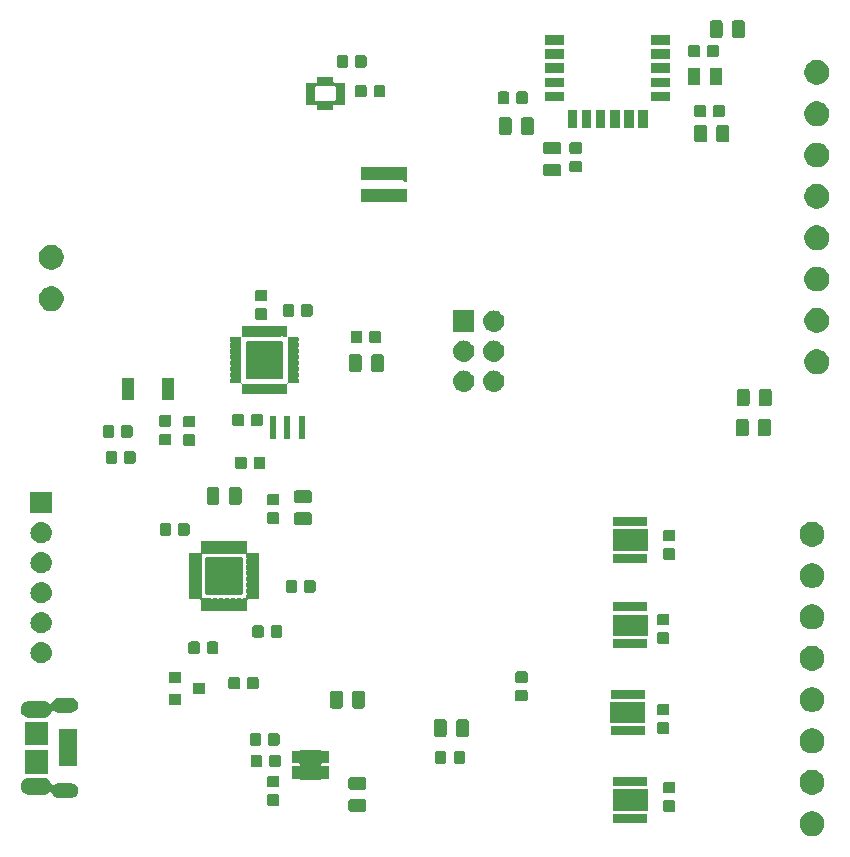
<source format=gbr>
G04 #@! TF.GenerationSoftware,KiCad,Pcbnew,(5.0.2)-1*
G04 #@! TF.CreationDate,2019-04-14T20:35:09-04:00*
G04 #@! TF.ProjectId,final_project,66696e61-6c5f-4707-926f-6a6563742e6b,rev?*
G04 #@! TF.SameCoordinates,Original*
G04 #@! TF.FileFunction,Soldermask,Top*
G04 #@! TF.FilePolarity,Negative*
%FSLAX46Y46*%
G04 Gerber Fmt 4.6, Leading zero omitted, Abs format (unit mm)*
G04 Created by KiCad (PCBNEW (5.0.2)-1) date 4/14/2019 8:35:09 PM*
%MOMM*%
%LPD*%
G01*
G04 APERTURE LIST*
%ADD10C,0.100000*%
G04 APERTURE END LIST*
D10*
G36*
X191706565Y-131589389D02*
X191897834Y-131668615D01*
X192069976Y-131783637D01*
X192216363Y-131930024D01*
X192331385Y-132102166D01*
X192410611Y-132293435D01*
X192451000Y-132496484D01*
X192451000Y-132703516D01*
X192410611Y-132906565D01*
X192331385Y-133097834D01*
X192216363Y-133269976D01*
X192069976Y-133416363D01*
X191897834Y-133531385D01*
X191706565Y-133610611D01*
X191503516Y-133651000D01*
X191296484Y-133651000D01*
X191093435Y-133610611D01*
X190902166Y-133531385D01*
X190730024Y-133416363D01*
X190583637Y-133269976D01*
X190468615Y-133097834D01*
X190389389Y-132906565D01*
X190349000Y-132703516D01*
X190349000Y-132496484D01*
X190389389Y-132293435D01*
X190468615Y-132102166D01*
X190583637Y-131930024D01*
X190730024Y-131783637D01*
X190902166Y-131668615D01*
X191093435Y-131589389D01*
X191296484Y-131549000D01*
X191503516Y-131549000D01*
X191706565Y-131589389D01*
X191706565Y-131589389D01*
G37*
G36*
X177451000Y-132526000D02*
X174549000Y-132526000D01*
X174549000Y-131774000D01*
X177451000Y-131774000D01*
X177451000Y-132526000D01*
X177451000Y-132526000D01*
G37*
G36*
X179703591Y-130630585D02*
X179737569Y-130640893D01*
X179768887Y-130657633D01*
X179796339Y-130680161D01*
X179818867Y-130707613D01*
X179835607Y-130738931D01*
X179845915Y-130772909D01*
X179850000Y-130814390D01*
X179850000Y-131415610D01*
X179845915Y-131457091D01*
X179835607Y-131491069D01*
X179818867Y-131522387D01*
X179796339Y-131549839D01*
X179768887Y-131572367D01*
X179737569Y-131589107D01*
X179703591Y-131599415D01*
X179662110Y-131603500D01*
X178985890Y-131603500D01*
X178944409Y-131599415D01*
X178910431Y-131589107D01*
X178879113Y-131572367D01*
X178851661Y-131549839D01*
X178829133Y-131522387D01*
X178812393Y-131491069D01*
X178802085Y-131457091D01*
X178798000Y-131415610D01*
X178798000Y-130814390D01*
X178802085Y-130772909D01*
X178812393Y-130738931D01*
X178829133Y-130707613D01*
X178851661Y-130680161D01*
X178879113Y-130657633D01*
X178910431Y-130640893D01*
X178944409Y-130630585D01*
X178985890Y-130626500D01*
X179662110Y-130626500D01*
X179703591Y-130630585D01*
X179703591Y-130630585D01*
G37*
G36*
X153492466Y-130530065D02*
X153531137Y-130541796D01*
X153566779Y-130560848D01*
X153598017Y-130586483D01*
X153623652Y-130617721D01*
X153642704Y-130653363D01*
X153654435Y-130692034D01*
X153659000Y-130738388D01*
X153659000Y-131389612D01*
X153654435Y-131435966D01*
X153642704Y-131474637D01*
X153623652Y-131510279D01*
X153598017Y-131541517D01*
X153566779Y-131567152D01*
X153531137Y-131586204D01*
X153492466Y-131597935D01*
X153446112Y-131602500D01*
X152369888Y-131602500D01*
X152323534Y-131597935D01*
X152284863Y-131586204D01*
X152249221Y-131567152D01*
X152217983Y-131541517D01*
X152192348Y-131510279D01*
X152173296Y-131474637D01*
X152161565Y-131435966D01*
X152157000Y-131389612D01*
X152157000Y-130738388D01*
X152161565Y-130692034D01*
X152173296Y-130653363D01*
X152192348Y-130617721D01*
X152217983Y-130586483D01*
X152249221Y-130560848D01*
X152284863Y-130541796D01*
X152323534Y-130530065D01*
X152369888Y-130525500D01*
X153446112Y-130525500D01*
X153492466Y-130530065D01*
X153492466Y-130530065D01*
G37*
G36*
X177481000Y-131501000D02*
X174519000Y-131501000D01*
X174519000Y-129699000D01*
X177481000Y-129699000D01*
X177481000Y-131501000D01*
X177481000Y-131501000D01*
G37*
G36*
X146175591Y-130122585D02*
X146209569Y-130132893D01*
X146240887Y-130149633D01*
X146268339Y-130172161D01*
X146290867Y-130199613D01*
X146307607Y-130230931D01*
X146317915Y-130264909D01*
X146322000Y-130306390D01*
X146322000Y-130907610D01*
X146317915Y-130949091D01*
X146307607Y-130983069D01*
X146290867Y-131014387D01*
X146268339Y-131041839D01*
X146240887Y-131064367D01*
X146209569Y-131081107D01*
X146175591Y-131091415D01*
X146134110Y-131095500D01*
X145457890Y-131095500D01*
X145416409Y-131091415D01*
X145382431Y-131081107D01*
X145351113Y-131064367D01*
X145323661Y-131041839D01*
X145301133Y-131014387D01*
X145284393Y-130983069D01*
X145274085Y-130949091D01*
X145270000Y-130907610D01*
X145270000Y-130306390D01*
X145274085Y-130264909D01*
X145284393Y-130230931D01*
X145301133Y-130199613D01*
X145323661Y-130172161D01*
X145351113Y-130149633D01*
X145382431Y-130132893D01*
X145416409Y-130122585D01*
X145457890Y-130118500D01*
X146134110Y-130118500D01*
X146175591Y-130122585D01*
X146175591Y-130122585D01*
G37*
G36*
X126475382Y-128738287D02*
X126609404Y-128778943D01*
X126732918Y-128844962D01*
X126841186Y-128933814D01*
X126930038Y-129042082D01*
X126996057Y-129165596D01*
X127024891Y-129260649D01*
X127034268Y-129283288D01*
X127047882Y-129303662D01*
X127065209Y-129320989D01*
X127085584Y-129334603D01*
X127108223Y-129343981D01*
X127132256Y-129348761D01*
X127156760Y-129348761D01*
X127180794Y-129343980D01*
X127203433Y-129334603D01*
X127223802Y-129320993D01*
X127283739Y-129271804D01*
X127393358Y-129213211D01*
X127512302Y-129177130D01*
X127605002Y-129168000D01*
X128666998Y-129168000D01*
X128759698Y-129177130D01*
X128878642Y-129213211D01*
X128988261Y-129271804D01*
X129084343Y-129350657D01*
X129163196Y-129446739D01*
X129221789Y-129556358D01*
X129257870Y-129675302D01*
X129270053Y-129799000D01*
X129257870Y-129922698D01*
X129221789Y-130041642D01*
X129163196Y-130151261D01*
X129084343Y-130247343D01*
X128988261Y-130326196D01*
X128878642Y-130384789D01*
X128759698Y-130420870D01*
X128666998Y-130430000D01*
X127605002Y-130430000D01*
X127512302Y-130420870D01*
X127393358Y-130384789D01*
X127283739Y-130326196D01*
X127187657Y-130247343D01*
X127108804Y-130151261D01*
X127050211Y-130041642D01*
X127039177Y-130005268D01*
X127029806Y-129982643D01*
X127016192Y-129962269D01*
X126998865Y-129944941D01*
X126978490Y-129931327D01*
X126955852Y-129921950D01*
X126931818Y-129917169D01*
X126907314Y-129917169D01*
X126883280Y-129921949D01*
X126860641Y-129931326D01*
X126840266Y-129944941D01*
X126732922Y-130033036D01*
X126609404Y-130099057D01*
X126475382Y-130139713D01*
X126370930Y-130150000D01*
X125101070Y-130150000D01*
X124996618Y-130139713D01*
X124862596Y-130099057D01*
X124739082Y-130033038D01*
X124737068Y-130031385D01*
X124705261Y-130005282D01*
X124630814Y-129944186D01*
X124553906Y-129850472D01*
X124541965Y-129835922D01*
X124541964Y-129835921D01*
X124541962Y-129835918D01*
X124475943Y-129712404D01*
X124435287Y-129578382D01*
X124421560Y-129439000D01*
X124435287Y-129299618D01*
X124475943Y-129165596D01*
X124541962Y-129042082D01*
X124630814Y-128933814D01*
X124739082Y-128844962D01*
X124862596Y-128778943D01*
X124996618Y-128738287D01*
X125101070Y-128728000D01*
X126370930Y-128728000D01*
X126475382Y-128738287D01*
X126475382Y-128738287D01*
G37*
G36*
X191706565Y-128089389D02*
X191897834Y-128168615D01*
X192069976Y-128283637D01*
X192216363Y-128430024D01*
X192331385Y-128602166D01*
X192410611Y-128793435D01*
X192451000Y-128996484D01*
X192451000Y-129203516D01*
X192410611Y-129406565D01*
X192331385Y-129597834D01*
X192216363Y-129769976D01*
X192069976Y-129916363D01*
X191897834Y-130031385D01*
X191706565Y-130110611D01*
X191503516Y-130151000D01*
X191296484Y-130151000D01*
X191093435Y-130110611D01*
X190902166Y-130031385D01*
X190730024Y-129916363D01*
X190583637Y-129769976D01*
X190468615Y-129597834D01*
X190389389Y-129406565D01*
X190349000Y-129203516D01*
X190349000Y-128996484D01*
X190389389Y-128793435D01*
X190468615Y-128602166D01*
X190583637Y-128430024D01*
X190730024Y-128283637D01*
X190902166Y-128168615D01*
X191093435Y-128089389D01*
X191296484Y-128049000D01*
X191503516Y-128049000D01*
X191706565Y-128089389D01*
X191706565Y-128089389D01*
G37*
G36*
X179703591Y-129055585D02*
X179737569Y-129065893D01*
X179768887Y-129082633D01*
X179796339Y-129105161D01*
X179818867Y-129132613D01*
X179835607Y-129163931D01*
X179845915Y-129197909D01*
X179850000Y-129239390D01*
X179850000Y-129840610D01*
X179845915Y-129882091D01*
X179835607Y-129916069D01*
X179818867Y-129947387D01*
X179796339Y-129974839D01*
X179768887Y-129997367D01*
X179737569Y-130014107D01*
X179703591Y-130024415D01*
X179662110Y-130028500D01*
X178985890Y-130028500D01*
X178944409Y-130024415D01*
X178910431Y-130014107D01*
X178879113Y-129997367D01*
X178851661Y-129974839D01*
X178829133Y-129947387D01*
X178812393Y-129916069D01*
X178802085Y-129882091D01*
X178798000Y-129840610D01*
X178798000Y-129239390D01*
X178802085Y-129197909D01*
X178812393Y-129163931D01*
X178829133Y-129132613D01*
X178851661Y-129105161D01*
X178879113Y-129082633D01*
X178910431Y-129065893D01*
X178944409Y-129055585D01*
X178985890Y-129051500D01*
X179662110Y-129051500D01*
X179703591Y-129055585D01*
X179703591Y-129055585D01*
G37*
G36*
X153492466Y-128655065D02*
X153531137Y-128666796D01*
X153566779Y-128685848D01*
X153598017Y-128711483D01*
X153623652Y-128742721D01*
X153642704Y-128778363D01*
X153654435Y-128817034D01*
X153659000Y-128863388D01*
X153659000Y-129514612D01*
X153654435Y-129560966D01*
X153642704Y-129599637D01*
X153623652Y-129635279D01*
X153598017Y-129666517D01*
X153566779Y-129692152D01*
X153531137Y-129711204D01*
X153492466Y-129722935D01*
X153446112Y-129727500D01*
X152369888Y-129727500D01*
X152323534Y-129722935D01*
X152284863Y-129711204D01*
X152249221Y-129692152D01*
X152217983Y-129666517D01*
X152192348Y-129635279D01*
X152173296Y-129599637D01*
X152161565Y-129560966D01*
X152157000Y-129514612D01*
X152157000Y-128863388D01*
X152161565Y-128817034D01*
X152173296Y-128778363D01*
X152192348Y-128742721D01*
X152217983Y-128711483D01*
X152249221Y-128685848D01*
X152284863Y-128666796D01*
X152323534Y-128655065D01*
X152369888Y-128650500D01*
X153446112Y-128650500D01*
X153492466Y-128655065D01*
X153492466Y-128655065D01*
G37*
G36*
X146175591Y-128547585D02*
X146209569Y-128557893D01*
X146240887Y-128574633D01*
X146268339Y-128597161D01*
X146290867Y-128624613D01*
X146307607Y-128655931D01*
X146317915Y-128689909D01*
X146322000Y-128731390D01*
X146322000Y-129332610D01*
X146317915Y-129374091D01*
X146307607Y-129408069D01*
X146290867Y-129439387D01*
X146268339Y-129466839D01*
X146240887Y-129489367D01*
X146209569Y-129506107D01*
X146175591Y-129516415D01*
X146134110Y-129520500D01*
X145457890Y-129520500D01*
X145416409Y-129516415D01*
X145382431Y-129506107D01*
X145351113Y-129489367D01*
X145323661Y-129466839D01*
X145301133Y-129439387D01*
X145284393Y-129408069D01*
X145274085Y-129374091D01*
X145270000Y-129332610D01*
X145270000Y-128731390D01*
X145274085Y-128689909D01*
X145284393Y-128655931D01*
X145301133Y-128624613D01*
X145323661Y-128597161D01*
X145351113Y-128574633D01*
X145382431Y-128557893D01*
X145416409Y-128547585D01*
X145457890Y-128543500D01*
X146134110Y-128543500D01*
X146175591Y-128547585D01*
X146175591Y-128547585D01*
G37*
G36*
X177451000Y-129426000D02*
X174549000Y-129426000D01*
X174549000Y-128674000D01*
X177451000Y-128674000D01*
X177451000Y-129426000D01*
X177451000Y-129426000D01*
G37*
G36*
X149816516Y-126384836D02*
X149828067Y-126406447D01*
X149843613Y-126425389D01*
X149862555Y-126440935D01*
X149884166Y-126452486D01*
X149907615Y-126459599D01*
X149932001Y-126462001D01*
X150522001Y-126462001D01*
X150522001Y-127504001D01*
X149932001Y-127504001D01*
X149907615Y-127506403D01*
X149884166Y-127513516D01*
X149862555Y-127525067D01*
X149843613Y-127540613D01*
X149828067Y-127559555D01*
X149816516Y-127581166D01*
X149809403Y-127604615D01*
X149807001Y-127629001D01*
X149807001Y-127637001D01*
X149809403Y-127661387D01*
X149816516Y-127684836D01*
X149828067Y-127706447D01*
X149843613Y-127725389D01*
X149862555Y-127740935D01*
X149884166Y-127752486D01*
X149907615Y-127759599D01*
X149932001Y-127762001D01*
X150522001Y-127762001D01*
X150522001Y-128804001D01*
X149932001Y-128804001D01*
X149907615Y-128806403D01*
X149884166Y-128813516D01*
X149862555Y-128825067D01*
X149843613Y-128840613D01*
X149828067Y-128859555D01*
X149816516Y-128881166D01*
X149815656Y-128884001D01*
X148046346Y-128884001D01*
X148045486Y-128881166D01*
X148033935Y-128859555D01*
X148018389Y-128840613D01*
X147999447Y-128825067D01*
X147977836Y-128813516D01*
X147954387Y-128806403D01*
X147930001Y-128804001D01*
X147340001Y-128804001D01*
X147340001Y-127762001D01*
X147930001Y-127762001D01*
X147954387Y-127759599D01*
X147977836Y-127752486D01*
X147999447Y-127740935D01*
X148018389Y-127725389D01*
X148033935Y-127706447D01*
X148045486Y-127684836D01*
X148052599Y-127661387D01*
X148055001Y-127637001D01*
X148055001Y-127629001D01*
X148052599Y-127604615D01*
X148045486Y-127581166D01*
X148033935Y-127559555D01*
X148018389Y-127540613D01*
X147999447Y-127525067D01*
X147977836Y-127513516D01*
X147954387Y-127506403D01*
X147930001Y-127504001D01*
X147340001Y-127504001D01*
X147340001Y-126462001D01*
X147930001Y-126462001D01*
X147954387Y-126459599D01*
X147977836Y-126452486D01*
X147999447Y-126440935D01*
X148018389Y-126425389D01*
X148033935Y-126406447D01*
X148045486Y-126384836D01*
X148046346Y-126382001D01*
X149815656Y-126382001D01*
X149816516Y-126384836D01*
X149816516Y-126384836D01*
G37*
G36*
X126737000Y-128385000D02*
X124735000Y-128385000D01*
X124735000Y-126383000D01*
X126737000Y-126383000D01*
X126737000Y-128385000D01*
X126737000Y-128385000D01*
G37*
G36*
X144702591Y-126786085D02*
X144736569Y-126796393D01*
X144767887Y-126813133D01*
X144795339Y-126835661D01*
X144817867Y-126863113D01*
X144834607Y-126894431D01*
X144844915Y-126928409D01*
X144849000Y-126969890D01*
X144849000Y-127646110D01*
X144844915Y-127687591D01*
X144834607Y-127721569D01*
X144817867Y-127752887D01*
X144795339Y-127780339D01*
X144767887Y-127802867D01*
X144736569Y-127819607D01*
X144702591Y-127829915D01*
X144661110Y-127834000D01*
X144059890Y-127834000D01*
X144018409Y-127829915D01*
X143984431Y-127819607D01*
X143953113Y-127802867D01*
X143925661Y-127780339D01*
X143903133Y-127752887D01*
X143886393Y-127721569D01*
X143876085Y-127687591D01*
X143872000Y-127646110D01*
X143872000Y-126969890D01*
X143876085Y-126928409D01*
X143886393Y-126894431D01*
X143903133Y-126863113D01*
X143925661Y-126835661D01*
X143953113Y-126813133D01*
X143984431Y-126796393D01*
X144018409Y-126786085D01*
X144059890Y-126782000D01*
X144661110Y-126782000D01*
X144702591Y-126786085D01*
X144702591Y-126786085D01*
G37*
G36*
X146277591Y-126786085D02*
X146311569Y-126796393D01*
X146342887Y-126813133D01*
X146370339Y-126835661D01*
X146392867Y-126863113D01*
X146409607Y-126894431D01*
X146419915Y-126928409D01*
X146424000Y-126969890D01*
X146424000Y-127646110D01*
X146419915Y-127687591D01*
X146409607Y-127721569D01*
X146392867Y-127752887D01*
X146370339Y-127780339D01*
X146342887Y-127802867D01*
X146311569Y-127819607D01*
X146277591Y-127829915D01*
X146236110Y-127834000D01*
X145634890Y-127834000D01*
X145593409Y-127829915D01*
X145559431Y-127819607D01*
X145528113Y-127802867D01*
X145500661Y-127780339D01*
X145478133Y-127752887D01*
X145461393Y-127721569D01*
X145451085Y-127687591D01*
X145447000Y-127646110D01*
X145447000Y-126969890D01*
X145451085Y-126928409D01*
X145461393Y-126894431D01*
X145478133Y-126863113D01*
X145500661Y-126835661D01*
X145528113Y-126813133D01*
X145559431Y-126796393D01*
X145593409Y-126786085D01*
X145634890Y-126782000D01*
X146236110Y-126782000D01*
X146277591Y-126786085D01*
X146277591Y-126786085D01*
G37*
G36*
X129137000Y-127735000D02*
X127685000Y-127735000D01*
X127685000Y-124633000D01*
X129137000Y-124633000D01*
X129137000Y-127735000D01*
X129137000Y-127735000D01*
G37*
G36*
X161886091Y-126478085D02*
X161920069Y-126488393D01*
X161951387Y-126505133D01*
X161978839Y-126527661D01*
X162001367Y-126555113D01*
X162018107Y-126586431D01*
X162028415Y-126620409D01*
X162032500Y-126661890D01*
X162032500Y-127338110D01*
X162028415Y-127379591D01*
X162018107Y-127413569D01*
X162001367Y-127444887D01*
X161978839Y-127472339D01*
X161951387Y-127494867D01*
X161920069Y-127511607D01*
X161886091Y-127521915D01*
X161844610Y-127526000D01*
X161243390Y-127526000D01*
X161201909Y-127521915D01*
X161167931Y-127511607D01*
X161136613Y-127494867D01*
X161109161Y-127472339D01*
X161086633Y-127444887D01*
X161069893Y-127413569D01*
X161059585Y-127379591D01*
X161055500Y-127338110D01*
X161055500Y-126661890D01*
X161059585Y-126620409D01*
X161069893Y-126586431D01*
X161086633Y-126555113D01*
X161109161Y-126527661D01*
X161136613Y-126505133D01*
X161167931Y-126488393D01*
X161201909Y-126478085D01*
X161243390Y-126474000D01*
X161844610Y-126474000D01*
X161886091Y-126478085D01*
X161886091Y-126478085D01*
G37*
G36*
X160311091Y-126478085D02*
X160345069Y-126488393D01*
X160376387Y-126505133D01*
X160403839Y-126527661D01*
X160426367Y-126555113D01*
X160443107Y-126586431D01*
X160453415Y-126620409D01*
X160457500Y-126661890D01*
X160457500Y-127338110D01*
X160453415Y-127379591D01*
X160443107Y-127413569D01*
X160426367Y-127444887D01*
X160403839Y-127472339D01*
X160376387Y-127494867D01*
X160345069Y-127511607D01*
X160311091Y-127521915D01*
X160269610Y-127526000D01*
X159668390Y-127526000D01*
X159626909Y-127521915D01*
X159592931Y-127511607D01*
X159561613Y-127494867D01*
X159534161Y-127472339D01*
X159511633Y-127444887D01*
X159494893Y-127413569D01*
X159484585Y-127379591D01*
X159480500Y-127338110D01*
X159480500Y-126661890D01*
X159484585Y-126620409D01*
X159494893Y-126586431D01*
X159511633Y-126555113D01*
X159534161Y-126527661D01*
X159561613Y-126505133D01*
X159592931Y-126488393D01*
X159626909Y-126478085D01*
X159668390Y-126474000D01*
X160269610Y-126474000D01*
X160311091Y-126478085D01*
X160311091Y-126478085D01*
G37*
G36*
X191706565Y-124589389D02*
X191897834Y-124668615D01*
X192069976Y-124783637D01*
X192216363Y-124930024D01*
X192331385Y-125102166D01*
X192410611Y-125293435D01*
X192451000Y-125496484D01*
X192451000Y-125703516D01*
X192410611Y-125906565D01*
X192331385Y-126097834D01*
X192216363Y-126269976D01*
X192069976Y-126416363D01*
X191897834Y-126531385D01*
X191706565Y-126610611D01*
X191503516Y-126651000D01*
X191296484Y-126651000D01*
X191093435Y-126610611D01*
X190902166Y-126531385D01*
X190730024Y-126416363D01*
X190583637Y-126269976D01*
X190468615Y-126097834D01*
X190389389Y-125906565D01*
X190349000Y-125703516D01*
X190349000Y-125496484D01*
X190389389Y-125293435D01*
X190468615Y-125102166D01*
X190583637Y-124930024D01*
X190730024Y-124783637D01*
X190902166Y-124668615D01*
X191093435Y-124589389D01*
X191296484Y-124549000D01*
X191503516Y-124549000D01*
X191706565Y-124589389D01*
X191706565Y-124589389D01*
G37*
G36*
X146189091Y-124954085D02*
X146223069Y-124964393D01*
X146254387Y-124981133D01*
X146281839Y-125003661D01*
X146304367Y-125031113D01*
X146321107Y-125062431D01*
X146331415Y-125096409D01*
X146335500Y-125137890D01*
X146335500Y-125814110D01*
X146331415Y-125855591D01*
X146321107Y-125889569D01*
X146304367Y-125920887D01*
X146281839Y-125948339D01*
X146254387Y-125970867D01*
X146223069Y-125987607D01*
X146189091Y-125997915D01*
X146147610Y-126002000D01*
X145546390Y-126002000D01*
X145504909Y-125997915D01*
X145470931Y-125987607D01*
X145439613Y-125970867D01*
X145412161Y-125948339D01*
X145389633Y-125920887D01*
X145372893Y-125889569D01*
X145362585Y-125855591D01*
X145358500Y-125814110D01*
X145358500Y-125137890D01*
X145362585Y-125096409D01*
X145372893Y-125062431D01*
X145389633Y-125031113D01*
X145412161Y-125003661D01*
X145439613Y-124981133D01*
X145470931Y-124964393D01*
X145504909Y-124954085D01*
X145546390Y-124950000D01*
X146147610Y-124950000D01*
X146189091Y-124954085D01*
X146189091Y-124954085D01*
G37*
G36*
X144614091Y-124954085D02*
X144648069Y-124964393D01*
X144679387Y-124981133D01*
X144706839Y-125003661D01*
X144729367Y-125031113D01*
X144746107Y-125062431D01*
X144756415Y-125096409D01*
X144760500Y-125137890D01*
X144760500Y-125814110D01*
X144756415Y-125855591D01*
X144746107Y-125889569D01*
X144729367Y-125920887D01*
X144706839Y-125948339D01*
X144679387Y-125970867D01*
X144648069Y-125987607D01*
X144614091Y-125997915D01*
X144572610Y-126002000D01*
X143971390Y-126002000D01*
X143929909Y-125997915D01*
X143895931Y-125987607D01*
X143864613Y-125970867D01*
X143837161Y-125948339D01*
X143814633Y-125920887D01*
X143797893Y-125889569D01*
X143787585Y-125855591D01*
X143783500Y-125814110D01*
X143783500Y-125137890D01*
X143787585Y-125096409D01*
X143797893Y-125062431D01*
X143814633Y-125031113D01*
X143837161Y-125003661D01*
X143864613Y-124981133D01*
X143895931Y-124964393D01*
X143929909Y-124954085D01*
X143971390Y-124950000D01*
X144572610Y-124950000D01*
X144614091Y-124954085D01*
X144614091Y-124954085D01*
G37*
G36*
X126737000Y-125985000D02*
X124735000Y-125985000D01*
X124735000Y-123983000D01*
X126737000Y-123983000D01*
X126737000Y-125985000D01*
X126737000Y-125985000D01*
G37*
G36*
X162185466Y-123761565D02*
X162224137Y-123773296D01*
X162259779Y-123792348D01*
X162291017Y-123817983D01*
X162316652Y-123849221D01*
X162335704Y-123884863D01*
X162347435Y-123923534D01*
X162352000Y-123969888D01*
X162352000Y-125046112D01*
X162347435Y-125092466D01*
X162335704Y-125131137D01*
X162316652Y-125166779D01*
X162291017Y-125198017D01*
X162259779Y-125223652D01*
X162224137Y-125242704D01*
X162185466Y-125254435D01*
X162139112Y-125259000D01*
X161487888Y-125259000D01*
X161441534Y-125254435D01*
X161402863Y-125242704D01*
X161367221Y-125223652D01*
X161335983Y-125198017D01*
X161310348Y-125166779D01*
X161291296Y-125131137D01*
X161279565Y-125092466D01*
X161275000Y-125046112D01*
X161275000Y-123969888D01*
X161279565Y-123923534D01*
X161291296Y-123884863D01*
X161310348Y-123849221D01*
X161335983Y-123817983D01*
X161367221Y-123792348D01*
X161402863Y-123773296D01*
X161441534Y-123761565D01*
X161487888Y-123757000D01*
X162139112Y-123757000D01*
X162185466Y-123761565D01*
X162185466Y-123761565D01*
G37*
G36*
X160310466Y-123761565D02*
X160349137Y-123773296D01*
X160384779Y-123792348D01*
X160416017Y-123817983D01*
X160441652Y-123849221D01*
X160460704Y-123884863D01*
X160472435Y-123923534D01*
X160477000Y-123969888D01*
X160477000Y-125046112D01*
X160472435Y-125092466D01*
X160460704Y-125131137D01*
X160441652Y-125166779D01*
X160416017Y-125198017D01*
X160384779Y-125223652D01*
X160349137Y-125242704D01*
X160310466Y-125254435D01*
X160264112Y-125259000D01*
X159612888Y-125259000D01*
X159566534Y-125254435D01*
X159527863Y-125242704D01*
X159492221Y-125223652D01*
X159460983Y-125198017D01*
X159435348Y-125166779D01*
X159416296Y-125131137D01*
X159404565Y-125092466D01*
X159400000Y-125046112D01*
X159400000Y-123969888D01*
X159404565Y-123923534D01*
X159416296Y-123884863D01*
X159435348Y-123849221D01*
X159460983Y-123817983D01*
X159492221Y-123792348D01*
X159527863Y-123773296D01*
X159566534Y-123761565D01*
X159612888Y-123757000D01*
X160264112Y-123757000D01*
X160310466Y-123761565D01*
X160310466Y-123761565D01*
G37*
G36*
X177251000Y-125126000D02*
X174349000Y-125126000D01*
X174349000Y-124374000D01*
X177251000Y-124374000D01*
X177251000Y-125126000D01*
X177251000Y-125126000D01*
G37*
G36*
X179195591Y-124026585D02*
X179229569Y-124036893D01*
X179260887Y-124053633D01*
X179288339Y-124076161D01*
X179310867Y-124103613D01*
X179327607Y-124134931D01*
X179337915Y-124168909D01*
X179342000Y-124210390D01*
X179342000Y-124811610D01*
X179337915Y-124853091D01*
X179327607Y-124887069D01*
X179310867Y-124918387D01*
X179288339Y-124945839D01*
X179260887Y-124968367D01*
X179229569Y-124985107D01*
X179195591Y-124995415D01*
X179154110Y-124999500D01*
X178477890Y-124999500D01*
X178436409Y-124995415D01*
X178402431Y-124985107D01*
X178371113Y-124968367D01*
X178343661Y-124945839D01*
X178321133Y-124918387D01*
X178304393Y-124887069D01*
X178294085Y-124853091D01*
X178290000Y-124811610D01*
X178290000Y-124210390D01*
X178294085Y-124168909D01*
X178304393Y-124134931D01*
X178321133Y-124103613D01*
X178343661Y-124076161D01*
X178371113Y-124053633D01*
X178402431Y-124036893D01*
X178436409Y-124026585D01*
X178477890Y-124022500D01*
X179154110Y-124022500D01*
X179195591Y-124026585D01*
X179195591Y-124026585D01*
G37*
G36*
X177281000Y-124101000D02*
X174319000Y-124101000D01*
X174319000Y-122299000D01*
X177281000Y-122299000D01*
X177281000Y-124101000D01*
X177281000Y-124101000D01*
G37*
G36*
X128759698Y-121947130D02*
X128878642Y-121983211D01*
X128988261Y-122041804D01*
X129084343Y-122120657D01*
X129163196Y-122216739D01*
X129221789Y-122326358D01*
X129257870Y-122445302D01*
X129270053Y-122569000D01*
X129257870Y-122692698D01*
X129221789Y-122811642D01*
X129163196Y-122921261D01*
X129084343Y-123017343D01*
X128988261Y-123096196D01*
X128878642Y-123154789D01*
X128759698Y-123190870D01*
X128666998Y-123200000D01*
X127605002Y-123200000D01*
X127512302Y-123190870D01*
X127393358Y-123154789D01*
X127283739Y-123096196D01*
X127223802Y-123047007D01*
X127203432Y-123033397D01*
X127180793Y-123024019D01*
X127156760Y-123019239D01*
X127132256Y-123019239D01*
X127108222Y-123024020D01*
X127085583Y-123033397D01*
X127065209Y-123047011D01*
X127047881Y-123064338D01*
X127034268Y-123084713D01*
X127024891Y-123107351D01*
X126996057Y-123202404D01*
X126930038Y-123325918D01*
X126841186Y-123434186D01*
X126732918Y-123523038D01*
X126609404Y-123589057D01*
X126475382Y-123629713D01*
X126370930Y-123640000D01*
X125101070Y-123640000D01*
X124996618Y-123629713D01*
X124862596Y-123589057D01*
X124739082Y-123523038D01*
X124630814Y-123434186D01*
X124541962Y-123325918D01*
X124475943Y-123202404D01*
X124435287Y-123068382D01*
X124421560Y-122929000D01*
X124435287Y-122789618D01*
X124475943Y-122655596D01*
X124541962Y-122532082D01*
X124630814Y-122423814D01*
X124739082Y-122334962D01*
X124862596Y-122268943D01*
X124996618Y-122228287D01*
X125101070Y-122218000D01*
X126370930Y-122218000D01*
X126475382Y-122228287D01*
X126609404Y-122268943D01*
X126732922Y-122334964D01*
X126840266Y-122423059D01*
X126860641Y-122436673D01*
X126883280Y-122446051D01*
X126907313Y-122450831D01*
X126931817Y-122450831D01*
X126955851Y-122446050D01*
X126978490Y-122436673D01*
X126998864Y-122423059D01*
X127016191Y-122405732D01*
X127029805Y-122385357D01*
X127039177Y-122362732D01*
X127050211Y-122326358D01*
X127108804Y-122216739D01*
X127187657Y-122120657D01*
X127283739Y-122041804D01*
X127393358Y-121983211D01*
X127512302Y-121947130D01*
X127605002Y-121938000D01*
X128666998Y-121938000D01*
X128759698Y-121947130D01*
X128759698Y-121947130D01*
G37*
G36*
X179195591Y-122451585D02*
X179229569Y-122461893D01*
X179260887Y-122478633D01*
X179288339Y-122501161D01*
X179310867Y-122528613D01*
X179327607Y-122559931D01*
X179337915Y-122593909D01*
X179342000Y-122635390D01*
X179342000Y-123236610D01*
X179337915Y-123278091D01*
X179327607Y-123312069D01*
X179310867Y-123343387D01*
X179288339Y-123370839D01*
X179260887Y-123393367D01*
X179229569Y-123410107D01*
X179195591Y-123420415D01*
X179154110Y-123424500D01*
X178477890Y-123424500D01*
X178436409Y-123420415D01*
X178402431Y-123410107D01*
X178371113Y-123393367D01*
X178343661Y-123370839D01*
X178321133Y-123343387D01*
X178304393Y-123312069D01*
X178294085Y-123278091D01*
X178290000Y-123236610D01*
X178290000Y-122635390D01*
X178294085Y-122593909D01*
X178304393Y-122559931D01*
X178321133Y-122528613D01*
X178343661Y-122501161D01*
X178371113Y-122478633D01*
X178402431Y-122461893D01*
X178436409Y-122451585D01*
X178477890Y-122447500D01*
X179154110Y-122447500D01*
X179195591Y-122451585D01*
X179195591Y-122451585D01*
G37*
G36*
X191706565Y-121089389D02*
X191897834Y-121168615D01*
X192069976Y-121283637D01*
X192216363Y-121430024D01*
X192331385Y-121602166D01*
X192410611Y-121793435D01*
X192451000Y-121996484D01*
X192451000Y-122203516D01*
X192410611Y-122406565D01*
X192331385Y-122597834D01*
X192216363Y-122769976D01*
X192069976Y-122916363D01*
X191897834Y-123031385D01*
X191706565Y-123110611D01*
X191503516Y-123151000D01*
X191296484Y-123151000D01*
X191093435Y-123110611D01*
X190902166Y-123031385D01*
X190730024Y-122916363D01*
X190583637Y-122769976D01*
X190468615Y-122597834D01*
X190389389Y-122406565D01*
X190349000Y-122203516D01*
X190349000Y-121996484D01*
X190389389Y-121793435D01*
X190468615Y-121602166D01*
X190583637Y-121430024D01*
X190730024Y-121283637D01*
X190902166Y-121168615D01*
X191093435Y-121089389D01*
X191296484Y-121049000D01*
X191503516Y-121049000D01*
X191706565Y-121089389D01*
X191706565Y-121089389D01*
G37*
G36*
X151510466Y-121361565D02*
X151549137Y-121373296D01*
X151584779Y-121392348D01*
X151616017Y-121417983D01*
X151641652Y-121449221D01*
X151660704Y-121484863D01*
X151672435Y-121523534D01*
X151677000Y-121569888D01*
X151677000Y-122646112D01*
X151672435Y-122692466D01*
X151660704Y-122731137D01*
X151641652Y-122766779D01*
X151616017Y-122798017D01*
X151584779Y-122823652D01*
X151549137Y-122842704D01*
X151510466Y-122854435D01*
X151464112Y-122859000D01*
X150812888Y-122859000D01*
X150766534Y-122854435D01*
X150727863Y-122842704D01*
X150692221Y-122823652D01*
X150660983Y-122798017D01*
X150635348Y-122766779D01*
X150616296Y-122731137D01*
X150604565Y-122692466D01*
X150600000Y-122646112D01*
X150600000Y-121569888D01*
X150604565Y-121523534D01*
X150616296Y-121484863D01*
X150635348Y-121449221D01*
X150660983Y-121417983D01*
X150692221Y-121392348D01*
X150727863Y-121373296D01*
X150766534Y-121361565D01*
X150812888Y-121357000D01*
X151464112Y-121357000D01*
X151510466Y-121361565D01*
X151510466Y-121361565D01*
G37*
G36*
X153385466Y-121361565D02*
X153424137Y-121373296D01*
X153459779Y-121392348D01*
X153491017Y-121417983D01*
X153516652Y-121449221D01*
X153535704Y-121484863D01*
X153547435Y-121523534D01*
X153552000Y-121569888D01*
X153552000Y-122646112D01*
X153547435Y-122692466D01*
X153535704Y-122731137D01*
X153516652Y-122766779D01*
X153491017Y-122798017D01*
X153459779Y-122823652D01*
X153424137Y-122842704D01*
X153385466Y-122854435D01*
X153339112Y-122859000D01*
X152687888Y-122859000D01*
X152641534Y-122854435D01*
X152602863Y-122842704D01*
X152567221Y-122823652D01*
X152535983Y-122798017D01*
X152510348Y-122766779D01*
X152491296Y-122731137D01*
X152479565Y-122692466D01*
X152475000Y-122646112D01*
X152475000Y-121569888D01*
X152479565Y-121523534D01*
X152491296Y-121484863D01*
X152510348Y-121449221D01*
X152535983Y-121417983D01*
X152567221Y-121392348D01*
X152602863Y-121373296D01*
X152641534Y-121361565D01*
X152687888Y-121357000D01*
X153339112Y-121357000D01*
X153385466Y-121361565D01*
X153385466Y-121361565D01*
G37*
G36*
X137977000Y-122559000D02*
X136975000Y-122559000D01*
X136975000Y-121657000D01*
X137977000Y-121657000D01*
X137977000Y-122559000D01*
X137977000Y-122559000D01*
G37*
G36*
X167179591Y-121290585D02*
X167213569Y-121300893D01*
X167244887Y-121317633D01*
X167272339Y-121340161D01*
X167294867Y-121367613D01*
X167311607Y-121398931D01*
X167321915Y-121432909D01*
X167326000Y-121474390D01*
X167326000Y-122075610D01*
X167321915Y-122117091D01*
X167311607Y-122151069D01*
X167294867Y-122182387D01*
X167272339Y-122209839D01*
X167244887Y-122232367D01*
X167213569Y-122249107D01*
X167179591Y-122259415D01*
X167138110Y-122263500D01*
X166461890Y-122263500D01*
X166420409Y-122259415D01*
X166386431Y-122249107D01*
X166355113Y-122232367D01*
X166327661Y-122209839D01*
X166305133Y-122182387D01*
X166288393Y-122151069D01*
X166278085Y-122117091D01*
X166274000Y-122075610D01*
X166274000Y-121474390D01*
X166278085Y-121432909D01*
X166288393Y-121398931D01*
X166305133Y-121367613D01*
X166327661Y-121340161D01*
X166355113Y-121317633D01*
X166386431Y-121300893D01*
X166420409Y-121290585D01*
X166461890Y-121286500D01*
X167138110Y-121286500D01*
X167179591Y-121290585D01*
X167179591Y-121290585D01*
G37*
G36*
X177251000Y-122026000D02*
X174349000Y-122026000D01*
X174349000Y-121274000D01*
X177251000Y-121274000D01*
X177251000Y-122026000D01*
X177251000Y-122026000D01*
G37*
G36*
X139977000Y-121609000D02*
X138975000Y-121609000D01*
X138975000Y-120707000D01*
X139977000Y-120707000D01*
X139977000Y-121609000D01*
X139977000Y-121609000D01*
G37*
G36*
X142830591Y-120186085D02*
X142864569Y-120196393D01*
X142895887Y-120213133D01*
X142923339Y-120235661D01*
X142945867Y-120263113D01*
X142962607Y-120294431D01*
X142972915Y-120328409D01*
X142977000Y-120369890D01*
X142977000Y-121046110D01*
X142972915Y-121087591D01*
X142962607Y-121121569D01*
X142945867Y-121152887D01*
X142923339Y-121180339D01*
X142895887Y-121202867D01*
X142864569Y-121219607D01*
X142830591Y-121229915D01*
X142789110Y-121234000D01*
X142187890Y-121234000D01*
X142146409Y-121229915D01*
X142112431Y-121219607D01*
X142081113Y-121202867D01*
X142053661Y-121180339D01*
X142031133Y-121152887D01*
X142014393Y-121121569D01*
X142004085Y-121087591D01*
X142000000Y-121046110D01*
X142000000Y-120369890D01*
X142004085Y-120328409D01*
X142014393Y-120294431D01*
X142031133Y-120263113D01*
X142053661Y-120235661D01*
X142081113Y-120213133D01*
X142112431Y-120196393D01*
X142146409Y-120186085D01*
X142187890Y-120182000D01*
X142789110Y-120182000D01*
X142830591Y-120186085D01*
X142830591Y-120186085D01*
G37*
G36*
X144405591Y-120186085D02*
X144439569Y-120196393D01*
X144470887Y-120213133D01*
X144498339Y-120235661D01*
X144520867Y-120263113D01*
X144537607Y-120294431D01*
X144547915Y-120328409D01*
X144552000Y-120369890D01*
X144552000Y-121046110D01*
X144547915Y-121087591D01*
X144537607Y-121121569D01*
X144520867Y-121152887D01*
X144498339Y-121180339D01*
X144470887Y-121202867D01*
X144439569Y-121219607D01*
X144405591Y-121229915D01*
X144364110Y-121234000D01*
X143762890Y-121234000D01*
X143721409Y-121229915D01*
X143687431Y-121219607D01*
X143656113Y-121202867D01*
X143628661Y-121180339D01*
X143606133Y-121152887D01*
X143589393Y-121121569D01*
X143579085Y-121087591D01*
X143575000Y-121046110D01*
X143575000Y-120369890D01*
X143579085Y-120328409D01*
X143589393Y-120294431D01*
X143606133Y-120263113D01*
X143628661Y-120235661D01*
X143656113Y-120213133D01*
X143687431Y-120196393D01*
X143721409Y-120186085D01*
X143762890Y-120182000D01*
X144364110Y-120182000D01*
X144405591Y-120186085D01*
X144405591Y-120186085D01*
G37*
G36*
X167179591Y-119715585D02*
X167213569Y-119725893D01*
X167244887Y-119742633D01*
X167272339Y-119765161D01*
X167294867Y-119792613D01*
X167311607Y-119823931D01*
X167321915Y-119857909D01*
X167326000Y-119899390D01*
X167326000Y-120500610D01*
X167321915Y-120542091D01*
X167311607Y-120576069D01*
X167294867Y-120607387D01*
X167272339Y-120634839D01*
X167244887Y-120657367D01*
X167213569Y-120674107D01*
X167179591Y-120684415D01*
X167138110Y-120688500D01*
X166461890Y-120688500D01*
X166420409Y-120684415D01*
X166386431Y-120674107D01*
X166355113Y-120657367D01*
X166327661Y-120634839D01*
X166305133Y-120607387D01*
X166288393Y-120576069D01*
X166278085Y-120542091D01*
X166274000Y-120500610D01*
X166274000Y-119899390D01*
X166278085Y-119857909D01*
X166288393Y-119823931D01*
X166305133Y-119792613D01*
X166327661Y-119765161D01*
X166355113Y-119742633D01*
X166386431Y-119725893D01*
X166420409Y-119715585D01*
X166461890Y-119711500D01*
X167138110Y-119711500D01*
X167179591Y-119715585D01*
X167179591Y-119715585D01*
G37*
G36*
X137977000Y-120659000D02*
X136975000Y-120659000D01*
X136975000Y-119757000D01*
X137977000Y-119757000D01*
X137977000Y-120659000D01*
X137977000Y-120659000D01*
G37*
G36*
X191706565Y-117589389D02*
X191897834Y-117668615D01*
X192069976Y-117783637D01*
X192216363Y-117930024D01*
X192331385Y-118102166D01*
X192410611Y-118293435D01*
X192451000Y-118496484D01*
X192451000Y-118703516D01*
X192410611Y-118906565D01*
X192331385Y-119097834D01*
X192216363Y-119269976D01*
X192069976Y-119416363D01*
X191897834Y-119531385D01*
X191706565Y-119610611D01*
X191503516Y-119651000D01*
X191296484Y-119651000D01*
X191093435Y-119610611D01*
X190902166Y-119531385D01*
X190730024Y-119416363D01*
X190583637Y-119269976D01*
X190468615Y-119097834D01*
X190389389Y-118906565D01*
X190349000Y-118703516D01*
X190349000Y-118496484D01*
X190389389Y-118293435D01*
X190468615Y-118102166D01*
X190583637Y-117930024D01*
X190730024Y-117783637D01*
X190902166Y-117668615D01*
X191093435Y-117589389D01*
X191296484Y-117549000D01*
X191503516Y-117549000D01*
X191706565Y-117589389D01*
X191706565Y-117589389D01*
G37*
G36*
X126238335Y-117228720D02*
X126312627Y-117236037D01*
X126414926Y-117267069D01*
X126482467Y-117287557D01*
X126567072Y-117332780D01*
X126638991Y-117371222D01*
X126674729Y-117400552D01*
X126776186Y-117483814D01*
X126859448Y-117585271D01*
X126888778Y-117621009D01*
X126888779Y-117621011D01*
X126972443Y-117777533D01*
X126989616Y-117834147D01*
X127023963Y-117947373D01*
X127041359Y-118124000D01*
X127023963Y-118300627D01*
X126989616Y-118413853D01*
X126972443Y-118470467D01*
X126958536Y-118496484D01*
X126888778Y-118626991D01*
X126859448Y-118662729D01*
X126776186Y-118764186D01*
X126674729Y-118847448D01*
X126638991Y-118876778D01*
X126638989Y-118876779D01*
X126482467Y-118960443D01*
X126425853Y-118977616D01*
X126312627Y-119011963D01*
X126246442Y-119018482D01*
X126180260Y-119025000D01*
X126091740Y-119025000D01*
X126025558Y-119018482D01*
X125959373Y-119011963D01*
X125846147Y-118977616D01*
X125789533Y-118960443D01*
X125633011Y-118876779D01*
X125633009Y-118876778D01*
X125597271Y-118847448D01*
X125495814Y-118764186D01*
X125412552Y-118662729D01*
X125383222Y-118626991D01*
X125313464Y-118496484D01*
X125299557Y-118470467D01*
X125282384Y-118413853D01*
X125248037Y-118300627D01*
X125230641Y-118124000D01*
X125248037Y-117947373D01*
X125282384Y-117834147D01*
X125299557Y-117777533D01*
X125383221Y-117621011D01*
X125383222Y-117621009D01*
X125412552Y-117585271D01*
X125495814Y-117483814D01*
X125597271Y-117400552D01*
X125633009Y-117371222D01*
X125704928Y-117332780D01*
X125789533Y-117287557D01*
X125857074Y-117267069D01*
X125959373Y-117236037D01*
X126033665Y-117228720D01*
X126091740Y-117223000D01*
X126180260Y-117223000D01*
X126238335Y-117228720D01*
X126238335Y-117228720D01*
G37*
G36*
X141005591Y-117186085D02*
X141039569Y-117196393D01*
X141070887Y-117213133D01*
X141098339Y-117235661D01*
X141120867Y-117263113D01*
X141137607Y-117294431D01*
X141147915Y-117328409D01*
X141152000Y-117369890D01*
X141152000Y-118046110D01*
X141147915Y-118087591D01*
X141137607Y-118121569D01*
X141120867Y-118152887D01*
X141098339Y-118180339D01*
X141070887Y-118202867D01*
X141039569Y-118219607D01*
X141005591Y-118229915D01*
X140964110Y-118234000D01*
X140362890Y-118234000D01*
X140321409Y-118229915D01*
X140287431Y-118219607D01*
X140256113Y-118202867D01*
X140228661Y-118180339D01*
X140206133Y-118152887D01*
X140189393Y-118121569D01*
X140179085Y-118087591D01*
X140175000Y-118046110D01*
X140175000Y-117369890D01*
X140179085Y-117328409D01*
X140189393Y-117294431D01*
X140206133Y-117263113D01*
X140228661Y-117235661D01*
X140256113Y-117213133D01*
X140287431Y-117196393D01*
X140321409Y-117186085D01*
X140362890Y-117182000D01*
X140964110Y-117182000D01*
X141005591Y-117186085D01*
X141005591Y-117186085D01*
G37*
G36*
X139430591Y-117186085D02*
X139464569Y-117196393D01*
X139495887Y-117213133D01*
X139523339Y-117235661D01*
X139545867Y-117263113D01*
X139562607Y-117294431D01*
X139572915Y-117328409D01*
X139577000Y-117369890D01*
X139577000Y-118046110D01*
X139572915Y-118087591D01*
X139562607Y-118121569D01*
X139545867Y-118152887D01*
X139523339Y-118180339D01*
X139495887Y-118202867D01*
X139464569Y-118219607D01*
X139430591Y-118229915D01*
X139389110Y-118234000D01*
X138787890Y-118234000D01*
X138746409Y-118229915D01*
X138712431Y-118219607D01*
X138681113Y-118202867D01*
X138653661Y-118180339D01*
X138631133Y-118152887D01*
X138614393Y-118121569D01*
X138604085Y-118087591D01*
X138600000Y-118046110D01*
X138600000Y-117369890D01*
X138604085Y-117328409D01*
X138614393Y-117294431D01*
X138631133Y-117263113D01*
X138653661Y-117235661D01*
X138681113Y-117213133D01*
X138712431Y-117196393D01*
X138746409Y-117186085D01*
X138787890Y-117182000D01*
X139389110Y-117182000D01*
X139430591Y-117186085D01*
X139430591Y-117186085D01*
G37*
G36*
X177451000Y-117726000D02*
X174549000Y-117726000D01*
X174549000Y-116974000D01*
X177451000Y-116974000D01*
X177451000Y-117726000D01*
X177451000Y-117726000D01*
G37*
G36*
X179195591Y-116406585D02*
X179229569Y-116416893D01*
X179260887Y-116433633D01*
X179288339Y-116456161D01*
X179310867Y-116483613D01*
X179327607Y-116514931D01*
X179337915Y-116548909D01*
X179342000Y-116590390D01*
X179342000Y-117191610D01*
X179337915Y-117233091D01*
X179327607Y-117267069D01*
X179310867Y-117298387D01*
X179288339Y-117325839D01*
X179260887Y-117348367D01*
X179229569Y-117365107D01*
X179195591Y-117375415D01*
X179154110Y-117379500D01*
X178477890Y-117379500D01*
X178436409Y-117375415D01*
X178402431Y-117365107D01*
X178371113Y-117348367D01*
X178343661Y-117325839D01*
X178321133Y-117298387D01*
X178304393Y-117267069D01*
X178294085Y-117233091D01*
X178290000Y-117191610D01*
X178290000Y-116590390D01*
X178294085Y-116548909D01*
X178304393Y-116514931D01*
X178321133Y-116483613D01*
X178343661Y-116456161D01*
X178371113Y-116433633D01*
X178402431Y-116416893D01*
X178436409Y-116406585D01*
X178477890Y-116402500D01*
X179154110Y-116402500D01*
X179195591Y-116406585D01*
X179195591Y-116406585D01*
G37*
G36*
X144842591Y-115810085D02*
X144876569Y-115820393D01*
X144907887Y-115837133D01*
X144935339Y-115859661D01*
X144957867Y-115887113D01*
X144974607Y-115918431D01*
X144984915Y-115952409D01*
X144989000Y-115993890D01*
X144989000Y-116670110D01*
X144984915Y-116711591D01*
X144974607Y-116745569D01*
X144957867Y-116776887D01*
X144935339Y-116804339D01*
X144907887Y-116826867D01*
X144876569Y-116843607D01*
X144842591Y-116853915D01*
X144801110Y-116858000D01*
X144199890Y-116858000D01*
X144158409Y-116853915D01*
X144124431Y-116843607D01*
X144093113Y-116826867D01*
X144065661Y-116804339D01*
X144043133Y-116776887D01*
X144026393Y-116745569D01*
X144016085Y-116711591D01*
X144012000Y-116670110D01*
X144012000Y-115993890D01*
X144016085Y-115952409D01*
X144026393Y-115918431D01*
X144043133Y-115887113D01*
X144065661Y-115859661D01*
X144093113Y-115837133D01*
X144124431Y-115820393D01*
X144158409Y-115810085D01*
X144199890Y-115806000D01*
X144801110Y-115806000D01*
X144842591Y-115810085D01*
X144842591Y-115810085D01*
G37*
G36*
X146417591Y-115810085D02*
X146451569Y-115820393D01*
X146482887Y-115837133D01*
X146510339Y-115859661D01*
X146532867Y-115887113D01*
X146549607Y-115918431D01*
X146559915Y-115952409D01*
X146564000Y-115993890D01*
X146564000Y-116670110D01*
X146559915Y-116711591D01*
X146549607Y-116745569D01*
X146532867Y-116776887D01*
X146510339Y-116804339D01*
X146482887Y-116826867D01*
X146451569Y-116843607D01*
X146417591Y-116853915D01*
X146376110Y-116858000D01*
X145774890Y-116858000D01*
X145733409Y-116853915D01*
X145699431Y-116843607D01*
X145668113Y-116826867D01*
X145640661Y-116804339D01*
X145618133Y-116776887D01*
X145601393Y-116745569D01*
X145591085Y-116711591D01*
X145587000Y-116670110D01*
X145587000Y-115993890D01*
X145591085Y-115952409D01*
X145601393Y-115918431D01*
X145618133Y-115887113D01*
X145640661Y-115859661D01*
X145668113Y-115837133D01*
X145699431Y-115820393D01*
X145733409Y-115810085D01*
X145774890Y-115806000D01*
X146376110Y-115806000D01*
X146417591Y-115810085D01*
X146417591Y-115810085D01*
G37*
G36*
X177481000Y-116701000D02*
X174519000Y-116701000D01*
X174519000Y-114899000D01*
X177481000Y-114899000D01*
X177481000Y-116701000D01*
X177481000Y-116701000D01*
G37*
G36*
X126246443Y-114689519D02*
X126312627Y-114696037D01*
X126425853Y-114730384D01*
X126482467Y-114747557D01*
X126568297Y-114793435D01*
X126638991Y-114831222D01*
X126657110Y-114846092D01*
X126776186Y-114943814D01*
X126842073Y-115024099D01*
X126888778Y-115081009D01*
X126888779Y-115081011D01*
X126972443Y-115237533D01*
X126972443Y-115237534D01*
X127023963Y-115407373D01*
X127041359Y-115584000D01*
X127023963Y-115760627D01*
X127005833Y-115820393D01*
X126972443Y-115930467D01*
X126958378Y-115956780D01*
X126888778Y-116086991D01*
X126869394Y-116110610D01*
X126776186Y-116224186D01*
X126674729Y-116307448D01*
X126638991Y-116336778D01*
X126638989Y-116336779D01*
X126482467Y-116420443D01*
X126425853Y-116437616D01*
X126312627Y-116471963D01*
X126246443Y-116478481D01*
X126180260Y-116485000D01*
X126091740Y-116485000D01*
X126025557Y-116478481D01*
X125959373Y-116471963D01*
X125846147Y-116437616D01*
X125789533Y-116420443D01*
X125633011Y-116336779D01*
X125633009Y-116336778D01*
X125597271Y-116307448D01*
X125495814Y-116224186D01*
X125402606Y-116110610D01*
X125383222Y-116086991D01*
X125313622Y-115956780D01*
X125299557Y-115930467D01*
X125266167Y-115820393D01*
X125248037Y-115760627D01*
X125230641Y-115584000D01*
X125248037Y-115407373D01*
X125299557Y-115237534D01*
X125299557Y-115237533D01*
X125383221Y-115081011D01*
X125383222Y-115081009D01*
X125429927Y-115024099D01*
X125495814Y-114943814D01*
X125614890Y-114846092D01*
X125633009Y-114831222D01*
X125703703Y-114793435D01*
X125789533Y-114747557D01*
X125846147Y-114730384D01*
X125959373Y-114696037D01*
X126025557Y-114689519D01*
X126091740Y-114683000D01*
X126180260Y-114683000D01*
X126246443Y-114689519D01*
X126246443Y-114689519D01*
G37*
G36*
X191706565Y-114089389D02*
X191897834Y-114168615D01*
X192069976Y-114283637D01*
X192216363Y-114430024D01*
X192331385Y-114602166D01*
X192410611Y-114793435D01*
X192451000Y-114996484D01*
X192451000Y-115203516D01*
X192410611Y-115406565D01*
X192331385Y-115597834D01*
X192216363Y-115769976D01*
X192069976Y-115916363D01*
X191897834Y-116031385D01*
X191706565Y-116110611D01*
X191503516Y-116151000D01*
X191296484Y-116151000D01*
X191093435Y-116110611D01*
X190902166Y-116031385D01*
X190730024Y-115916363D01*
X190583637Y-115769976D01*
X190468615Y-115597834D01*
X190389389Y-115406565D01*
X190349000Y-115203516D01*
X190349000Y-114996484D01*
X190389389Y-114793435D01*
X190468615Y-114602166D01*
X190583637Y-114430024D01*
X190730024Y-114283637D01*
X190902166Y-114168615D01*
X191093435Y-114089389D01*
X191296484Y-114049000D01*
X191503516Y-114049000D01*
X191706565Y-114089389D01*
X191706565Y-114089389D01*
G37*
G36*
X179195591Y-114831585D02*
X179229569Y-114841893D01*
X179260887Y-114858633D01*
X179288339Y-114881161D01*
X179310867Y-114908613D01*
X179327607Y-114939931D01*
X179337915Y-114973909D01*
X179342000Y-115015390D01*
X179342000Y-115616610D01*
X179337915Y-115658091D01*
X179327607Y-115692069D01*
X179310867Y-115723387D01*
X179288339Y-115750839D01*
X179260887Y-115773367D01*
X179229569Y-115790107D01*
X179195591Y-115800415D01*
X179154110Y-115804500D01*
X178477890Y-115804500D01*
X178436409Y-115800415D01*
X178402431Y-115790107D01*
X178371113Y-115773367D01*
X178343661Y-115750839D01*
X178321133Y-115723387D01*
X178304393Y-115692069D01*
X178294085Y-115658091D01*
X178290000Y-115616610D01*
X178290000Y-115015390D01*
X178294085Y-114973909D01*
X178304393Y-114939931D01*
X178321133Y-114908613D01*
X178343661Y-114881161D01*
X178371113Y-114858633D01*
X178402431Y-114841893D01*
X178436409Y-114831585D01*
X178477890Y-114827500D01*
X179154110Y-114827500D01*
X179195591Y-114831585D01*
X179195591Y-114831585D01*
G37*
G36*
X140052293Y-108660823D02*
X140059311Y-108662952D01*
X140073080Y-108670311D01*
X140095719Y-108679687D01*
X140119753Y-108684467D01*
X140144257Y-108684466D01*
X140168290Y-108679684D01*
X140190920Y-108670311D01*
X140204689Y-108662952D01*
X140211707Y-108660823D01*
X140225140Y-108659500D01*
X140538860Y-108659500D01*
X140552293Y-108660823D01*
X140559311Y-108662952D01*
X140573080Y-108670311D01*
X140595719Y-108679687D01*
X140619753Y-108684467D01*
X140644257Y-108684466D01*
X140668290Y-108679684D01*
X140690920Y-108670311D01*
X140704689Y-108662952D01*
X140711707Y-108660823D01*
X140725140Y-108659500D01*
X141038860Y-108659500D01*
X141052293Y-108660823D01*
X141059311Y-108662952D01*
X141073080Y-108670311D01*
X141095719Y-108679687D01*
X141119753Y-108684467D01*
X141144257Y-108684466D01*
X141168290Y-108679684D01*
X141190920Y-108670311D01*
X141204689Y-108662952D01*
X141211707Y-108660823D01*
X141225140Y-108659500D01*
X141538860Y-108659500D01*
X141552293Y-108660823D01*
X141559311Y-108662952D01*
X141573080Y-108670311D01*
X141595719Y-108679687D01*
X141619753Y-108684467D01*
X141644257Y-108684466D01*
X141668290Y-108679684D01*
X141690920Y-108670311D01*
X141704689Y-108662952D01*
X141711707Y-108660823D01*
X141725140Y-108659500D01*
X142038860Y-108659500D01*
X142052293Y-108660823D01*
X142059311Y-108662952D01*
X142073080Y-108670311D01*
X142095719Y-108679687D01*
X142119753Y-108684467D01*
X142144257Y-108684466D01*
X142168290Y-108679684D01*
X142190920Y-108670311D01*
X142204689Y-108662952D01*
X142211707Y-108660823D01*
X142225140Y-108659500D01*
X142538860Y-108659500D01*
X142552293Y-108660823D01*
X142559311Y-108662952D01*
X142573080Y-108670311D01*
X142595719Y-108679687D01*
X142619753Y-108684467D01*
X142644257Y-108684466D01*
X142668290Y-108679684D01*
X142690920Y-108670311D01*
X142704689Y-108662952D01*
X142711707Y-108660823D01*
X142725140Y-108659500D01*
X143038860Y-108659500D01*
X143052293Y-108660823D01*
X143059311Y-108662952D01*
X143073080Y-108670311D01*
X143095719Y-108679687D01*
X143119753Y-108684467D01*
X143144257Y-108684466D01*
X143168290Y-108679684D01*
X143190920Y-108670311D01*
X143204689Y-108662952D01*
X143211707Y-108660823D01*
X143225140Y-108659500D01*
X143538860Y-108659500D01*
X143552293Y-108660823D01*
X143559312Y-108662952D01*
X143565775Y-108666407D01*
X143571442Y-108671058D01*
X143576093Y-108676725D01*
X143579548Y-108683188D01*
X143581677Y-108690207D01*
X143583000Y-108703640D01*
X143583000Y-109572000D01*
X143585402Y-109596386D01*
X143592515Y-109619835D01*
X143604066Y-109641446D01*
X143619612Y-109660388D01*
X143638554Y-109675934D01*
X143660165Y-109687485D01*
X143683614Y-109694598D01*
X143708000Y-109697000D01*
X144576360Y-109697000D01*
X144589793Y-109698323D01*
X144596812Y-109700452D01*
X144603275Y-109703907D01*
X144608942Y-109708558D01*
X144613593Y-109714225D01*
X144617048Y-109720688D01*
X144619177Y-109727707D01*
X144620500Y-109741140D01*
X144620500Y-110054860D01*
X144619177Y-110068293D01*
X144617048Y-110075311D01*
X144609689Y-110089080D01*
X144600313Y-110111719D01*
X144595533Y-110135753D01*
X144595534Y-110160257D01*
X144600316Y-110184290D01*
X144609689Y-110206920D01*
X144617048Y-110220689D01*
X144619177Y-110227707D01*
X144620500Y-110241140D01*
X144620500Y-110554860D01*
X144619177Y-110568293D01*
X144617048Y-110575311D01*
X144609689Y-110589080D01*
X144600313Y-110611719D01*
X144595533Y-110635753D01*
X144595534Y-110660257D01*
X144600316Y-110684290D01*
X144609689Y-110706920D01*
X144617048Y-110720689D01*
X144619177Y-110727707D01*
X144620500Y-110741140D01*
X144620500Y-111054860D01*
X144619177Y-111068293D01*
X144617048Y-111075311D01*
X144609689Y-111089080D01*
X144600313Y-111111719D01*
X144595533Y-111135753D01*
X144595534Y-111160257D01*
X144600316Y-111184290D01*
X144609689Y-111206920D01*
X144617048Y-111220689D01*
X144619177Y-111227707D01*
X144620500Y-111241140D01*
X144620500Y-111554860D01*
X144619177Y-111568293D01*
X144617048Y-111575311D01*
X144609689Y-111589080D01*
X144600313Y-111611719D01*
X144595533Y-111635753D01*
X144595534Y-111660257D01*
X144600316Y-111684290D01*
X144609689Y-111706920D01*
X144617048Y-111720689D01*
X144619177Y-111727707D01*
X144620500Y-111741140D01*
X144620500Y-112054860D01*
X144619177Y-112068293D01*
X144617048Y-112075311D01*
X144609689Y-112089080D01*
X144600313Y-112111719D01*
X144595533Y-112135753D01*
X144595534Y-112160257D01*
X144600316Y-112184290D01*
X144609689Y-112206920D01*
X144617048Y-112220689D01*
X144619177Y-112227707D01*
X144620500Y-112241140D01*
X144620500Y-112554860D01*
X144619177Y-112568293D01*
X144617048Y-112575311D01*
X144609689Y-112589080D01*
X144600313Y-112611719D01*
X144595533Y-112635753D01*
X144595534Y-112660257D01*
X144600316Y-112684290D01*
X144609689Y-112706920D01*
X144617048Y-112720689D01*
X144619177Y-112727707D01*
X144620500Y-112741140D01*
X144620500Y-113054860D01*
X144619177Y-113068293D01*
X144617048Y-113075311D01*
X144609689Y-113089080D01*
X144600313Y-113111719D01*
X144595533Y-113135753D01*
X144595534Y-113160257D01*
X144600316Y-113184290D01*
X144609689Y-113206920D01*
X144617048Y-113220689D01*
X144619177Y-113227707D01*
X144620500Y-113241140D01*
X144620500Y-113554860D01*
X144619177Y-113568293D01*
X144617048Y-113575312D01*
X144613593Y-113581775D01*
X144608942Y-113587442D01*
X144603275Y-113592093D01*
X144596812Y-113595548D01*
X144589793Y-113597677D01*
X144576360Y-113599000D01*
X143708000Y-113599000D01*
X143683614Y-113601402D01*
X143660165Y-113608515D01*
X143638554Y-113620066D01*
X143619612Y-113635612D01*
X143604066Y-113654554D01*
X143592515Y-113676165D01*
X143585402Y-113699614D01*
X143583000Y-113724000D01*
X143583000Y-114592360D01*
X143581677Y-114605793D01*
X143579548Y-114612812D01*
X143576093Y-114619275D01*
X143571442Y-114624942D01*
X143565775Y-114629593D01*
X143559312Y-114633048D01*
X143552293Y-114635177D01*
X143538860Y-114636500D01*
X143225140Y-114636500D01*
X143211707Y-114635177D01*
X143204689Y-114633048D01*
X143190920Y-114625689D01*
X143168281Y-114616313D01*
X143144247Y-114611533D01*
X143119743Y-114611534D01*
X143095710Y-114616316D01*
X143073080Y-114625689D01*
X143059311Y-114633048D01*
X143052293Y-114635177D01*
X143038860Y-114636500D01*
X142725140Y-114636500D01*
X142711707Y-114635177D01*
X142704689Y-114633048D01*
X142690920Y-114625689D01*
X142668281Y-114616313D01*
X142644247Y-114611533D01*
X142619743Y-114611534D01*
X142595710Y-114616316D01*
X142573080Y-114625689D01*
X142559311Y-114633048D01*
X142552293Y-114635177D01*
X142538860Y-114636500D01*
X142225140Y-114636500D01*
X142211707Y-114635177D01*
X142204689Y-114633048D01*
X142190920Y-114625689D01*
X142168281Y-114616313D01*
X142144247Y-114611533D01*
X142119743Y-114611534D01*
X142095710Y-114616316D01*
X142073080Y-114625689D01*
X142059311Y-114633048D01*
X142052293Y-114635177D01*
X142038860Y-114636500D01*
X141725140Y-114636500D01*
X141711707Y-114635177D01*
X141704689Y-114633048D01*
X141690920Y-114625689D01*
X141668281Y-114616313D01*
X141644247Y-114611533D01*
X141619743Y-114611534D01*
X141595710Y-114616316D01*
X141573080Y-114625689D01*
X141559311Y-114633048D01*
X141552293Y-114635177D01*
X141538860Y-114636500D01*
X141225140Y-114636500D01*
X141211707Y-114635177D01*
X141204689Y-114633048D01*
X141190920Y-114625689D01*
X141168281Y-114616313D01*
X141144247Y-114611533D01*
X141119743Y-114611534D01*
X141095710Y-114616316D01*
X141073080Y-114625689D01*
X141059311Y-114633048D01*
X141052293Y-114635177D01*
X141038860Y-114636500D01*
X140725140Y-114636500D01*
X140711707Y-114635177D01*
X140704689Y-114633048D01*
X140690920Y-114625689D01*
X140668281Y-114616313D01*
X140644247Y-114611533D01*
X140619743Y-114611534D01*
X140595710Y-114616316D01*
X140573080Y-114625689D01*
X140559311Y-114633048D01*
X140552293Y-114635177D01*
X140538860Y-114636500D01*
X140225140Y-114636500D01*
X140211707Y-114635177D01*
X140204689Y-114633048D01*
X140190920Y-114625689D01*
X140168281Y-114616313D01*
X140144247Y-114611533D01*
X140119743Y-114611534D01*
X140095710Y-114616316D01*
X140073080Y-114625689D01*
X140059311Y-114633048D01*
X140052293Y-114635177D01*
X140038860Y-114636500D01*
X139725140Y-114636500D01*
X139711707Y-114635177D01*
X139704688Y-114633048D01*
X139698225Y-114629593D01*
X139692558Y-114624942D01*
X139687907Y-114619275D01*
X139684452Y-114612812D01*
X139682323Y-114605793D01*
X139681000Y-114592360D01*
X139681000Y-113724000D01*
X139678598Y-113699614D01*
X139671485Y-113676165D01*
X139659934Y-113654554D01*
X139644388Y-113635612D01*
X139625446Y-113620066D01*
X139603835Y-113608515D01*
X139580386Y-113601402D01*
X139556000Y-113599000D01*
X138687640Y-113599000D01*
X138674207Y-113597677D01*
X138667188Y-113595548D01*
X138660725Y-113592093D01*
X138655058Y-113587442D01*
X138650407Y-113581775D01*
X138646952Y-113575312D01*
X138644823Y-113568293D01*
X138643500Y-113554860D01*
X138643500Y-113241140D01*
X138644823Y-113227707D01*
X138646952Y-113220689D01*
X138654311Y-113206920D01*
X138663687Y-113184281D01*
X138668467Y-113160247D01*
X138668466Y-113135743D01*
X138663684Y-113111710D01*
X138654311Y-113089080D01*
X138646952Y-113075311D01*
X138644823Y-113068293D01*
X138643500Y-113054860D01*
X138643500Y-112741140D01*
X138644823Y-112727707D01*
X138646952Y-112720689D01*
X138654311Y-112706920D01*
X138663687Y-112684281D01*
X138668467Y-112660247D01*
X138668466Y-112635743D01*
X138663684Y-112611710D01*
X138654311Y-112589080D01*
X138646952Y-112575311D01*
X138644823Y-112568293D01*
X138643500Y-112554860D01*
X138643500Y-112241140D01*
X138644823Y-112227707D01*
X138646952Y-112220689D01*
X138654311Y-112206920D01*
X138663687Y-112184281D01*
X138668467Y-112160247D01*
X138668466Y-112135743D01*
X138663684Y-112111710D01*
X138654311Y-112089080D01*
X138646952Y-112075311D01*
X138644823Y-112068293D01*
X138643500Y-112054860D01*
X138643500Y-111741140D01*
X138644823Y-111727707D01*
X138646952Y-111720689D01*
X138654311Y-111706920D01*
X138663687Y-111684281D01*
X138668467Y-111660247D01*
X138668466Y-111635743D01*
X138663684Y-111611710D01*
X138654311Y-111589080D01*
X138646952Y-111575311D01*
X138644823Y-111568293D01*
X138643500Y-111554860D01*
X138643500Y-111241140D01*
X138644823Y-111227707D01*
X138646952Y-111220689D01*
X138654311Y-111206920D01*
X138663687Y-111184281D01*
X138668467Y-111160247D01*
X138668466Y-111135743D01*
X138663684Y-111111710D01*
X138654311Y-111089080D01*
X138646952Y-111075311D01*
X138644823Y-111068293D01*
X138643500Y-111054860D01*
X138643500Y-110741140D01*
X138644823Y-110727707D01*
X138646952Y-110720689D01*
X138654311Y-110706920D01*
X138663687Y-110684281D01*
X138668467Y-110660247D01*
X138668466Y-110635743D01*
X138663684Y-110611710D01*
X138654311Y-110589080D01*
X138646952Y-110575311D01*
X138644823Y-110568293D01*
X138643500Y-110554860D01*
X138643500Y-110241140D01*
X138644823Y-110227707D01*
X138646952Y-110220689D01*
X138654311Y-110206920D01*
X138663687Y-110184281D01*
X138668467Y-110160247D01*
X138668467Y-110135753D01*
X139720533Y-110135753D01*
X139720534Y-110160257D01*
X139725316Y-110184290D01*
X139734689Y-110206920D01*
X139742048Y-110220689D01*
X139744177Y-110227707D01*
X139745500Y-110241140D01*
X139745500Y-110554860D01*
X139744177Y-110568293D01*
X139742048Y-110575311D01*
X139734689Y-110589080D01*
X139725313Y-110611719D01*
X139720533Y-110635753D01*
X139720534Y-110660257D01*
X139725316Y-110684290D01*
X139734689Y-110706920D01*
X139742048Y-110720689D01*
X139744177Y-110727707D01*
X139745500Y-110741140D01*
X139745500Y-111054860D01*
X139744177Y-111068293D01*
X139742048Y-111075311D01*
X139734689Y-111089080D01*
X139725313Y-111111719D01*
X139720533Y-111135753D01*
X139720534Y-111160257D01*
X139725316Y-111184290D01*
X139734689Y-111206920D01*
X139742048Y-111220689D01*
X139744177Y-111227707D01*
X139745500Y-111241140D01*
X139745500Y-111554860D01*
X139744177Y-111568293D01*
X139742048Y-111575311D01*
X139734689Y-111589080D01*
X139725313Y-111611719D01*
X139720533Y-111635753D01*
X139720534Y-111660257D01*
X139725316Y-111684290D01*
X139734689Y-111706920D01*
X139742048Y-111720689D01*
X139744177Y-111727707D01*
X139745500Y-111741140D01*
X139745500Y-112054860D01*
X139744177Y-112068293D01*
X139742048Y-112075311D01*
X139734689Y-112089080D01*
X139725313Y-112111719D01*
X139720533Y-112135753D01*
X139720534Y-112160257D01*
X139725316Y-112184290D01*
X139734689Y-112206920D01*
X139742048Y-112220689D01*
X139744177Y-112227707D01*
X139745500Y-112241140D01*
X139745500Y-112554860D01*
X139744177Y-112568293D01*
X139742048Y-112575311D01*
X139734689Y-112589080D01*
X139725313Y-112611719D01*
X139720533Y-112635753D01*
X139720534Y-112660257D01*
X139725316Y-112684290D01*
X139734689Y-112706920D01*
X139742048Y-112720689D01*
X139744177Y-112727707D01*
X139745500Y-112741140D01*
X139745500Y-113054860D01*
X139744177Y-113068293D01*
X139742048Y-113075311D01*
X139734689Y-113089080D01*
X139725313Y-113111719D01*
X139720533Y-113135753D01*
X139720534Y-113160257D01*
X139725316Y-113184290D01*
X139734689Y-113206920D01*
X139742048Y-113220689D01*
X139744177Y-113227707D01*
X139745500Y-113241140D01*
X139745500Y-113409500D01*
X139747902Y-113433886D01*
X139755015Y-113457335D01*
X139766566Y-113478946D01*
X139782112Y-113497888D01*
X139801054Y-113513434D01*
X139822665Y-113524985D01*
X139846114Y-113532098D01*
X139870500Y-113534500D01*
X140038860Y-113534500D01*
X140052293Y-113535823D01*
X140059311Y-113537952D01*
X140073080Y-113545311D01*
X140095719Y-113554687D01*
X140119753Y-113559467D01*
X140144257Y-113559466D01*
X140168290Y-113554684D01*
X140190920Y-113545311D01*
X140204689Y-113537952D01*
X140211707Y-113535823D01*
X140225140Y-113534500D01*
X140538860Y-113534500D01*
X140552293Y-113535823D01*
X140559311Y-113537952D01*
X140573080Y-113545311D01*
X140595719Y-113554687D01*
X140619753Y-113559467D01*
X140644257Y-113559466D01*
X140668290Y-113554684D01*
X140690920Y-113545311D01*
X140704689Y-113537952D01*
X140711707Y-113535823D01*
X140725140Y-113534500D01*
X141038860Y-113534500D01*
X141052293Y-113535823D01*
X141059311Y-113537952D01*
X141073080Y-113545311D01*
X141095719Y-113554687D01*
X141119753Y-113559467D01*
X141144257Y-113559466D01*
X141168290Y-113554684D01*
X141190920Y-113545311D01*
X141204689Y-113537952D01*
X141211707Y-113535823D01*
X141225140Y-113534500D01*
X141538860Y-113534500D01*
X141552293Y-113535823D01*
X141559311Y-113537952D01*
X141573080Y-113545311D01*
X141595719Y-113554687D01*
X141619753Y-113559467D01*
X141644257Y-113559466D01*
X141668290Y-113554684D01*
X141690920Y-113545311D01*
X141704689Y-113537952D01*
X141711707Y-113535823D01*
X141725140Y-113534500D01*
X142038860Y-113534500D01*
X142052293Y-113535823D01*
X142059311Y-113537952D01*
X142073080Y-113545311D01*
X142095719Y-113554687D01*
X142119753Y-113559467D01*
X142144257Y-113559466D01*
X142168290Y-113554684D01*
X142190920Y-113545311D01*
X142204689Y-113537952D01*
X142211707Y-113535823D01*
X142225140Y-113534500D01*
X142538860Y-113534500D01*
X142552293Y-113535823D01*
X142559311Y-113537952D01*
X142573080Y-113545311D01*
X142595719Y-113554687D01*
X142619753Y-113559467D01*
X142644257Y-113559466D01*
X142668290Y-113554684D01*
X142690920Y-113545311D01*
X142704689Y-113537952D01*
X142711707Y-113535823D01*
X142725140Y-113534500D01*
X143038860Y-113534500D01*
X143052293Y-113535823D01*
X143059311Y-113537952D01*
X143073080Y-113545311D01*
X143095719Y-113554687D01*
X143119753Y-113559467D01*
X143144257Y-113559466D01*
X143168290Y-113554684D01*
X143190920Y-113545311D01*
X143204689Y-113537952D01*
X143211707Y-113535823D01*
X143225140Y-113534500D01*
X143393500Y-113534500D01*
X143417886Y-113532098D01*
X143441335Y-113524985D01*
X143462946Y-113513434D01*
X143481888Y-113497888D01*
X143497434Y-113478946D01*
X143508985Y-113457335D01*
X143516098Y-113433886D01*
X143518500Y-113409500D01*
X143518500Y-113241140D01*
X143519823Y-113227707D01*
X143521952Y-113220689D01*
X143529311Y-113206920D01*
X143538687Y-113184281D01*
X143543467Y-113160247D01*
X143543466Y-113135743D01*
X143538684Y-113111710D01*
X143529311Y-113089080D01*
X143521952Y-113075311D01*
X143519823Y-113068293D01*
X143518500Y-113054860D01*
X143518500Y-112741140D01*
X143519823Y-112727707D01*
X143521952Y-112720689D01*
X143529311Y-112706920D01*
X143538687Y-112684281D01*
X143543467Y-112660247D01*
X143543466Y-112635743D01*
X143538684Y-112611710D01*
X143529311Y-112589080D01*
X143521952Y-112575311D01*
X143519823Y-112568293D01*
X143518500Y-112554860D01*
X143518500Y-112241140D01*
X143519823Y-112227707D01*
X143521952Y-112220689D01*
X143529311Y-112206920D01*
X143538687Y-112184281D01*
X143543467Y-112160247D01*
X143543466Y-112135743D01*
X143538684Y-112111710D01*
X143529311Y-112089080D01*
X143521952Y-112075311D01*
X143519823Y-112068293D01*
X143518500Y-112054860D01*
X143518500Y-111741140D01*
X143519823Y-111727707D01*
X143521952Y-111720689D01*
X143529311Y-111706920D01*
X143538687Y-111684281D01*
X143543467Y-111660247D01*
X143543466Y-111635743D01*
X143538684Y-111611710D01*
X143529311Y-111589080D01*
X143521952Y-111575311D01*
X143519823Y-111568293D01*
X143518500Y-111554860D01*
X143518500Y-111241140D01*
X143519823Y-111227707D01*
X143521952Y-111220689D01*
X143529311Y-111206920D01*
X143538687Y-111184281D01*
X143543467Y-111160247D01*
X143543466Y-111135743D01*
X143538684Y-111111710D01*
X143529311Y-111089080D01*
X143521952Y-111075311D01*
X143519823Y-111068293D01*
X143518500Y-111054860D01*
X143518500Y-110741140D01*
X143519823Y-110727707D01*
X143521952Y-110720689D01*
X143529311Y-110706920D01*
X143538687Y-110684281D01*
X143543467Y-110660247D01*
X143543466Y-110635743D01*
X143538684Y-110611710D01*
X143529311Y-110589080D01*
X143521952Y-110575311D01*
X143519823Y-110568293D01*
X143518500Y-110554860D01*
X143518500Y-110241140D01*
X143519823Y-110227707D01*
X143521952Y-110220689D01*
X143529311Y-110206920D01*
X143538687Y-110184281D01*
X143543467Y-110160247D01*
X143543466Y-110135743D01*
X143538684Y-110111710D01*
X143529311Y-110089080D01*
X143521952Y-110075311D01*
X143519823Y-110068293D01*
X143518500Y-110054860D01*
X143518500Y-109886500D01*
X143516098Y-109862114D01*
X143508985Y-109838665D01*
X143497434Y-109817054D01*
X143481888Y-109798112D01*
X143462946Y-109782566D01*
X143441335Y-109771015D01*
X143417886Y-109763902D01*
X143393500Y-109761500D01*
X143225140Y-109761500D01*
X143211707Y-109760177D01*
X143204689Y-109758048D01*
X143190920Y-109750689D01*
X143168281Y-109741313D01*
X143144247Y-109736533D01*
X143119743Y-109736534D01*
X143095710Y-109741316D01*
X143073080Y-109750689D01*
X143059311Y-109758048D01*
X143052293Y-109760177D01*
X143038860Y-109761500D01*
X142725140Y-109761500D01*
X142711707Y-109760177D01*
X142704689Y-109758048D01*
X142690920Y-109750689D01*
X142668281Y-109741313D01*
X142644247Y-109736533D01*
X142619743Y-109736534D01*
X142595710Y-109741316D01*
X142573080Y-109750689D01*
X142559311Y-109758048D01*
X142552293Y-109760177D01*
X142538860Y-109761500D01*
X142225140Y-109761500D01*
X142211707Y-109760177D01*
X142204689Y-109758048D01*
X142190920Y-109750689D01*
X142168281Y-109741313D01*
X142144247Y-109736533D01*
X142119743Y-109736534D01*
X142095710Y-109741316D01*
X142073080Y-109750689D01*
X142059311Y-109758048D01*
X142052293Y-109760177D01*
X142038860Y-109761500D01*
X141725140Y-109761500D01*
X141711707Y-109760177D01*
X141704689Y-109758048D01*
X141690920Y-109750689D01*
X141668281Y-109741313D01*
X141644247Y-109736533D01*
X141619743Y-109736534D01*
X141595710Y-109741316D01*
X141573080Y-109750689D01*
X141559311Y-109758048D01*
X141552293Y-109760177D01*
X141538860Y-109761500D01*
X141225140Y-109761500D01*
X141211707Y-109760177D01*
X141204689Y-109758048D01*
X141190920Y-109750689D01*
X141168281Y-109741313D01*
X141144247Y-109736533D01*
X141119743Y-109736534D01*
X141095710Y-109741316D01*
X141073080Y-109750689D01*
X141059311Y-109758048D01*
X141052293Y-109760177D01*
X141038860Y-109761500D01*
X140725140Y-109761500D01*
X140711707Y-109760177D01*
X140704689Y-109758048D01*
X140690920Y-109750689D01*
X140668281Y-109741313D01*
X140644247Y-109736533D01*
X140619743Y-109736534D01*
X140595710Y-109741316D01*
X140573080Y-109750689D01*
X140559311Y-109758048D01*
X140552293Y-109760177D01*
X140538860Y-109761500D01*
X140225140Y-109761500D01*
X140211707Y-109760177D01*
X140204689Y-109758048D01*
X140190920Y-109750689D01*
X140168281Y-109741313D01*
X140144247Y-109736533D01*
X140119743Y-109736534D01*
X140095710Y-109741316D01*
X140073080Y-109750689D01*
X140059311Y-109758048D01*
X140052293Y-109760177D01*
X140038860Y-109761500D01*
X139870500Y-109761500D01*
X139846114Y-109763902D01*
X139822665Y-109771015D01*
X139801054Y-109782566D01*
X139782112Y-109798112D01*
X139766566Y-109817054D01*
X139755015Y-109838665D01*
X139747902Y-109862114D01*
X139745500Y-109886500D01*
X139745500Y-110054860D01*
X139744177Y-110068293D01*
X139742048Y-110075311D01*
X139734689Y-110089080D01*
X139725313Y-110111719D01*
X139720533Y-110135753D01*
X138668467Y-110135753D01*
X138668466Y-110135743D01*
X138663684Y-110111710D01*
X138654311Y-110089080D01*
X138646952Y-110075311D01*
X138644823Y-110068293D01*
X138643500Y-110054860D01*
X138643500Y-109741140D01*
X138644823Y-109727707D01*
X138646952Y-109720688D01*
X138650407Y-109714225D01*
X138655058Y-109708558D01*
X138660725Y-109703907D01*
X138667188Y-109700452D01*
X138674207Y-109698323D01*
X138687640Y-109697000D01*
X139556000Y-109697000D01*
X139580386Y-109694598D01*
X139603835Y-109687485D01*
X139625446Y-109675934D01*
X139644388Y-109660388D01*
X139659934Y-109641446D01*
X139671485Y-109619835D01*
X139678598Y-109596386D01*
X139681000Y-109572000D01*
X139681000Y-108703640D01*
X139682323Y-108690207D01*
X139684452Y-108683188D01*
X139687907Y-108676725D01*
X139692558Y-108671058D01*
X139698225Y-108666407D01*
X139704688Y-108662952D01*
X139711707Y-108660823D01*
X139725140Y-108659500D01*
X140038860Y-108659500D01*
X140052293Y-108660823D01*
X140052293Y-108660823D01*
G37*
G36*
X143108432Y-110050564D02*
X143137325Y-110059328D01*
X143163951Y-110073560D01*
X143187288Y-110092712D01*
X143206440Y-110116049D01*
X143220672Y-110142675D01*
X143229436Y-110171568D01*
X143233000Y-110207753D01*
X143233000Y-113088247D01*
X143229436Y-113124432D01*
X143220672Y-113153325D01*
X143206440Y-113179951D01*
X143187288Y-113203288D01*
X143163951Y-113222440D01*
X143137325Y-113236672D01*
X143108432Y-113245436D01*
X143072247Y-113249000D01*
X140191753Y-113249000D01*
X140155568Y-113245436D01*
X140126675Y-113236672D01*
X140100049Y-113222440D01*
X140076712Y-113203288D01*
X140057560Y-113179951D01*
X140043328Y-113153325D01*
X140034564Y-113124432D01*
X140031000Y-113088247D01*
X140031000Y-110207753D01*
X140034564Y-110171568D01*
X140043328Y-110142675D01*
X140057560Y-110116049D01*
X140076712Y-110092712D01*
X140100049Y-110073560D01*
X140126675Y-110059328D01*
X140155568Y-110050564D01*
X140191753Y-110047000D01*
X143072247Y-110047000D01*
X143108432Y-110050564D01*
X143108432Y-110050564D01*
G37*
G36*
X177451000Y-114626000D02*
X174549000Y-114626000D01*
X174549000Y-113874000D01*
X177451000Y-113874000D01*
X177451000Y-114626000D01*
X177451000Y-114626000D01*
G37*
G36*
X126218638Y-112146780D02*
X126312627Y-112156037D01*
X126425853Y-112190384D01*
X126482467Y-112207557D01*
X126578783Y-112259040D01*
X126638991Y-112291222D01*
X126674729Y-112320552D01*
X126776186Y-112403814D01*
X126853892Y-112498500D01*
X126888778Y-112541009D01*
X126888779Y-112541011D01*
X126972443Y-112697533D01*
X126972443Y-112697534D01*
X127023963Y-112867373D01*
X127041359Y-113044000D01*
X127023963Y-113220627D01*
X127000644Y-113297500D01*
X126972443Y-113390467D01*
X126925149Y-113478946D01*
X126888778Y-113546991D01*
X126865535Y-113575312D01*
X126776186Y-113684186D01*
X126674729Y-113767448D01*
X126638991Y-113796778D01*
X126638989Y-113796779D01*
X126482467Y-113880443D01*
X126425853Y-113897616D01*
X126312627Y-113931963D01*
X126246442Y-113938482D01*
X126180260Y-113945000D01*
X126091740Y-113945000D01*
X126025558Y-113938482D01*
X125959373Y-113931963D01*
X125846147Y-113897616D01*
X125789533Y-113880443D01*
X125633011Y-113796779D01*
X125633009Y-113796778D01*
X125597271Y-113767448D01*
X125495814Y-113684186D01*
X125406465Y-113575312D01*
X125383222Y-113546991D01*
X125346851Y-113478946D01*
X125299557Y-113390467D01*
X125271356Y-113297500D01*
X125248037Y-113220627D01*
X125230641Y-113044000D01*
X125248037Y-112867373D01*
X125299557Y-112697534D01*
X125299557Y-112697533D01*
X125383221Y-112541011D01*
X125383222Y-112541009D01*
X125418108Y-112498500D01*
X125495814Y-112403814D01*
X125597271Y-112320552D01*
X125633009Y-112291222D01*
X125693217Y-112259040D01*
X125789533Y-112207557D01*
X125846147Y-112190384D01*
X125959373Y-112156037D01*
X126053362Y-112146780D01*
X126091740Y-112143000D01*
X126180260Y-112143000D01*
X126218638Y-112146780D01*
X126218638Y-112146780D01*
G37*
G36*
X147662091Y-112000085D02*
X147696069Y-112010393D01*
X147727387Y-112027133D01*
X147754839Y-112049661D01*
X147777367Y-112077113D01*
X147794107Y-112108431D01*
X147804415Y-112142409D01*
X147808500Y-112183890D01*
X147808500Y-112860110D01*
X147804415Y-112901591D01*
X147794107Y-112935569D01*
X147777367Y-112966887D01*
X147754839Y-112994339D01*
X147727387Y-113016867D01*
X147696069Y-113033607D01*
X147662091Y-113043915D01*
X147620610Y-113048000D01*
X147019390Y-113048000D01*
X146977909Y-113043915D01*
X146943931Y-113033607D01*
X146912613Y-113016867D01*
X146885161Y-112994339D01*
X146862633Y-112966887D01*
X146845893Y-112935569D01*
X146835585Y-112901591D01*
X146831500Y-112860110D01*
X146831500Y-112183890D01*
X146835585Y-112142409D01*
X146845893Y-112108431D01*
X146862633Y-112077113D01*
X146885161Y-112049661D01*
X146912613Y-112027133D01*
X146943931Y-112010393D01*
X146977909Y-112000085D01*
X147019390Y-111996000D01*
X147620610Y-111996000D01*
X147662091Y-112000085D01*
X147662091Y-112000085D01*
G37*
G36*
X149237091Y-112000085D02*
X149271069Y-112010393D01*
X149302387Y-112027133D01*
X149329839Y-112049661D01*
X149352367Y-112077113D01*
X149369107Y-112108431D01*
X149379415Y-112142409D01*
X149383500Y-112183890D01*
X149383500Y-112860110D01*
X149379415Y-112901591D01*
X149369107Y-112935569D01*
X149352367Y-112966887D01*
X149329839Y-112994339D01*
X149302387Y-113016867D01*
X149271069Y-113033607D01*
X149237091Y-113043915D01*
X149195610Y-113048000D01*
X148594390Y-113048000D01*
X148552909Y-113043915D01*
X148518931Y-113033607D01*
X148487613Y-113016867D01*
X148460161Y-112994339D01*
X148437633Y-112966887D01*
X148420893Y-112935569D01*
X148410585Y-112901591D01*
X148406500Y-112860110D01*
X148406500Y-112183890D01*
X148410585Y-112142409D01*
X148420893Y-112108431D01*
X148437633Y-112077113D01*
X148460161Y-112049661D01*
X148487613Y-112027133D01*
X148518931Y-112010393D01*
X148552909Y-112000085D01*
X148594390Y-111996000D01*
X149195610Y-111996000D01*
X149237091Y-112000085D01*
X149237091Y-112000085D01*
G37*
G36*
X191706565Y-110589389D02*
X191897834Y-110668615D01*
X192069976Y-110783637D01*
X192216363Y-110930024D01*
X192331385Y-111102166D01*
X192410611Y-111293435D01*
X192451000Y-111496484D01*
X192451000Y-111703516D01*
X192410611Y-111906565D01*
X192331385Y-112097834D01*
X192216363Y-112269976D01*
X192069976Y-112416363D01*
X191897834Y-112531385D01*
X191706565Y-112610611D01*
X191503516Y-112651000D01*
X191296484Y-112651000D01*
X191093435Y-112610611D01*
X190902166Y-112531385D01*
X190730024Y-112416363D01*
X190583637Y-112269976D01*
X190468615Y-112097834D01*
X190389389Y-111906565D01*
X190349000Y-111703516D01*
X190349000Y-111496484D01*
X190389389Y-111293435D01*
X190468615Y-111102166D01*
X190583637Y-110930024D01*
X190730024Y-110783637D01*
X190902166Y-110668615D01*
X191093435Y-110589389D01*
X191296484Y-110549000D01*
X191503516Y-110549000D01*
X191706565Y-110589389D01*
X191706565Y-110589389D01*
G37*
G36*
X126246442Y-109609518D02*
X126312627Y-109616037D01*
X126396389Y-109641446D01*
X126482467Y-109667557D01*
X126592620Y-109726436D01*
X126638991Y-109751222D01*
X126666746Y-109774000D01*
X126776186Y-109863814D01*
X126859448Y-109965271D01*
X126888778Y-110001009D01*
X126888779Y-110001011D01*
X126972443Y-110157533D01*
X126987424Y-110206920D01*
X127023963Y-110327373D01*
X127041359Y-110504000D01*
X127023963Y-110680627D01*
X127005447Y-110741665D01*
X126972443Y-110850467D01*
X126898348Y-110989087D01*
X126888778Y-111006991D01*
X126879655Y-111018107D01*
X126776186Y-111144186D01*
X126702509Y-111204650D01*
X126638991Y-111256778D01*
X126638989Y-111256779D01*
X126482467Y-111340443D01*
X126425853Y-111357616D01*
X126312627Y-111391963D01*
X126246443Y-111398481D01*
X126180260Y-111405000D01*
X126091740Y-111405000D01*
X126025557Y-111398481D01*
X125959373Y-111391963D01*
X125846147Y-111357616D01*
X125789533Y-111340443D01*
X125633011Y-111256779D01*
X125633009Y-111256778D01*
X125569491Y-111204650D01*
X125495814Y-111144186D01*
X125392345Y-111018107D01*
X125383222Y-111006991D01*
X125373652Y-110989087D01*
X125299557Y-110850467D01*
X125266553Y-110741665D01*
X125248037Y-110680627D01*
X125230641Y-110504000D01*
X125248037Y-110327373D01*
X125284576Y-110206920D01*
X125299557Y-110157533D01*
X125383221Y-110001011D01*
X125383222Y-110001009D01*
X125412552Y-109965271D01*
X125495814Y-109863814D01*
X125605254Y-109774000D01*
X125633009Y-109751222D01*
X125679380Y-109726436D01*
X125789533Y-109667557D01*
X125875611Y-109641446D01*
X125959373Y-109616037D01*
X126025558Y-109609518D01*
X126091740Y-109603000D01*
X126180260Y-109603000D01*
X126246442Y-109609518D01*
X126246442Y-109609518D01*
G37*
G36*
X177451000Y-110526000D02*
X174549000Y-110526000D01*
X174549000Y-109774000D01*
X177451000Y-109774000D01*
X177451000Y-110526000D01*
X177451000Y-110526000D01*
G37*
G36*
X179703591Y-109294585D02*
X179737569Y-109304893D01*
X179768887Y-109321633D01*
X179796339Y-109344161D01*
X179818867Y-109371613D01*
X179835607Y-109402931D01*
X179845915Y-109436909D01*
X179850000Y-109478390D01*
X179850000Y-110079610D01*
X179845915Y-110121091D01*
X179835607Y-110155069D01*
X179818867Y-110186387D01*
X179796339Y-110213839D01*
X179768887Y-110236367D01*
X179737569Y-110253107D01*
X179703591Y-110263415D01*
X179662110Y-110267500D01*
X178985890Y-110267500D01*
X178944409Y-110263415D01*
X178910431Y-110253107D01*
X178879113Y-110236367D01*
X178851661Y-110213839D01*
X178829133Y-110186387D01*
X178812393Y-110155069D01*
X178802085Y-110121091D01*
X178798000Y-110079610D01*
X178798000Y-109478390D01*
X178802085Y-109436909D01*
X178812393Y-109402931D01*
X178829133Y-109371613D01*
X178851661Y-109344161D01*
X178879113Y-109321633D01*
X178910431Y-109304893D01*
X178944409Y-109294585D01*
X178985890Y-109290500D01*
X179662110Y-109290500D01*
X179703591Y-109294585D01*
X179703591Y-109294585D01*
G37*
G36*
X177481000Y-109501000D02*
X174519000Y-109501000D01*
X174519000Y-107699000D01*
X177481000Y-107699000D01*
X177481000Y-109501000D01*
X177481000Y-109501000D01*
G37*
G36*
X191706565Y-107089389D02*
X191897834Y-107168615D01*
X192069976Y-107283637D01*
X192216363Y-107430024D01*
X192331385Y-107602166D01*
X192410611Y-107793435D01*
X192451000Y-107996484D01*
X192451000Y-108203516D01*
X192410611Y-108406565D01*
X192331385Y-108597834D01*
X192216363Y-108769976D01*
X192069976Y-108916363D01*
X191897834Y-109031385D01*
X191706565Y-109110611D01*
X191503516Y-109151000D01*
X191296484Y-109151000D01*
X191093435Y-109110611D01*
X190902166Y-109031385D01*
X190730024Y-108916363D01*
X190583637Y-108769976D01*
X190468615Y-108597834D01*
X190389389Y-108406565D01*
X190349000Y-108203516D01*
X190349000Y-107996484D01*
X190389389Y-107793435D01*
X190468615Y-107602166D01*
X190583637Y-107430024D01*
X190730024Y-107283637D01*
X190902166Y-107168615D01*
X191093435Y-107089389D01*
X191296484Y-107049000D01*
X191503516Y-107049000D01*
X191706565Y-107089389D01*
X191706565Y-107089389D01*
G37*
G36*
X126238335Y-107068720D02*
X126312627Y-107076037D01*
X126414926Y-107107069D01*
X126482467Y-107127557D01*
X126561871Y-107170000D01*
X126638991Y-107211222D01*
X126674729Y-107240552D01*
X126776186Y-107323814D01*
X126850404Y-107414250D01*
X126888778Y-107461009D01*
X126888779Y-107461011D01*
X126972443Y-107617533D01*
X126972443Y-107617534D01*
X127023963Y-107787373D01*
X127041359Y-107964000D01*
X127023963Y-108140627D01*
X127004886Y-108203514D01*
X126972443Y-108310467D01*
X126921077Y-108406565D01*
X126888778Y-108466991D01*
X126865052Y-108495901D01*
X126776186Y-108604186D01*
X126684190Y-108679684D01*
X126638991Y-108716778D01*
X126638989Y-108716779D01*
X126482467Y-108800443D01*
X126425853Y-108817616D01*
X126312627Y-108851963D01*
X126246443Y-108858481D01*
X126180260Y-108865000D01*
X126091740Y-108865000D01*
X126025557Y-108858481D01*
X125959373Y-108851963D01*
X125846147Y-108817616D01*
X125789533Y-108800443D01*
X125633011Y-108716779D01*
X125633009Y-108716778D01*
X125587810Y-108679684D01*
X125495814Y-108604186D01*
X125406948Y-108495901D01*
X125383222Y-108466991D01*
X125350923Y-108406565D01*
X125299557Y-108310467D01*
X125267114Y-108203514D01*
X125248037Y-108140627D01*
X125230641Y-107964000D01*
X125248037Y-107787373D01*
X125299557Y-107617534D01*
X125299557Y-107617533D01*
X125383221Y-107461011D01*
X125383222Y-107461009D01*
X125421596Y-107414250D01*
X125495814Y-107323814D01*
X125597271Y-107240552D01*
X125633009Y-107211222D01*
X125710129Y-107170000D01*
X125789533Y-107127557D01*
X125857074Y-107107069D01*
X125959373Y-107076037D01*
X126033665Y-107068720D01*
X126091740Y-107063000D01*
X126180260Y-107063000D01*
X126238335Y-107068720D01*
X126238335Y-107068720D01*
G37*
G36*
X179703591Y-107719585D02*
X179737569Y-107729893D01*
X179768887Y-107746633D01*
X179796339Y-107769161D01*
X179818867Y-107796613D01*
X179835607Y-107827931D01*
X179845915Y-107861909D01*
X179850000Y-107903390D01*
X179850000Y-108504610D01*
X179845915Y-108546091D01*
X179835607Y-108580069D01*
X179818867Y-108611387D01*
X179796339Y-108638839D01*
X179768887Y-108661367D01*
X179737569Y-108678107D01*
X179703591Y-108688415D01*
X179662110Y-108692500D01*
X178985890Y-108692500D01*
X178944409Y-108688415D01*
X178910431Y-108678107D01*
X178879113Y-108661367D01*
X178851661Y-108638839D01*
X178829133Y-108611387D01*
X178812393Y-108580069D01*
X178802085Y-108546091D01*
X178798000Y-108504610D01*
X178798000Y-107903390D01*
X178802085Y-107861909D01*
X178812393Y-107827931D01*
X178829133Y-107796613D01*
X178851661Y-107769161D01*
X178879113Y-107746633D01*
X178910431Y-107729893D01*
X178944409Y-107719585D01*
X178985890Y-107715500D01*
X179662110Y-107715500D01*
X179703591Y-107719585D01*
X179703591Y-107719585D01*
G37*
G36*
X138569091Y-107174085D02*
X138603069Y-107184393D01*
X138634387Y-107201133D01*
X138661839Y-107223661D01*
X138684367Y-107251113D01*
X138701107Y-107282431D01*
X138711415Y-107316409D01*
X138715500Y-107357890D01*
X138715500Y-108034110D01*
X138711415Y-108075591D01*
X138701107Y-108109569D01*
X138684367Y-108140887D01*
X138661839Y-108168339D01*
X138634387Y-108190867D01*
X138603069Y-108207607D01*
X138569091Y-108217915D01*
X138527610Y-108222000D01*
X137926390Y-108222000D01*
X137884909Y-108217915D01*
X137850931Y-108207607D01*
X137819613Y-108190867D01*
X137792161Y-108168339D01*
X137769633Y-108140887D01*
X137752893Y-108109569D01*
X137742585Y-108075591D01*
X137738500Y-108034110D01*
X137738500Y-107357890D01*
X137742585Y-107316409D01*
X137752893Y-107282431D01*
X137769633Y-107251113D01*
X137792161Y-107223661D01*
X137819613Y-107201133D01*
X137850931Y-107184393D01*
X137884909Y-107174085D01*
X137926390Y-107170000D01*
X138527610Y-107170000D01*
X138569091Y-107174085D01*
X138569091Y-107174085D01*
G37*
G36*
X136994091Y-107174085D02*
X137028069Y-107184393D01*
X137059387Y-107201133D01*
X137086839Y-107223661D01*
X137109367Y-107251113D01*
X137126107Y-107282431D01*
X137136415Y-107316409D01*
X137140500Y-107357890D01*
X137140500Y-108034110D01*
X137136415Y-108075591D01*
X137126107Y-108109569D01*
X137109367Y-108140887D01*
X137086839Y-108168339D01*
X137059387Y-108190867D01*
X137028069Y-108207607D01*
X136994091Y-108217915D01*
X136952610Y-108222000D01*
X136351390Y-108222000D01*
X136309909Y-108217915D01*
X136275931Y-108207607D01*
X136244613Y-108190867D01*
X136217161Y-108168339D01*
X136194633Y-108140887D01*
X136177893Y-108109569D01*
X136167585Y-108075591D01*
X136163500Y-108034110D01*
X136163500Y-107357890D01*
X136167585Y-107316409D01*
X136177893Y-107282431D01*
X136194633Y-107251113D01*
X136217161Y-107223661D01*
X136244613Y-107201133D01*
X136275931Y-107184393D01*
X136309909Y-107174085D01*
X136351390Y-107170000D01*
X136952610Y-107170000D01*
X136994091Y-107174085D01*
X136994091Y-107174085D01*
G37*
G36*
X177451000Y-107426000D02*
X174549000Y-107426000D01*
X174549000Y-106674000D01*
X177451000Y-106674000D01*
X177451000Y-107426000D01*
X177451000Y-107426000D01*
G37*
G36*
X148888466Y-106247565D02*
X148927137Y-106259296D01*
X148962779Y-106278348D01*
X148994017Y-106303983D01*
X149019652Y-106335221D01*
X149038704Y-106370863D01*
X149050435Y-106409534D01*
X149055000Y-106455888D01*
X149055000Y-107107112D01*
X149050435Y-107153466D01*
X149038704Y-107192137D01*
X149019652Y-107227779D01*
X148994017Y-107259017D01*
X148962779Y-107284652D01*
X148927137Y-107303704D01*
X148888466Y-107315435D01*
X148842112Y-107320000D01*
X147765888Y-107320000D01*
X147719534Y-107315435D01*
X147680863Y-107303704D01*
X147645221Y-107284652D01*
X147613983Y-107259017D01*
X147588348Y-107227779D01*
X147569296Y-107192137D01*
X147557565Y-107153466D01*
X147553000Y-107107112D01*
X147553000Y-106455888D01*
X147557565Y-106409534D01*
X147569296Y-106370863D01*
X147588348Y-106335221D01*
X147613983Y-106303983D01*
X147645221Y-106278348D01*
X147680863Y-106259296D01*
X147719534Y-106247565D01*
X147765888Y-106243000D01*
X148842112Y-106243000D01*
X148888466Y-106247565D01*
X148888466Y-106247565D01*
G37*
G36*
X146175591Y-106246585D02*
X146209569Y-106256893D01*
X146240887Y-106273633D01*
X146268339Y-106296161D01*
X146290867Y-106323613D01*
X146307607Y-106354931D01*
X146317915Y-106388909D01*
X146322000Y-106430390D01*
X146322000Y-107031610D01*
X146317915Y-107073091D01*
X146307607Y-107107069D01*
X146290867Y-107138387D01*
X146268339Y-107165839D01*
X146240887Y-107188367D01*
X146209569Y-107205107D01*
X146175591Y-107215415D01*
X146134110Y-107219500D01*
X145457890Y-107219500D01*
X145416409Y-107215415D01*
X145382431Y-107205107D01*
X145351113Y-107188367D01*
X145323661Y-107165839D01*
X145301133Y-107138387D01*
X145284393Y-107107069D01*
X145274085Y-107073091D01*
X145270000Y-107031610D01*
X145270000Y-106430390D01*
X145274085Y-106388909D01*
X145284393Y-106354931D01*
X145301133Y-106323613D01*
X145323661Y-106296161D01*
X145351113Y-106273633D01*
X145382431Y-106256893D01*
X145416409Y-106246585D01*
X145457890Y-106242500D01*
X146134110Y-106242500D01*
X146175591Y-106246585D01*
X146175591Y-106246585D01*
G37*
G36*
X127037000Y-106325000D02*
X125235000Y-106325000D01*
X125235000Y-104523000D01*
X127037000Y-104523000D01*
X127037000Y-106325000D01*
X127037000Y-106325000D01*
G37*
G36*
X146175591Y-104671585D02*
X146209569Y-104681893D01*
X146240887Y-104698633D01*
X146268339Y-104721161D01*
X146290867Y-104748613D01*
X146307607Y-104779931D01*
X146317915Y-104813909D01*
X146322000Y-104855390D01*
X146322000Y-105456610D01*
X146317915Y-105498091D01*
X146307607Y-105532069D01*
X146290867Y-105563387D01*
X146268339Y-105590839D01*
X146240887Y-105613367D01*
X146209569Y-105630107D01*
X146175591Y-105640415D01*
X146134110Y-105644500D01*
X145457890Y-105644500D01*
X145416409Y-105640415D01*
X145382431Y-105630107D01*
X145351113Y-105613367D01*
X145323661Y-105590839D01*
X145301133Y-105563387D01*
X145284393Y-105532069D01*
X145274085Y-105498091D01*
X145270000Y-105456610D01*
X145270000Y-104855390D01*
X145274085Y-104813909D01*
X145284393Y-104779931D01*
X145301133Y-104748613D01*
X145323661Y-104721161D01*
X145351113Y-104698633D01*
X145382431Y-104681893D01*
X145416409Y-104671585D01*
X145457890Y-104667500D01*
X146134110Y-104667500D01*
X146175591Y-104671585D01*
X146175591Y-104671585D01*
G37*
G36*
X142941466Y-104101565D02*
X142980137Y-104113296D01*
X143015779Y-104132348D01*
X143047017Y-104157983D01*
X143072652Y-104189221D01*
X143091704Y-104224863D01*
X143103435Y-104263534D01*
X143108000Y-104309888D01*
X143108000Y-105386112D01*
X143103435Y-105432466D01*
X143091704Y-105471137D01*
X143072652Y-105506779D01*
X143047017Y-105538017D01*
X143015779Y-105563652D01*
X142980137Y-105582704D01*
X142941466Y-105594435D01*
X142895112Y-105599000D01*
X142243888Y-105599000D01*
X142197534Y-105594435D01*
X142158863Y-105582704D01*
X142123221Y-105563652D01*
X142091983Y-105538017D01*
X142066348Y-105506779D01*
X142047296Y-105471137D01*
X142035565Y-105432466D01*
X142031000Y-105386112D01*
X142031000Y-104309888D01*
X142035565Y-104263534D01*
X142047296Y-104224863D01*
X142066348Y-104189221D01*
X142091983Y-104157983D01*
X142123221Y-104132348D01*
X142158863Y-104113296D01*
X142197534Y-104101565D01*
X142243888Y-104097000D01*
X142895112Y-104097000D01*
X142941466Y-104101565D01*
X142941466Y-104101565D01*
G37*
G36*
X141066466Y-104101565D02*
X141105137Y-104113296D01*
X141140779Y-104132348D01*
X141172017Y-104157983D01*
X141197652Y-104189221D01*
X141216704Y-104224863D01*
X141228435Y-104263534D01*
X141233000Y-104309888D01*
X141233000Y-105386112D01*
X141228435Y-105432466D01*
X141216704Y-105471137D01*
X141197652Y-105506779D01*
X141172017Y-105538017D01*
X141140779Y-105563652D01*
X141105137Y-105582704D01*
X141066466Y-105594435D01*
X141020112Y-105599000D01*
X140368888Y-105599000D01*
X140322534Y-105594435D01*
X140283863Y-105582704D01*
X140248221Y-105563652D01*
X140216983Y-105538017D01*
X140191348Y-105506779D01*
X140172296Y-105471137D01*
X140160565Y-105432466D01*
X140156000Y-105386112D01*
X140156000Y-104309888D01*
X140160565Y-104263534D01*
X140172296Y-104224863D01*
X140191348Y-104189221D01*
X140216983Y-104157983D01*
X140248221Y-104132348D01*
X140283863Y-104113296D01*
X140322534Y-104101565D01*
X140368888Y-104097000D01*
X141020112Y-104097000D01*
X141066466Y-104101565D01*
X141066466Y-104101565D01*
G37*
G36*
X148888466Y-104372565D02*
X148927137Y-104384296D01*
X148962779Y-104403348D01*
X148994017Y-104428983D01*
X149019652Y-104460221D01*
X149038704Y-104495863D01*
X149050435Y-104534534D01*
X149055000Y-104580888D01*
X149055000Y-105232112D01*
X149050435Y-105278466D01*
X149038704Y-105317137D01*
X149019652Y-105352779D01*
X148994017Y-105384017D01*
X148962779Y-105409652D01*
X148927137Y-105428704D01*
X148888466Y-105440435D01*
X148842112Y-105445000D01*
X147765888Y-105445000D01*
X147719534Y-105440435D01*
X147680863Y-105428704D01*
X147645221Y-105409652D01*
X147613983Y-105384017D01*
X147588348Y-105352779D01*
X147569296Y-105317137D01*
X147557565Y-105278466D01*
X147553000Y-105232112D01*
X147553000Y-104580888D01*
X147557565Y-104534534D01*
X147569296Y-104495863D01*
X147588348Y-104460221D01*
X147613983Y-104428983D01*
X147645221Y-104403348D01*
X147680863Y-104384296D01*
X147719534Y-104372565D01*
X147765888Y-104368000D01*
X148842112Y-104368000D01*
X148888466Y-104372565D01*
X148888466Y-104372565D01*
G37*
G36*
X144961591Y-101526085D02*
X144995569Y-101536393D01*
X145026887Y-101553133D01*
X145054339Y-101575661D01*
X145076867Y-101603113D01*
X145093607Y-101634431D01*
X145103915Y-101668409D01*
X145108000Y-101709890D01*
X145108000Y-102386110D01*
X145103915Y-102427591D01*
X145093607Y-102461569D01*
X145076867Y-102492887D01*
X145054339Y-102520339D01*
X145026887Y-102542867D01*
X144995569Y-102559607D01*
X144961591Y-102569915D01*
X144920110Y-102574000D01*
X144318890Y-102574000D01*
X144277409Y-102569915D01*
X144243431Y-102559607D01*
X144212113Y-102542867D01*
X144184661Y-102520339D01*
X144162133Y-102492887D01*
X144145393Y-102461569D01*
X144135085Y-102427591D01*
X144131000Y-102386110D01*
X144131000Y-101709890D01*
X144135085Y-101668409D01*
X144145393Y-101634431D01*
X144162133Y-101603113D01*
X144184661Y-101575661D01*
X144212113Y-101553133D01*
X144243431Y-101536393D01*
X144277409Y-101526085D01*
X144318890Y-101522000D01*
X144920110Y-101522000D01*
X144961591Y-101526085D01*
X144961591Y-101526085D01*
G37*
G36*
X143386591Y-101526085D02*
X143420569Y-101536393D01*
X143451887Y-101553133D01*
X143479339Y-101575661D01*
X143501867Y-101603113D01*
X143518607Y-101634431D01*
X143528915Y-101668409D01*
X143533000Y-101709890D01*
X143533000Y-102386110D01*
X143528915Y-102427591D01*
X143518607Y-102461569D01*
X143501867Y-102492887D01*
X143479339Y-102520339D01*
X143451887Y-102542867D01*
X143420569Y-102559607D01*
X143386591Y-102569915D01*
X143345110Y-102574000D01*
X142743890Y-102574000D01*
X142702409Y-102569915D01*
X142668431Y-102559607D01*
X142637113Y-102542867D01*
X142609661Y-102520339D01*
X142587133Y-102492887D01*
X142570393Y-102461569D01*
X142560085Y-102427591D01*
X142556000Y-102386110D01*
X142556000Y-101709890D01*
X142560085Y-101668409D01*
X142570393Y-101634431D01*
X142587133Y-101603113D01*
X142609661Y-101575661D01*
X142637113Y-101553133D01*
X142668431Y-101536393D01*
X142702409Y-101526085D01*
X142743890Y-101522000D01*
X143345110Y-101522000D01*
X143386591Y-101526085D01*
X143386591Y-101526085D01*
G37*
G36*
X132422091Y-101078085D02*
X132456069Y-101088393D01*
X132487387Y-101105133D01*
X132514839Y-101127661D01*
X132537367Y-101155113D01*
X132554107Y-101186431D01*
X132564415Y-101220409D01*
X132568500Y-101261890D01*
X132568500Y-101938110D01*
X132564415Y-101979591D01*
X132554107Y-102013569D01*
X132537367Y-102044887D01*
X132514839Y-102072339D01*
X132487387Y-102094867D01*
X132456069Y-102111607D01*
X132422091Y-102121915D01*
X132380610Y-102126000D01*
X131779390Y-102126000D01*
X131737909Y-102121915D01*
X131703931Y-102111607D01*
X131672613Y-102094867D01*
X131645161Y-102072339D01*
X131622633Y-102044887D01*
X131605893Y-102013569D01*
X131595585Y-101979591D01*
X131591500Y-101938110D01*
X131591500Y-101261890D01*
X131595585Y-101220409D01*
X131605893Y-101186431D01*
X131622633Y-101155113D01*
X131645161Y-101127661D01*
X131672613Y-101105133D01*
X131703931Y-101088393D01*
X131737909Y-101078085D01*
X131779390Y-101074000D01*
X132380610Y-101074000D01*
X132422091Y-101078085D01*
X132422091Y-101078085D01*
G37*
G36*
X133997091Y-101078085D02*
X134031069Y-101088393D01*
X134062387Y-101105133D01*
X134089839Y-101127661D01*
X134112367Y-101155113D01*
X134129107Y-101186431D01*
X134139415Y-101220409D01*
X134143500Y-101261890D01*
X134143500Y-101938110D01*
X134139415Y-101979591D01*
X134129107Y-102013569D01*
X134112367Y-102044887D01*
X134089839Y-102072339D01*
X134062387Y-102094867D01*
X134031069Y-102111607D01*
X133997091Y-102121915D01*
X133955610Y-102126000D01*
X133354390Y-102126000D01*
X133312909Y-102121915D01*
X133278931Y-102111607D01*
X133247613Y-102094867D01*
X133220161Y-102072339D01*
X133197633Y-102044887D01*
X133180893Y-102013569D01*
X133170585Y-101979591D01*
X133166500Y-101938110D01*
X133166500Y-101261890D01*
X133170585Y-101220409D01*
X133180893Y-101186431D01*
X133197633Y-101155113D01*
X133220161Y-101127661D01*
X133247613Y-101105133D01*
X133278931Y-101088393D01*
X133312909Y-101078085D01*
X133354390Y-101074000D01*
X133955610Y-101074000D01*
X133997091Y-101078085D01*
X133997091Y-101078085D01*
G37*
G36*
X139063591Y-99642585D02*
X139097569Y-99652893D01*
X139128887Y-99669633D01*
X139156339Y-99692161D01*
X139178867Y-99719613D01*
X139195607Y-99750931D01*
X139205915Y-99784909D01*
X139210000Y-99826390D01*
X139210000Y-100427610D01*
X139205915Y-100469091D01*
X139195607Y-100503069D01*
X139178867Y-100534387D01*
X139156339Y-100561839D01*
X139128887Y-100584367D01*
X139097569Y-100601107D01*
X139063591Y-100611415D01*
X139022110Y-100615500D01*
X138345890Y-100615500D01*
X138304409Y-100611415D01*
X138270431Y-100601107D01*
X138239113Y-100584367D01*
X138211661Y-100561839D01*
X138189133Y-100534387D01*
X138172393Y-100503069D01*
X138162085Y-100469091D01*
X138158000Y-100427610D01*
X138158000Y-99826390D01*
X138162085Y-99784909D01*
X138172393Y-99750931D01*
X138189133Y-99719613D01*
X138211661Y-99692161D01*
X138239113Y-99669633D01*
X138270431Y-99652893D01*
X138304409Y-99642585D01*
X138345890Y-99638500D01*
X139022110Y-99638500D01*
X139063591Y-99642585D01*
X139063591Y-99642585D01*
G37*
G36*
X137031591Y-99591585D02*
X137065569Y-99601893D01*
X137096887Y-99618633D01*
X137124339Y-99641161D01*
X137146867Y-99668613D01*
X137163607Y-99699931D01*
X137173915Y-99733909D01*
X137178000Y-99775390D01*
X137178000Y-100376610D01*
X137173915Y-100418091D01*
X137163607Y-100452069D01*
X137146867Y-100483387D01*
X137124339Y-100510839D01*
X137096887Y-100533367D01*
X137065569Y-100550107D01*
X137031591Y-100560415D01*
X136990110Y-100564500D01*
X136313890Y-100564500D01*
X136272409Y-100560415D01*
X136238431Y-100550107D01*
X136207113Y-100533367D01*
X136179661Y-100510839D01*
X136157133Y-100483387D01*
X136140393Y-100452069D01*
X136130085Y-100418091D01*
X136126000Y-100376610D01*
X136126000Y-99775390D01*
X136130085Y-99733909D01*
X136140393Y-99699931D01*
X136157133Y-99668613D01*
X136179661Y-99641161D01*
X136207113Y-99618633D01*
X136238431Y-99601893D01*
X136272409Y-99591585D01*
X136313890Y-99587500D01*
X136990110Y-99587500D01*
X137031591Y-99591585D01*
X137031591Y-99591585D01*
G37*
G36*
X146047000Y-100061000D02*
X145545000Y-100061000D01*
X145545000Y-98059000D01*
X146047000Y-98059000D01*
X146047000Y-100061000D01*
X146047000Y-100061000D01*
G37*
G36*
X148447000Y-100061000D02*
X147945000Y-100061000D01*
X147945000Y-98059000D01*
X148447000Y-98059000D01*
X148447000Y-100061000D01*
X148447000Y-100061000D01*
G37*
G36*
X147247000Y-100061000D02*
X146745000Y-100061000D01*
X146745000Y-98059000D01*
X147247000Y-98059000D01*
X147247000Y-100061000D01*
X147247000Y-100061000D01*
G37*
G36*
X133742091Y-98878085D02*
X133776069Y-98888393D01*
X133807387Y-98905133D01*
X133834839Y-98927661D01*
X133857367Y-98955113D01*
X133874107Y-98986431D01*
X133884415Y-99020409D01*
X133888500Y-99061890D01*
X133888500Y-99738110D01*
X133884415Y-99779591D01*
X133874107Y-99813569D01*
X133857367Y-99844887D01*
X133834839Y-99872339D01*
X133807387Y-99894867D01*
X133776069Y-99911607D01*
X133742091Y-99921915D01*
X133700610Y-99926000D01*
X133099390Y-99926000D01*
X133057909Y-99921915D01*
X133023931Y-99911607D01*
X132992613Y-99894867D01*
X132965161Y-99872339D01*
X132942633Y-99844887D01*
X132925893Y-99813569D01*
X132915585Y-99779591D01*
X132911500Y-99738110D01*
X132911500Y-99061890D01*
X132915585Y-99020409D01*
X132925893Y-98986431D01*
X132942633Y-98955113D01*
X132965161Y-98927661D01*
X132992613Y-98905133D01*
X133023931Y-98888393D01*
X133057909Y-98878085D01*
X133099390Y-98874000D01*
X133700610Y-98874000D01*
X133742091Y-98878085D01*
X133742091Y-98878085D01*
G37*
G36*
X132167091Y-98878085D02*
X132201069Y-98888393D01*
X132232387Y-98905133D01*
X132259839Y-98927661D01*
X132282367Y-98955113D01*
X132299107Y-98986431D01*
X132309415Y-99020409D01*
X132313500Y-99061890D01*
X132313500Y-99738110D01*
X132309415Y-99779591D01*
X132299107Y-99813569D01*
X132282367Y-99844887D01*
X132259839Y-99872339D01*
X132232387Y-99894867D01*
X132201069Y-99911607D01*
X132167091Y-99921915D01*
X132125610Y-99926000D01*
X131524390Y-99926000D01*
X131482909Y-99921915D01*
X131448931Y-99911607D01*
X131417613Y-99894867D01*
X131390161Y-99872339D01*
X131367633Y-99844887D01*
X131350893Y-99813569D01*
X131340585Y-99779591D01*
X131336500Y-99738110D01*
X131336500Y-99061890D01*
X131340585Y-99020409D01*
X131350893Y-98986431D01*
X131367633Y-98955113D01*
X131390161Y-98927661D01*
X131417613Y-98905133D01*
X131448931Y-98888393D01*
X131482909Y-98878085D01*
X131524390Y-98874000D01*
X132125610Y-98874000D01*
X132167091Y-98878085D01*
X132167091Y-98878085D01*
G37*
G36*
X185870466Y-98313565D02*
X185909137Y-98325296D01*
X185944779Y-98344348D01*
X185976017Y-98369983D01*
X186001652Y-98401221D01*
X186020704Y-98436863D01*
X186032435Y-98475534D01*
X186037000Y-98521888D01*
X186037000Y-99598112D01*
X186032435Y-99644466D01*
X186020704Y-99683137D01*
X186001652Y-99718779D01*
X185976017Y-99750017D01*
X185944779Y-99775652D01*
X185909137Y-99794704D01*
X185870466Y-99806435D01*
X185824112Y-99811000D01*
X185172888Y-99811000D01*
X185126534Y-99806435D01*
X185087863Y-99794704D01*
X185052221Y-99775652D01*
X185020983Y-99750017D01*
X184995348Y-99718779D01*
X184976296Y-99683137D01*
X184964565Y-99644466D01*
X184960000Y-99598112D01*
X184960000Y-98521888D01*
X184964565Y-98475534D01*
X184976296Y-98436863D01*
X184995348Y-98401221D01*
X185020983Y-98369983D01*
X185052221Y-98344348D01*
X185087863Y-98325296D01*
X185126534Y-98313565D01*
X185172888Y-98309000D01*
X185824112Y-98309000D01*
X185870466Y-98313565D01*
X185870466Y-98313565D01*
G37*
G36*
X187745466Y-98313565D02*
X187784137Y-98325296D01*
X187819779Y-98344348D01*
X187851017Y-98369983D01*
X187876652Y-98401221D01*
X187895704Y-98436863D01*
X187907435Y-98475534D01*
X187912000Y-98521888D01*
X187912000Y-99598112D01*
X187907435Y-99644466D01*
X187895704Y-99683137D01*
X187876652Y-99718779D01*
X187851017Y-99750017D01*
X187819779Y-99775652D01*
X187784137Y-99794704D01*
X187745466Y-99806435D01*
X187699112Y-99811000D01*
X187047888Y-99811000D01*
X187001534Y-99806435D01*
X186962863Y-99794704D01*
X186927221Y-99775652D01*
X186895983Y-99750017D01*
X186870348Y-99718779D01*
X186851296Y-99683137D01*
X186839565Y-99644466D01*
X186835000Y-99598112D01*
X186835000Y-98521888D01*
X186839565Y-98475534D01*
X186851296Y-98436863D01*
X186870348Y-98401221D01*
X186895983Y-98369983D01*
X186927221Y-98344348D01*
X186962863Y-98325296D01*
X187001534Y-98313565D01*
X187047888Y-98309000D01*
X187699112Y-98309000D01*
X187745466Y-98313565D01*
X187745466Y-98313565D01*
G37*
G36*
X139063591Y-98067585D02*
X139097569Y-98077893D01*
X139128887Y-98094633D01*
X139156339Y-98117161D01*
X139178867Y-98144613D01*
X139195607Y-98175931D01*
X139205915Y-98209909D01*
X139210000Y-98251390D01*
X139210000Y-98852610D01*
X139205915Y-98894091D01*
X139195607Y-98928069D01*
X139178867Y-98959387D01*
X139156339Y-98986839D01*
X139128887Y-99009367D01*
X139097569Y-99026107D01*
X139063591Y-99036415D01*
X139022110Y-99040500D01*
X138345890Y-99040500D01*
X138304409Y-99036415D01*
X138270431Y-99026107D01*
X138239113Y-99009367D01*
X138211661Y-98986839D01*
X138189133Y-98959387D01*
X138172393Y-98928069D01*
X138162085Y-98894091D01*
X138158000Y-98852610D01*
X138158000Y-98251390D01*
X138162085Y-98209909D01*
X138172393Y-98175931D01*
X138189133Y-98144613D01*
X138211661Y-98117161D01*
X138239113Y-98094633D01*
X138270431Y-98077893D01*
X138304409Y-98067585D01*
X138345890Y-98063500D01*
X139022110Y-98063500D01*
X139063591Y-98067585D01*
X139063591Y-98067585D01*
G37*
G36*
X137031591Y-98016585D02*
X137065569Y-98026893D01*
X137096887Y-98043633D01*
X137124339Y-98066161D01*
X137146867Y-98093613D01*
X137163607Y-98124931D01*
X137173915Y-98158909D01*
X137178000Y-98200390D01*
X137178000Y-98801610D01*
X137173915Y-98843091D01*
X137163607Y-98877069D01*
X137146867Y-98908387D01*
X137124339Y-98935839D01*
X137096887Y-98958367D01*
X137065569Y-98975107D01*
X137031591Y-98985415D01*
X136990110Y-98989500D01*
X136313890Y-98989500D01*
X136272409Y-98985415D01*
X136238431Y-98975107D01*
X136207113Y-98958367D01*
X136179661Y-98935839D01*
X136157133Y-98908387D01*
X136140393Y-98877069D01*
X136130085Y-98843091D01*
X136126000Y-98801610D01*
X136126000Y-98200390D01*
X136130085Y-98158909D01*
X136140393Y-98124931D01*
X136157133Y-98093613D01*
X136179661Y-98066161D01*
X136207113Y-98043633D01*
X136238431Y-98026893D01*
X136272409Y-98016585D01*
X136313890Y-98012500D01*
X136990110Y-98012500D01*
X137031591Y-98016585D01*
X137031591Y-98016585D01*
G37*
G36*
X143167091Y-97903085D02*
X143201069Y-97913393D01*
X143232387Y-97930133D01*
X143259839Y-97952661D01*
X143282367Y-97980113D01*
X143299107Y-98011431D01*
X143309415Y-98045409D01*
X143313500Y-98086890D01*
X143313500Y-98763110D01*
X143309415Y-98804591D01*
X143299107Y-98838569D01*
X143282367Y-98869887D01*
X143259839Y-98897339D01*
X143232387Y-98919867D01*
X143201069Y-98936607D01*
X143167091Y-98946915D01*
X143125610Y-98951000D01*
X142524390Y-98951000D01*
X142482909Y-98946915D01*
X142448931Y-98936607D01*
X142417613Y-98919867D01*
X142390161Y-98897339D01*
X142367633Y-98869887D01*
X142350893Y-98838569D01*
X142340585Y-98804591D01*
X142336500Y-98763110D01*
X142336500Y-98086890D01*
X142340585Y-98045409D01*
X142350893Y-98011431D01*
X142367633Y-97980113D01*
X142390161Y-97952661D01*
X142417613Y-97930133D01*
X142448931Y-97913393D01*
X142482909Y-97903085D01*
X142524390Y-97899000D01*
X143125610Y-97899000D01*
X143167091Y-97903085D01*
X143167091Y-97903085D01*
G37*
G36*
X144742091Y-97903085D02*
X144776069Y-97913393D01*
X144807387Y-97930133D01*
X144834839Y-97952661D01*
X144857367Y-97980113D01*
X144874107Y-98011431D01*
X144884415Y-98045409D01*
X144888500Y-98086890D01*
X144888500Y-98763110D01*
X144884415Y-98804591D01*
X144874107Y-98838569D01*
X144857367Y-98869887D01*
X144834839Y-98897339D01*
X144807387Y-98919867D01*
X144776069Y-98936607D01*
X144742091Y-98946915D01*
X144700610Y-98951000D01*
X144099390Y-98951000D01*
X144057909Y-98946915D01*
X144023931Y-98936607D01*
X143992613Y-98919867D01*
X143965161Y-98897339D01*
X143942633Y-98869887D01*
X143925893Y-98838569D01*
X143915585Y-98804591D01*
X143911500Y-98763110D01*
X143911500Y-98086890D01*
X143915585Y-98045409D01*
X143925893Y-98011431D01*
X143942633Y-97980113D01*
X143965161Y-97952661D01*
X143992613Y-97930133D01*
X144023931Y-97913393D01*
X144057909Y-97903085D01*
X144099390Y-97899000D01*
X144700610Y-97899000D01*
X144742091Y-97903085D01*
X144742091Y-97903085D01*
G37*
G36*
X185948966Y-95773565D02*
X185987637Y-95785296D01*
X186023279Y-95804348D01*
X186054517Y-95829983D01*
X186080152Y-95861221D01*
X186099204Y-95896863D01*
X186110935Y-95935534D01*
X186115500Y-95981888D01*
X186115500Y-97058112D01*
X186110935Y-97104466D01*
X186099204Y-97143137D01*
X186080152Y-97178779D01*
X186054517Y-97210017D01*
X186023279Y-97235652D01*
X185987637Y-97254704D01*
X185948966Y-97266435D01*
X185902612Y-97271000D01*
X185251388Y-97271000D01*
X185205034Y-97266435D01*
X185166363Y-97254704D01*
X185130721Y-97235652D01*
X185099483Y-97210017D01*
X185073848Y-97178779D01*
X185054796Y-97143137D01*
X185043065Y-97104466D01*
X185038500Y-97058112D01*
X185038500Y-95981888D01*
X185043065Y-95935534D01*
X185054796Y-95896863D01*
X185073848Y-95861221D01*
X185099483Y-95829983D01*
X185130721Y-95804348D01*
X185166363Y-95785296D01*
X185205034Y-95773565D01*
X185251388Y-95769000D01*
X185902612Y-95769000D01*
X185948966Y-95773565D01*
X185948966Y-95773565D01*
G37*
G36*
X187823966Y-95773565D02*
X187862637Y-95785296D01*
X187898279Y-95804348D01*
X187929517Y-95829983D01*
X187955152Y-95861221D01*
X187974204Y-95896863D01*
X187985935Y-95935534D01*
X187990500Y-95981888D01*
X187990500Y-97058112D01*
X187985935Y-97104466D01*
X187974204Y-97143137D01*
X187955152Y-97178779D01*
X187929517Y-97210017D01*
X187898279Y-97235652D01*
X187862637Y-97254704D01*
X187823966Y-97266435D01*
X187777612Y-97271000D01*
X187126388Y-97271000D01*
X187080034Y-97266435D01*
X187041363Y-97254704D01*
X187005721Y-97235652D01*
X186974483Y-97210017D01*
X186948848Y-97178779D01*
X186929796Y-97143137D01*
X186918065Y-97104466D01*
X186913500Y-97058112D01*
X186913500Y-95981888D01*
X186918065Y-95935534D01*
X186929796Y-95896863D01*
X186948848Y-95861221D01*
X186974483Y-95829983D01*
X187005721Y-95804348D01*
X187041363Y-95785296D01*
X187080034Y-95773565D01*
X187126388Y-95769000D01*
X187777612Y-95769000D01*
X187823966Y-95773565D01*
X187823966Y-95773565D01*
G37*
G36*
X137401000Y-96701000D02*
X136399000Y-96701000D01*
X136399000Y-94899000D01*
X137401000Y-94899000D01*
X137401000Y-96701000D01*
X137401000Y-96701000D01*
G37*
G36*
X134001000Y-96701000D02*
X132999000Y-96701000D01*
X132999000Y-94899000D01*
X134001000Y-94899000D01*
X134001000Y-96701000D01*
X134001000Y-96701000D01*
G37*
G36*
X143455357Y-90475083D02*
X143460028Y-90476500D01*
X143464330Y-90478800D01*
X143470705Y-90484031D01*
X143491080Y-90497644D01*
X143513719Y-90507020D01*
X143537753Y-90511800D01*
X143562257Y-90511799D01*
X143586291Y-90507017D01*
X143608929Y-90497639D01*
X143629295Y-90484031D01*
X143635670Y-90478800D01*
X143639972Y-90476500D01*
X143644643Y-90475083D01*
X143655641Y-90474000D01*
X143944359Y-90474000D01*
X143955357Y-90475083D01*
X143960028Y-90476500D01*
X143964330Y-90478800D01*
X143970705Y-90484031D01*
X143991080Y-90497644D01*
X144013719Y-90507020D01*
X144037753Y-90511800D01*
X144062257Y-90511799D01*
X144086291Y-90507017D01*
X144108929Y-90497639D01*
X144129295Y-90484031D01*
X144135670Y-90478800D01*
X144139972Y-90476500D01*
X144144643Y-90475083D01*
X144155641Y-90474000D01*
X144444359Y-90474000D01*
X144455357Y-90475083D01*
X144460028Y-90476500D01*
X144464330Y-90478800D01*
X144470705Y-90484031D01*
X144491080Y-90497644D01*
X144513719Y-90507020D01*
X144537753Y-90511800D01*
X144562257Y-90511799D01*
X144586291Y-90507017D01*
X144608929Y-90497639D01*
X144629295Y-90484031D01*
X144635670Y-90478800D01*
X144639972Y-90476500D01*
X144644643Y-90475083D01*
X144655641Y-90474000D01*
X144944359Y-90474000D01*
X144955357Y-90475083D01*
X144960028Y-90476500D01*
X144964330Y-90478800D01*
X144970705Y-90484031D01*
X144991080Y-90497644D01*
X145013719Y-90507020D01*
X145037753Y-90511800D01*
X145062257Y-90511799D01*
X145086291Y-90507017D01*
X145108929Y-90497639D01*
X145129295Y-90484031D01*
X145135670Y-90478800D01*
X145139972Y-90476500D01*
X145144643Y-90475083D01*
X145155641Y-90474000D01*
X145444359Y-90474000D01*
X145455357Y-90475083D01*
X145460028Y-90476500D01*
X145464330Y-90478800D01*
X145470705Y-90484031D01*
X145491080Y-90497644D01*
X145513719Y-90507020D01*
X145537753Y-90511800D01*
X145562257Y-90511799D01*
X145586291Y-90507017D01*
X145608929Y-90497639D01*
X145629295Y-90484031D01*
X145635670Y-90478800D01*
X145639972Y-90476500D01*
X145644643Y-90475083D01*
X145655641Y-90474000D01*
X145944359Y-90474000D01*
X145955357Y-90475083D01*
X145960028Y-90476500D01*
X145964330Y-90478800D01*
X145970705Y-90484031D01*
X145991080Y-90497644D01*
X146013719Y-90507020D01*
X146037753Y-90511800D01*
X146062257Y-90511799D01*
X146086291Y-90507017D01*
X146108929Y-90497639D01*
X146129295Y-90484031D01*
X146135670Y-90478800D01*
X146139972Y-90476500D01*
X146144643Y-90475083D01*
X146155641Y-90474000D01*
X146444359Y-90474000D01*
X146455357Y-90475083D01*
X146460028Y-90476500D01*
X146464330Y-90478800D01*
X146470705Y-90484031D01*
X146491080Y-90497644D01*
X146513719Y-90507020D01*
X146537753Y-90511800D01*
X146562257Y-90511799D01*
X146586291Y-90507017D01*
X146608929Y-90497639D01*
X146629295Y-90484031D01*
X146635670Y-90478800D01*
X146639972Y-90476500D01*
X146644643Y-90475083D01*
X146655641Y-90474000D01*
X146944359Y-90474000D01*
X146955357Y-90475083D01*
X146960028Y-90476500D01*
X146964330Y-90478800D01*
X146968104Y-90481896D01*
X146971200Y-90485670D01*
X146973500Y-90489972D01*
X146974917Y-90494643D01*
X146976000Y-90505641D01*
X146976000Y-91311500D01*
X146978402Y-91335886D01*
X146985515Y-91359335D01*
X146997066Y-91380946D01*
X147012612Y-91399888D01*
X147031554Y-91415434D01*
X147053165Y-91426985D01*
X147076614Y-91434098D01*
X147101000Y-91436500D01*
X147906859Y-91436500D01*
X147917857Y-91437583D01*
X147922528Y-91439000D01*
X147926830Y-91441300D01*
X147930604Y-91444396D01*
X147933700Y-91448170D01*
X147936000Y-91452472D01*
X147937417Y-91457143D01*
X147938500Y-91468141D01*
X147938500Y-91756859D01*
X147937417Y-91767857D01*
X147936000Y-91772528D01*
X147933700Y-91776830D01*
X147928469Y-91783205D01*
X147914856Y-91803580D01*
X147905480Y-91826219D01*
X147900700Y-91850253D01*
X147900701Y-91874757D01*
X147905483Y-91898791D01*
X147914861Y-91921429D01*
X147928469Y-91941795D01*
X147933700Y-91948170D01*
X147936000Y-91952472D01*
X147937417Y-91957143D01*
X147938500Y-91968141D01*
X147938500Y-92256859D01*
X147937417Y-92267857D01*
X147936000Y-92272528D01*
X147933700Y-92276830D01*
X147928469Y-92283205D01*
X147914856Y-92303580D01*
X147905480Y-92326219D01*
X147900700Y-92350253D01*
X147900701Y-92374757D01*
X147905483Y-92398791D01*
X147914861Y-92421429D01*
X147928469Y-92441795D01*
X147933700Y-92448170D01*
X147936000Y-92452472D01*
X147937417Y-92457143D01*
X147938500Y-92468141D01*
X147938500Y-92756859D01*
X147937417Y-92767857D01*
X147936000Y-92772528D01*
X147933700Y-92776830D01*
X147928469Y-92783205D01*
X147914856Y-92803580D01*
X147905480Y-92826219D01*
X147900700Y-92850253D01*
X147900701Y-92874757D01*
X147905483Y-92898791D01*
X147914861Y-92921429D01*
X147928469Y-92941795D01*
X147933700Y-92948170D01*
X147936000Y-92952472D01*
X147937417Y-92957143D01*
X147938500Y-92968141D01*
X147938500Y-93256859D01*
X147937417Y-93267857D01*
X147936000Y-93272528D01*
X147933700Y-93276830D01*
X147928469Y-93283205D01*
X147914856Y-93303580D01*
X147905480Y-93326219D01*
X147900700Y-93350253D01*
X147900701Y-93374757D01*
X147905483Y-93398791D01*
X147914861Y-93421429D01*
X147928469Y-93441795D01*
X147933700Y-93448170D01*
X147936000Y-93452472D01*
X147937417Y-93457143D01*
X147938500Y-93468141D01*
X147938500Y-93756859D01*
X147937417Y-93767857D01*
X147936000Y-93772528D01*
X147933700Y-93776830D01*
X147928469Y-93783205D01*
X147914856Y-93803580D01*
X147905480Y-93826219D01*
X147900700Y-93850253D01*
X147900701Y-93874757D01*
X147905483Y-93898791D01*
X147914861Y-93921429D01*
X147928469Y-93941795D01*
X147933700Y-93948170D01*
X147936000Y-93952472D01*
X147937417Y-93957143D01*
X147938500Y-93968141D01*
X147938500Y-94256859D01*
X147937417Y-94267857D01*
X147936000Y-94272528D01*
X147933700Y-94276830D01*
X147928469Y-94283205D01*
X147914856Y-94303580D01*
X147905480Y-94326219D01*
X147900700Y-94350253D01*
X147900701Y-94374757D01*
X147905483Y-94398791D01*
X147914861Y-94421429D01*
X147928469Y-94441795D01*
X147933700Y-94448170D01*
X147936000Y-94452472D01*
X147937417Y-94457143D01*
X147938500Y-94468141D01*
X147938500Y-94756859D01*
X147937417Y-94767857D01*
X147936000Y-94772528D01*
X147933700Y-94776830D01*
X147928469Y-94783205D01*
X147914856Y-94803580D01*
X147905480Y-94826219D01*
X147900700Y-94850253D01*
X147900701Y-94874757D01*
X147905483Y-94898791D01*
X147914861Y-94921429D01*
X147928469Y-94941795D01*
X147933700Y-94948170D01*
X147936000Y-94952472D01*
X147937417Y-94957143D01*
X147938500Y-94968141D01*
X147938500Y-95256859D01*
X147937417Y-95267857D01*
X147936000Y-95272528D01*
X147933700Y-95276830D01*
X147930604Y-95280604D01*
X147926830Y-95283700D01*
X147922528Y-95286000D01*
X147917857Y-95287417D01*
X147906859Y-95288500D01*
X147101000Y-95288500D01*
X147076614Y-95290902D01*
X147053165Y-95298015D01*
X147031554Y-95309566D01*
X147012612Y-95325112D01*
X146997066Y-95344054D01*
X146985515Y-95365665D01*
X146978402Y-95389114D01*
X146976000Y-95413500D01*
X146976000Y-96219359D01*
X146974917Y-96230357D01*
X146973500Y-96235028D01*
X146971200Y-96239330D01*
X146968104Y-96243104D01*
X146964330Y-96246200D01*
X146960028Y-96248500D01*
X146955357Y-96249917D01*
X146944359Y-96251000D01*
X146655641Y-96251000D01*
X146644643Y-96249917D01*
X146639972Y-96248500D01*
X146635670Y-96246200D01*
X146629295Y-96240969D01*
X146608920Y-96227356D01*
X146586281Y-96217980D01*
X146562247Y-96213200D01*
X146537743Y-96213201D01*
X146513709Y-96217983D01*
X146491071Y-96227361D01*
X146470705Y-96240969D01*
X146464330Y-96246200D01*
X146460028Y-96248500D01*
X146455357Y-96249917D01*
X146444359Y-96251000D01*
X146155641Y-96251000D01*
X146144643Y-96249917D01*
X146139972Y-96248500D01*
X146135670Y-96246200D01*
X146129295Y-96240969D01*
X146108920Y-96227356D01*
X146086281Y-96217980D01*
X146062247Y-96213200D01*
X146037743Y-96213201D01*
X146013709Y-96217983D01*
X145991071Y-96227361D01*
X145970705Y-96240969D01*
X145964330Y-96246200D01*
X145960028Y-96248500D01*
X145955357Y-96249917D01*
X145944359Y-96251000D01*
X145655641Y-96251000D01*
X145644643Y-96249917D01*
X145639972Y-96248500D01*
X145635670Y-96246200D01*
X145629295Y-96240969D01*
X145608920Y-96227356D01*
X145586281Y-96217980D01*
X145562247Y-96213200D01*
X145537743Y-96213201D01*
X145513709Y-96217983D01*
X145491071Y-96227361D01*
X145470705Y-96240969D01*
X145464330Y-96246200D01*
X145460028Y-96248500D01*
X145455357Y-96249917D01*
X145444359Y-96251000D01*
X145155641Y-96251000D01*
X145144643Y-96249917D01*
X145139972Y-96248500D01*
X145135670Y-96246200D01*
X145129295Y-96240969D01*
X145108920Y-96227356D01*
X145086281Y-96217980D01*
X145062247Y-96213200D01*
X145037743Y-96213201D01*
X145013709Y-96217983D01*
X144991071Y-96227361D01*
X144970705Y-96240969D01*
X144964330Y-96246200D01*
X144960028Y-96248500D01*
X144955357Y-96249917D01*
X144944359Y-96251000D01*
X144655641Y-96251000D01*
X144644643Y-96249917D01*
X144639972Y-96248500D01*
X144635670Y-96246200D01*
X144629295Y-96240969D01*
X144608920Y-96227356D01*
X144586281Y-96217980D01*
X144562247Y-96213200D01*
X144537743Y-96213201D01*
X144513709Y-96217983D01*
X144491071Y-96227361D01*
X144470705Y-96240969D01*
X144464330Y-96246200D01*
X144460028Y-96248500D01*
X144455357Y-96249917D01*
X144444359Y-96251000D01*
X144155641Y-96251000D01*
X144144643Y-96249917D01*
X144139972Y-96248500D01*
X144135670Y-96246200D01*
X144129295Y-96240969D01*
X144108920Y-96227356D01*
X144086281Y-96217980D01*
X144062247Y-96213200D01*
X144037743Y-96213201D01*
X144013709Y-96217983D01*
X143991071Y-96227361D01*
X143970705Y-96240969D01*
X143964330Y-96246200D01*
X143960028Y-96248500D01*
X143955357Y-96249917D01*
X143944359Y-96251000D01*
X143655641Y-96251000D01*
X143644643Y-96249917D01*
X143639972Y-96248500D01*
X143635670Y-96246200D01*
X143629295Y-96240969D01*
X143608920Y-96227356D01*
X143586281Y-96217980D01*
X143562247Y-96213200D01*
X143537743Y-96213201D01*
X143513709Y-96217983D01*
X143491071Y-96227361D01*
X143470705Y-96240969D01*
X143464330Y-96246200D01*
X143460028Y-96248500D01*
X143455357Y-96249917D01*
X143444359Y-96251000D01*
X143155641Y-96251000D01*
X143144643Y-96249917D01*
X143139972Y-96248500D01*
X143135670Y-96246200D01*
X143131896Y-96243104D01*
X143128800Y-96239330D01*
X143126500Y-96235028D01*
X143125083Y-96230357D01*
X143124000Y-96219359D01*
X143124000Y-95413500D01*
X143121598Y-95389114D01*
X143114485Y-95365665D01*
X143102934Y-95344054D01*
X143087388Y-95325112D01*
X143068446Y-95309566D01*
X143046835Y-95298015D01*
X143023386Y-95290902D01*
X142999000Y-95288500D01*
X142193141Y-95288500D01*
X142182143Y-95287417D01*
X142177472Y-95286000D01*
X142173170Y-95283700D01*
X142169396Y-95280604D01*
X142166300Y-95276830D01*
X142164000Y-95272528D01*
X142162583Y-95267857D01*
X142161500Y-95256859D01*
X142161500Y-94968141D01*
X142162583Y-94957143D01*
X142164000Y-94952472D01*
X142166300Y-94948170D01*
X142171531Y-94941795D01*
X142185144Y-94921420D01*
X142194520Y-94898781D01*
X142199300Y-94874747D01*
X142199299Y-94850243D01*
X142194517Y-94826209D01*
X142185139Y-94803571D01*
X142171531Y-94783205D01*
X142166300Y-94776830D01*
X142164000Y-94772528D01*
X142162583Y-94767857D01*
X142161500Y-94756859D01*
X142161500Y-94468141D01*
X142162583Y-94457143D01*
X142164000Y-94452472D01*
X142166300Y-94448170D01*
X142171531Y-94441795D01*
X142185144Y-94421420D01*
X142194520Y-94398781D01*
X142199300Y-94374747D01*
X142199299Y-94350243D01*
X142194517Y-94326209D01*
X142185139Y-94303571D01*
X142171531Y-94283205D01*
X142166300Y-94276830D01*
X142164000Y-94272528D01*
X142162583Y-94267857D01*
X142161500Y-94256859D01*
X142161500Y-93968141D01*
X142162583Y-93957143D01*
X142164000Y-93952472D01*
X142166300Y-93948170D01*
X142171531Y-93941795D01*
X142185144Y-93921420D01*
X142194520Y-93898781D01*
X142199300Y-93874747D01*
X142199299Y-93850243D01*
X142194517Y-93826209D01*
X142185139Y-93803571D01*
X142171531Y-93783205D01*
X142166300Y-93776830D01*
X142164000Y-93772528D01*
X142162583Y-93767857D01*
X142161500Y-93756859D01*
X142161500Y-93468141D01*
X142162583Y-93457143D01*
X142164000Y-93452472D01*
X142166300Y-93448170D01*
X142171531Y-93441795D01*
X142185144Y-93421420D01*
X142194520Y-93398781D01*
X142199300Y-93374747D01*
X142199299Y-93350243D01*
X142194517Y-93326209D01*
X142185139Y-93303571D01*
X142171531Y-93283205D01*
X142166300Y-93276830D01*
X142164000Y-93272528D01*
X142162583Y-93267857D01*
X142161500Y-93256859D01*
X142161500Y-92968141D01*
X142162583Y-92957143D01*
X142164000Y-92952472D01*
X142166300Y-92948170D01*
X142171531Y-92941795D01*
X142185144Y-92921420D01*
X142194520Y-92898781D01*
X142199300Y-92874747D01*
X142199299Y-92850243D01*
X142194517Y-92826209D01*
X142185139Y-92803571D01*
X142171531Y-92783205D01*
X142166300Y-92776830D01*
X142164000Y-92772528D01*
X142162583Y-92767857D01*
X142161500Y-92756859D01*
X142161500Y-92468141D01*
X142162583Y-92457143D01*
X142164000Y-92452472D01*
X142166300Y-92448170D01*
X142171531Y-92441795D01*
X142185144Y-92421420D01*
X142194520Y-92398781D01*
X142199300Y-92374747D01*
X142199299Y-92350243D01*
X142194517Y-92326209D01*
X142185139Y-92303571D01*
X142171531Y-92283205D01*
X142166300Y-92276830D01*
X142164000Y-92272528D01*
X142162583Y-92267857D01*
X142161500Y-92256859D01*
X142161500Y-91968141D01*
X142162583Y-91957143D01*
X142164000Y-91952472D01*
X142166300Y-91948170D01*
X142171531Y-91941795D01*
X142185144Y-91921420D01*
X142194520Y-91898781D01*
X142199300Y-91874747D01*
X142199300Y-91850253D01*
X143025700Y-91850253D01*
X143025701Y-91874757D01*
X143030483Y-91898791D01*
X143039861Y-91921429D01*
X143053469Y-91941795D01*
X143058700Y-91948170D01*
X143061000Y-91952472D01*
X143062417Y-91957143D01*
X143063500Y-91968141D01*
X143063500Y-92256859D01*
X143062417Y-92267857D01*
X143061000Y-92272528D01*
X143058700Y-92276830D01*
X143053469Y-92283205D01*
X143039856Y-92303580D01*
X143030480Y-92326219D01*
X143025700Y-92350253D01*
X143025701Y-92374757D01*
X143030483Y-92398791D01*
X143039861Y-92421429D01*
X143053469Y-92441795D01*
X143058700Y-92448170D01*
X143061000Y-92452472D01*
X143062417Y-92457143D01*
X143063500Y-92468141D01*
X143063500Y-92756859D01*
X143062417Y-92767857D01*
X143061000Y-92772528D01*
X143058700Y-92776830D01*
X143053469Y-92783205D01*
X143039856Y-92803580D01*
X143030480Y-92826219D01*
X143025700Y-92850253D01*
X143025701Y-92874757D01*
X143030483Y-92898791D01*
X143039861Y-92921429D01*
X143053469Y-92941795D01*
X143058700Y-92948170D01*
X143061000Y-92952472D01*
X143062417Y-92957143D01*
X143063500Y-92968141D01*
X143063500Y-93256859D01*
X143062417Y-93267857D01*
X143061000Y-93272528D01*
X143058700Y-93276830D01*
X143053469Y-93283205D01*
X143039856Y-93303580D01*
X143030480Y-93326219D01*
X143025700Y-93350253D01*
X143025701Y-93374757D01*
X143030483Y-93398791D01*
X143039861Y-93421429D01*
X143053469Y-93441795D01*
X143058700Y-93448170D01*
X143061000Y-93452472D01*
X143062417Y-93457143D01*
X143063500Y-93468141D01*
X143063500Y-93756859D01*
X143062417Y-93767857D01*
X143061000Y-93772528D01*
X143058700Y-93776830D01*
X143053469Y-93783205D01*
X143039856Y-93803580D01*
X143030480Y-93826219D01*
X143025700Y-93850253D01*
X143025701Y-93874757D01*
X143030483Y-93898791D01*
X143039861Y-93921429D01*
X143053469Y-93941795D01*
X143058700Y-93948170D01*
X143061000Y-93952472D01*
X143062417Y-93957143D01*
X143063500Y-93968141D01*
X143063500Y-94256859D01*
X143062417Y-94267857D01*
X143061000Y-94272528D01*
X143058700Y-94276830D01*
X143053469Y-94283205D01*
X143039856Y-94303580D01*
X143030480Y-94326219D01*
X143025700Y-94350253D01*
X143025701Y-94374757D01*
X143030483Y-94398791D01*
X143039861Y-94421429D01*
X143053469Y-94441795D01*
X143058700Y-94448170D01*
X143061000Y-94452472D01*
X143062417Y-94457143D01*
X143063500Y-94468141D01*
X143063500Y-94756859D01*
X143062417Y-94767857D01*
X143061000Y-94772528D01*
X143058700Y-94776830D01*
X143053469Y-94783205D01*
X143039856Y-94803580D01*
X143030480Y-94826219D01*
X143025700Y-94850253D01*
X143025701Y-94874757D01*
X143030483Y-94898791D01*
X143039861Y-94921429D01*
X143053469Y-94941795D01*
X143058700Y-94948170D01*
X143061000Y-94952472D01*
X143062417Y-94957143D01*
X143063500Y-94968141D01*
X143063500Y-95224000D01*
X143065902Y-95248386D01*
X143073015Y-95271835D01*
X143084566Y-95293446D01*
X143100112Y-95312388D01*
X143119054Y-95327934D01*
X143140665Y-95339485D01*
X143164114Y-95346598D01*
X143188500Y-95349000D01*
X143444359Y-95349000D01*
X143455357Y-95350083D01*
X143460028Y-95351500D01*
X143464330Y-95353800D01*
X143470705Y-95359031D01*
X143491080Y-95372644D01*
X143513719Y-95382020D01*
X143537753Y-95386800D01*
X143562257Y-95386799D01*
X143586291Y-95382017D01*
X143608929Y-95372639D01*
X143629295Y-95359031D01*
X143635670Y-95353800D01*
X143639972Y-95351500D01*
X143644643Y-95350083D01*
X143655641Y-95349000D01*
X143944359Y-95349000D01*
X143955357Y-95350083D01*
X143960028Y-95351500D01*
X143964330Y-95353800D01*
X143970705Y-95359031D01*
X143991080Y-95372644D01*
X144013719Y-95382020D01*
X144037753Y-95386800D01*
X144062257Y-95386799D01*
X144086291Y-95382017D01*
X144108929Y-95372639D01*
X144129295Y-95359031D01*
X144135670Y-95353800D01*
X144139972Y-95351500D01*
X144144643Y-95350083D01*
X144155641Y-95349000D01*
X144444359Y-95349000D01*
X144455357Y-95350083D01*
X144460028Y-95351500D01*
X144464330Y-95353800D01*
X144470705Y-95359031D01*
X144491080Y-95372644D01*
X144513719Y-95382020D01*
X144537753Y-95386800D01*
X144562257Y-95386799D01*
X144586291Y-95382017D01*
X144608929Y-95372639D01*
X144629295Y-95359031D01*
X144635670Y-95353800D01*
X144639972Y-95351500D01*
X144644643Y-95350083D01*
X144655641Y-95349000D01*
X144944359Y-95349000D01*
X144955357Y-95350083D01*
X144960028Y-95351500D01*
X144964330Y-95353800D01*
X144970705Y-95359031D01*
X144991080Y-95372644D01*
X145013719Y-95382020D01*
X145037753Y-95386800D01*
X145062257Y-95386799D01*
X145086291Y-95382017D01*
X145108929Y-95372639D01*
X145129295Y-95359031D01*
X145135670Y-95353800D01*
X145139972Y-95351500D01*
X145144643Y-95350083D01*
X145155641Y-95349000D01*
X145444359Y-95349000D01*
X145455357Y-95350083D01*
X145460028Y-95351500D01*
X145464330Y-95353800D01*
X145470705Y-95359031D01*
X145491080Y-95372644D01*
X145513719Y-95382020D01*
X145537753Y-95386800D01*
X145562257Y-95386799D01*
X145586291Y-95382017D01*
X145608929Y-95372639D01*
X145629295Y-95359031D01*
X145635670Y-95353800D01*
X145639972Y-95351500D01*
X145644643Y-95350083D01*
X145655641Y-95349000D01*
X145944359Y-95349000D01*
X145955357Y-95350083D01*
X145960028Y-95351500D01*
X145964330Y-95353800D01*
X145970705Y-95359031D01*
X145991080Y-95372644D01*
X146013719Y-95382020D01*
X146037753Y-95386800D01*
X146062257Y-95386799D01*
X146086291Y-95382017D01*
X146108929Y-95372639D01*
X146129295Y-95359031D01*
X146135670Y-95353800D01*
X146139972Y-95351500D01*
X146144643Y-95350083D01*
X146155641Y-95349000D01*
X146444359Y-95349000D01*
X146455357Y-95350083D01*
X146460028Y-95351500D01*
X146464330Y-95353800D01*
X146470705Y-95359031D01*
X146491080Y-95372644D01*
X146513719Y-95382020D01*
X146537753Y-95386800D01*
X146562257Y-95386799D01*
X146586291Y-95382017D01*
X146608929Y-95372639D01*
X146629295Y-95359031D01*
X146635670Y-95353800D01*
X146639972Y-95351500D01*
X146644643Y-95350083D01*
X146655641Y-95349000D01*
X146911500Y-95349000D01*
X146935886Y-95346598D01*
X146959335Y-95339485D01*
X146980946Y-95327934D01*
X146999888Y-95312388D01*
X147015434Y-95293446D01*
X147026985Y-95271835D01*
X147034098Y-95248386D01*
X147036500Y-95224000D01*
X147036500Y-94968141D01*
X147037583Y-94957143D01*
X147039000Y-94952472D01*
X147041300Y-94948170D01*
X147046531Y-94941795D01*
X147060144Y-94921420D01*
X147069520Y-94898781D01*
X147074300Y-94874747D01*
X147074299Y-94850243D01*
X147069517Y-94826209D01*
X147060139Y-94803571D01*
X147046531Y-94783205D01*
X147041300Y-94776830D01*
X147039000Y-94772528D01*
X147037583Y-94767857D01*
X147036500Y-94756859D01*
X147036500Y-94468141D01*
X147037583Y-94457143D01*
X147039000Y-94452472D01*
X147041300Y-94448170D01*
X147046531Y-94441795D01*
X147060144Y-94421420D01*
X147069520Y-94398781D01*
X147074300Y-94374747D01*
X147074299Y-94350243D01*
X147069517Y-94326209D01*
X147060139Y-94303571D01*
X147046531Y-94283205D01*
X147041300Y-94276830D01*
X147039000Y-94272528D01*
X147037583Y-94267857D01*
X147036500Y-94256859D01*
X147036500Y-93968141D01*
X147037583Y-93957143D01*
X147039000Y-93952472D01*
X147041300Y-93948170D01*
X147046531Y-93941795D01*
X147060144Y-93921420D01*
X147069520Y-93898781D01*
X147074300Y-93874747D01*
X147074299Y-93850243D01*
X147069517Y-93826209D01*
X147060139Y-93803571D01*
X147046531Y-93783205D01*
X147041300Y-93776830D01*
X147039000Y-93772528D01*
X147037583Y-93767857D01*
X147036500Y-93756859D01*
X147036500Y-93468141D01*
X147037583Y-93457143D01*
X147039000Y-93452472D01*
X147041300Y-93448170D01*
X147046531Y-93441795D01*
X147060144Y-93421420D01*
X147069520Y-93398781D01*
X147074300Y-93374747D01*
X147074299Y-93350243D01*
X147069517Y-93326209D01*
X147060139Y-93303571D01*
X147046531Y-93283205D01*
X147041300Y-93276830D01*
X147039000Y-93272528D01*
X147037583Y-93267857D01*
X147036500Y-93256859D01*
X147036500Y-92968141D01*
X147037583Y-92957143D01*
X147039000Y-92952472D01*
X147041300Y-92948170D01*
X147046531Y-92941795D01*
X147060144Y-92921420D01*
X147069520Y-92898781D01*
X147074300Y-92874747D01*
X147074299Y-92850243D01*
X147069517Y-92826209D01*
X147060139Y-92803571D01*
X147046531Y-92783205D01*
X147041300Y-92776830D01*
X147039000Y-92772528D01*
X147037583Y-92767857D01*
X147036500Y-92756859D01*
X147036500Y-92468141D01*
X147037583Y-92457143D01*
X147039000Y-92452472D01*
X147041300Y-92448170D01*
X147046531Y-92441795D01*
X147060144Y-92421420D01*
X147069520Y-92398781D01*
X147074300Y-92374747D01*
X147074299Y-92350243D01*
X147069517Y-92326209D01*
X147060139Y-92303571D01*
X147046531Y-92283205D01*
X147041300Y-92276830D01*
X147039000Y-92272528D01*
X147037583Y-92267857D01*
X147036500Y-92256859D01*
X147036500Y-91968141D01*
X147037583Y-91957143D01*
X147039000Y-91952472D01*
X147041300Y-91948170D01*
X147046531Y-91941795D01*
X147060144Y-91921420D01*
X147069520Y-91898781D01*
X147074300Y-91874747D01*
X147074299Y-91850243D01*
X147069517Y-91826209D01*
X147060139Y-91803571D01*
X147046531Y-91783205D01*
X147041300Y-91776830D01*
X147039000Y-91772528D01*
X147037583Y-91767857D01*
X147036500Y-91756859D01*
X147036500Y-91501000D01*
X147034098Y-91476614D01*
X147026985Y-91453165D01*
X147015434Y-91431554D01*
X146999888Y-91412612D01*
X146980946Y-91397066D01*
X146959335Y-91385515D01*
X146935886Y-91378402D01*
X146911500Y-91376000D01*
X146655641Y-91376000D01*
X146644643Y-91374917D01*
X146639972Y-91373500D01*
X146635670Y-91371200D01*
X146629295Y-91365969D01*
X146608920Y-91352356D01*
X146586281Y-91342980D01*
X146562247Y-91338200D01*
X146537743Y-91338201D01*
X146513709Y-91342983D01*
X146491071Y-91352361D01*
X146470705Y-91365969D01*
X146464330Y-91371200D01*
X146460028Y-91373500D01*
X146455357Y-91374917D01*
X146444359Y-91376000D01*
X146155641Y-91376000D01*
X146144643Y-91374917D01*
X146139972Y-91373500D01*
X146135670Y-91371200D01*
X146129295Y-91365969D01*
X146108920Y-91352356D01*
X146086281Y-91342980D01*
X146062247Y-91338200D01*
X146037743Y-91338201D01*
X146013709Y-91342983D01*
X145991071Y-91352361D01*
X145970705Y-91365969D01*
X145964330Y-91371200D01*
X145960028Y-91373500D01*
X145955357Y-91374917D01*
X145944359Y-91376000D01*
X145655641Y-91376000D01*
X145644643Y-91374917D01*
X145639972Y-91373500D01*
X145635670Y-91371200D01*
X145629295Y-91365969D01*
X145608920Y-91352356D01*
X145586281Y-91342980D01*
X145562247Y-91338200D01*
X145537743Y-91338201D01*
X145513709Y-91342983D01*
X145491071Y-91352361D01*
X145470705Y-91365969D01*
X145464330Y-91371200D01*
X145460028Y-91373500D01*
X145455357Y-91374917D01*
X145444359Y-91376000D01*
X145155641Y-91376000D01*
X145144643Y-91374917D01*
X145139972Y-91373500D01*
X145135670Y-91371200D01*
X145129295Y-91365969D01*
X145108920Y-91352356D01*
X145086281Y-91342980D01*
X145062247Y-91338200D01*
X145037743Y-91338201D01*
X145013709Y-91342983D01*
X144991071Y-91352361D01*
X144970705Y-91365969D01*
X144964330Y-91371200D01*
X144960028Y-91373500D01*
X144955357Y-91374917D01*
X144944359Y-91376000D01*
X144655641Y-91376000D01*
X144644643Y-91374917D01*
X144639972Y-91373500D01*
X144635670Y-91371200D01*
X144629295Y-91365969D01*
X144608920Y-91352356D01*
X144586281Y-91342980D01*
X144562247Y-91338200D01*
X144537743Y-91338201D01*
X144513709Y-91342983D01*
X144491071Y-91352361D01*
X144470705Y-91365969D01*
X144464330Y-91371200D01*
X144460028Y-91373500D01*
X144455357Y-91374917D01*
X144444359Y-91376000D01*
X144155641Y-91376000D01*
X144144643Y-91374917D01*
X144139972Y-91373500D01*
X144135670Y-91371200D01*
X144129295Y-91365969D01*
X144108920Y-91352356D01*
X144086281Y-91342980D01*
X144062247Y-91338200D01*
X144037743Y-91338201D01*
X144013709Y-91342983D01*
X143991071Y-91352361D01*
X143970705Y-91365969D01*
X143964330Y-91371200D01*
X143960028Y-91373500D01*
X143955357Y-91374917D01*
X143944359Y-91376000D01*
X143655641Y-91376000D01*
X143644643Y-91374917D01*
X143639972Y-91373500D01*
X143635670Y-91371200D01*
X143629295Y-91365969D01*
X143608920Y-91352356D01*
X143586281Y-91342980D01*
X143562247Y-91338200D01*
X143537743Y-91338201D01*
X143513709Y-91342983D01*
X143491071Y-91352361D01*
X143470705Y-91365969D01*
X143464330Y-91371200D01*
X143460028Y-91373500D01*
X143455357Y-91374917D01*
X143444359Y-91376000D01*
X143188500Y-91376000D01*
X143164114Y-91378402D01*
X143140665Y-91385515D01*
X143119054Y-91397066D01*
X143100112Y-91412612D01*
X143084566Y-91431554D01*
X143073015Y-91453165D01*
X143065902Y-91476614D01*
X143063500Y-91501000D01*
X143063500Y-91756859D01*
X143062417Y-91767857D01*
X143061000Y-91772528D01*
X143058700Y-91776830D01*
X143053469Y-91783205D01*
X143039856Y-91803580D01*
X143030480Y-91826219D01*
X143025700Y-91850253D01*
X142199300Y-91850253D01*
X142199299Y-91850243D01*
X142194517Y-91826209D01*
X142185139Y-91803571D01*
X142171531Y-91783205D01*
X142166300Y-91776830D01*
X142164000Y-91772528D01*
X142162583Y-91767857D01*
X142161500Y-91756859D01*
X142161500Y-91468141D01*
X142162583Y-91457143D01*
X142164000Y-91452472D01*
X142166300Y-91448170D01*
X142169396Y-91444396D01*
X142173170Y-91441300D01*
X142177472Y-91439000D01*
X142182143Y-91437583D01*
X142193141Y-91436500D01*
X142999000Y-91436500D01*
X143023386Y-91434098D01*
X143046835Y-91426985D01*
X143068446Y-91415434D01*
X143087388Y-91399888D01*
X143102934Y-91380946D01*
X143114485Y-91359335D01*
X143121598Y-91335886D01*
X143124000Y-91311500D01*
X143124000Y-90505641D01*
X143125083Y-90494643D01*
X143126500Y-90489972D01*
X143128800Y-90485670D01*
X143131896Y-90481896D01*
X143135670Y-90478800D01*
X143139972Y-90476500D01*
X143144643Y-90475083D01*
X143155641Y-90474000D01*
X143444359Y-90474000D01*
X143455357Y-90475083D01*
X143455357Y-90475083D01*
G37*
G36*
X146526432Y-91765064D02*
X146555325Y-91773828D01*
X146581951Y-91788060D01*
X146605288Y-91807212D01*
X146624440Y-91830549D01*
X146638672Y-91857175D01*
X146647436Y-91886068D01*
X146651000Y-91922253D01*
X146651000Y-94802747D01*
X146647436Y-94838932D01*
X146638672Y-94867825D01*
X146624440Y-94894451D01*
X146605288Y-94917788D01*
X146581951Y-94936940D01*
X146555325Y-94951172D01*
X146526432Y-94959936D01*
X146490247Y-94963500D01*
X143609753Y-94963500D01*
X143573568Y-94959936D01*
X143544675Y-94951172D01*
X143518049Y-94936940D01*
X143494712Y-94917788D01*
X143475560Y-94894451D01*
X143461328Y-94867825D01*
X143452564Y-94838932D01*
X143449000Y-94802747D01*
X143449000Y-91922253D01*
X143452564Y-91886068D01*
X143461328Y-91857175D01*
X143475560Y-91830549D01*
X143494712Y-91807212D01*
X143518049Y-91788060D01*
X143544675Y-91773828D01*
X143573568Y-91765064D01*
X143609753Y-91761500D01*
X146490247Y-91761500D01*
X146526432Y-91765064D01*
X146526432Y-91765064D01*
G37*
G36*
X162035443Y-94245519D02*
X162101627Y-94252037D01*
X162199746Y-94281801D01*
X162271467Y-94303557D01*
X162404652Y-94374747D01*
X162427991Y-94387222D01*
X162463729Y-94416552D01*
X162565186Y-94499814D01*
X162648448Y-94601271D01*
X162677778Y-94637009D01*
X162677779Y-94637011D01*
X162761443Y-94793533D01*
X162771355Y-94826209D01*
X162812963Y-94963373D01*
X162830359Y-95140000D01*
X162812963Y-95316627D01*
X162791676Y-95386800D01*
X162761443Y-95486467D01*
X162687348Y-95625087D01*
X162677778Y-95642991D01*
X162648448Y-95678729D01*
X162565186Y-95780186D01*
X162466443Y-95861221D01*
X162427991Y-95892778D01*
X162410087Y-95902348D01*
X162271467Y-95976443D01*
X162214853Y-95993616D01*
X162101627Y-96027963D01*
X162035442Y-96034482D01*
X161969260Y-96041000D01*
X161880740Y-96041000D01*
X161814558Y-96034482D01*
X161748373Y-96027963D01*
X161635147Y-95993616D01*
X161578533Y-95976443D01*
X161439913Y-95902348D01*
X161422009Y-95892778D01*
X161383557Y-95861221D01*
X161284814Y-95780186D01*
X161201552Y-95678729D01*
X161172222Y-95642991D01*
X161162652Y-95625087D01*
X161088557Y-95486467D01*
X161058324Y-95386800D01*
X161037037Y-95316627D01*
X161019641Y-95140000D01*
X161037037Y-94963373D01*
X161078645Y-94826209D01*
X161088557Y-94793533D01*
X161172221Y-94637011D01*
X161172222Y-94637009D01*
X161201552Y-94601271D01*
X161284814Y-94499814D01*
X161386271Y-94416552D01*
X161422009Y-94387222D01*
X161445348Y-94374747D01*
X161578533Y-94303557D01*
X161650254Y-94281801D01*
X161748373Y-94252037D01*
X161814557Y-94245519D01*
X161880740Y-94239000D01*
X161969260Y-94239000D01*
X162035443Y-94245519D01*
X162035443Y-94245519D01*
G37*
G36*
X164575443Y-94245519D02*
X164641627Y-94252037D01*
X164739746Y-94281801D01*
X164811467Y-94303557D01*
X164944652Y-94374747D01*
X164967991Y-94387222D01*
X165003729Y-94416552D01*
X165105186Y-94499814D01*
X165188448Y-94601271D01*
X165217778Y-94637009D01*
X165217779Y-94637011D01*
X165301443Y-94793533D01*
X165311355Y-94826209D01*
X165352963Y-94963373D01*
X165370359Y-95140000D01*
X165352963Y-95316627D01*
X165331676Y-95386800D01*
X165301443Y-95486467D01*
X165227348Y-95625087D01*
X165217778Y-95642991D01*
X165188448Y-95678729D01*
X165105186Y-95780186D01*
X165006443Y-95861221D01*
X164967991Y-95892778D01*
X164950087Y-95902348D01*
X164811467Y-95976443D01*
X164754853Y-95993616D01*
X164641627Y-96027963D01*
X164575442Y-96034482D01*
X164509260Y-96041000D01*
X164420740Y-96041000D01*
X164354558Y-96034482D01*
X164288373Y-96027963D01*
X164175147Y-95993616D01*
X164118533Y-95976443D01*
X163979913Y-95902348D01*
X163962009Y-95892778D01*
X163923557Y-95861221D01*
X163824814Y-95780186D01*
X163741552Y-95678729D01*
X163712222Y-95642991D01*
X163702652Y-95625087D01*
X163628557Y-95486467D01*
X163598324Y-95386800D01*
X163577037Y-95316627D01*
X163559641Y-95140000D01*
X163577037Y-94963373D01*
X163618645Y-94826209D01*
X163628557Y-94793533D01*
X163712221Y-94637011D01*
X163712222Y-94637009D01*
X163741552Y-94601271D01*
X163824814Y-94499814D01*
X163926271Y-94416552D01*
X163962009Y-94387222D01*
X163985348Y-94374747D01*
X164118533Y-94303557D01*
X164190254Y-94281801D01*
X164288373Y-94252037D01*
X164354557Y-94245519D01*
X164420740Y-94239000D01*
X164509260Y-94239000D01*
X164575443Y-94245519D01*
X164575443Y-94245519D01*
G37*
G36*
X192106565Y-92489389D02*
X192297834Y-92568615D01*
X192469976Y-92683637D01*
X192616363Y-92830024D01*
X192731385Y-93002166D01*
X192810611Y-93193435D01*
X192851000Y-93396484D01*
X192851000Y-93603516D01*
X192810611Y-93806565D01*
X192731385Y-93997834D01*
X192616363Y-94169976D01*
X192469976Y-94316363D01*
X192297834Y-94431385D01*
X192106565Y-94510611D01*
X191903516Y-94551000D01*
X191696484Y-94551000D01*
X191493435Y-94510611D01*
X191302166Y-94431385D01*
X191130024Y-94316363D01*
X190983637Y-94169976D01*
X190868615Y-93997834D01*
X190789389Y-93806565D01*
X190749000Y-93603516D01*
X190749000Y-93396484D01*
X190789389Y-93193435D01*
X190868615Y-93002166D01*
X190983637Y-92830024D01*
X191130024Y-92683637D01*
X191302166Y-92568615D01*
X191493435Y-92489389D01*
X191696484Y-92449000D01*
X191903516Y-92449000D01*
X192106565Y-92489389D01*
X192106565Y-92489389D01*
G37*
G36*
X153112966Y-92857565D02*
X153151637Y-92869296D01*
X153187279Y-92888348D01*
X153218517Y-92913983D01*
X153244152Y-92945221D01*
X153263204Y-92980863D01*
X153274935Y-93019534D01*
X153279500Y-93065888D01*
X153279500Y-94142112D01*
X153274935Y-94188466D01*
X153263204Y-94227137D01*
X153244152Y-94262779D01*
X153218517Y-94294017D01*
X153187279Y-94319652D01*
X153151637Y-94338704D01*
X153112966Y-94350435D01*
X153066612Y-94355000D01*
X152415388Y-94355000D01*
X152369034Y-94350435D01*
X152330363Y-94338704D01*
X152294721Y-94319652D01*
X152263483Y-94294017D01*
X152237848Y-94262779D01*
X152218796Y-94227137D01*
X152207065Y-94188466D01*
X152202500Y-94142112D01*
X152202500Y-93065888D01*
X152207065Y-93019534D01*
X152218796Y-92980863D01*
X152237848Y-92945221D01*
X152263483Y-92913983D01*
X152294721Y-92888348D01*
X152330363Y-92869296D01*
X152369034Y-92857565D01*
X152415388Y-92853000D01*
X153066612Y-92853000D01*
X153112966Y-92857565D01*
X153112966Y-92857565D01*
G37*
G36*
X154987966Y-92857565D02*
X155026637Y-92869296D01*
X155062279Y-92888348D01*
X155093517Y-92913983D01*
X155119152Y-92945221D01*
X155138204Y-92980863D01*
X155149935Y-93019534D01*
X155154500Y-93065888D01*
X155154500Y-94142112D01*
X155149935Y-94188466D01*
X155138204Y-94227137D01*
X155119152Y-94262779D01*
X155093517Y-94294017D01*
X155062279Y-94319652D01*
X155026637Y-94338704D01*
X154987966Y-94350435D01*
X154941612Y-94355000D01*
X154290388Y-94355000D01*
X154244034Y-94350435D01*
X154205363Y-94338704D01*
X154169721Y-94319652D01*
X154138483Y-94294017D01*
X154112848Y-94262779D01*
X154093796Y-94227137D01*
X154082065Y-94188466D01*
X154077500Y-94142112D01*
X154077500Y-93065888D01*
X154082065Y-93019534D01*
X154093796Y-92980863D01*
X154112848Y-92945221D01*
X154138483Y-92913983D01*
X154169721Y-92888348D01*
X154205363Y-92869296D01*
X154244034Y-92857565D01*
X154290388Y-92853000D01*
X154941612Y-92853000D01*
X154987966Y-92857565D01*
X154987966Y-92857565D01*
G37*
G36*
X162035442Y-91705518D02*
X162101627Y-91712037D01*
X162214853Y-91746384D01*
X162271467Y-91763557D01*
X162396798Y-91830549D01*
X162427991Y-91847222D01*
X162461530Y-91874747D01*
X162565186Y-91959814D01*
X162648448Y-92061271D01*
X162677778Y-92097009D01*
X162677779Y-92097011D01*
X162761443Y-92253533D01*
X162761443Y-92253534D01*
X162812963Y-92423373D01*
X162830359Y-92600000D01*
X162812963Y-92776627D01*
X162788411Y-92857565D01*
X162761443Y-92946467D01*
X162737733Y-92990824D01*
X162677778Y-93102991D01*
X162661972Y-93122250D01*
X162565186Y-93240186D01*
X162487939Y-93303580D01*
X162427991Y-93352778D01*
X162427989Y-93352779D01*
X162271467Y-93436443D01*
X162222387Y-93451331D01*
X162101627Y-93487963D01*
X162035442Y-93494482D01*
X161969260Y-93501000D01*
X161880740Y-93501000D01*
X161814557Y-93494481D01*
X161748373Y-93487963D01*
X161627613Y-93451331D01*
X161578533Y-93436443D01*
X161422011Y-93352779D01*
X161422009Y-93352778D01*
X161362061Y-93303580D01*
X161284814Y-93240186D01*
X161188028Y-93122250D01*
X161172222Y-93102991D01*
X161112267Y-92990824D01*
X161088557Y-92946467D01*
X161061589Y-92857565D01*
X161037037Y-92776627D01*
X161019641Y-92600000D01*
X161037037Y-92423373D01*
X161088557Y-92253534D01*
X161088557Y-92253533D01*
X161172221Y-92097011D01*
X161172222Y-92097009D01*
X161201552Y-92061271D01*
X161284814Y-91959814D01*
X161388470Y-91874747D01*
X161422009Y-91847222D01*
X161453202Y-91830549D01*
X161578533Y-91763557D01*
X161635147Y-91746384D01*
X161748373Y-91712037D01*
X161814558Y-91705518D01*
X161880740Y-91699000D01*
X161969260Y-91699000D01*
X162035442Y-91705518D01*
X162035442Y-91705518D01*
G37*
G36*
X164575442Y-91705518D02*
X164641627Y-91712037D01*
X164754853Y-91746384D01*
X164811467Y-91763557D01*
X164936798Y-91830549D01*
X164967991Y-91847222D01*
X165001530Y-91874747D01*
X165105186Y-91959814D01*
X165188448Y-92061271D01*
X165217778Y-92097009D01*
X165217779Y-92097011D01*
X165301443Y-92253533D01*
X165301443Y-92253534D01*
X165352963Y-92423373D01*
X165370359Y-92600000D01*
X165352963Y-92776627D01*
X165328411Y-92857565D01*
X165301443Y-92946467D01*
X165277733Y-92990824D01*
X165217778Y-93102991D01*
X165201972Y-93122250D01*
X165105186Y-93240186D01*
X165027939Y-93303580D01*
X164967991Y-93352778D01*
X164967989Y-93352779D01*
X164811467Y-93436443D01*
X164762387Y-93451331D01*
X164641627Y-93487963D01*
X164575442Y-93494482D01*
X164509260Y-93501000D01*
X164420740Y-93501000D01*
X164354557Y-93494481D01*
X164288373Y-93487963D01*
X164167613Y-93451331D01*
X164118533Y-93436443D01*
X163962011Y-93352779D01*
X163962009Y-93352778D01*
X163902061Y-93303580D01*
X163824814Y-93240186D01*
X163728028Y-93122250D01*
X163712222Y-93102991D01*
X163652267Y-92990824D01*
X163628557Y-92946467D01*
X163601589Y-92857565D01*
X163577037Y-92776627D01*
X163559641Y-92600000D01*
X163577037Y-92423373D01*
X163628557Y-92253534D01*
X163628557Y-92253533D01*
X163712221Y-92097011D01*
X163712222Y-92097009D01*
X163741552Y-92061271D01*
X163824814Y-91959814D01*
X163928470Y-91874747D01*
X163962009Y-91847222D01*
X163993202Y-91830549D01*
X164118533Y-91763557D01*
X164175147Y-91746384D01*
X164288373Y-91712037D01*
X164354558Y-91705518D01*
X164420740Y-91699000D01*
X164509260Y-91699000D01*
X164575442Y-91705518D01*
X164575442Y-91705518D01*
G37*
G36*
X153183091Y-90882085D02*
X153217069Y-90892393D01*
X153248387Y-90909133D01*
X153275839Y-90931661D01*
X153298367Y-90959113D01*
X153315107Y-90990431D01*
X153325415Y-91024409D01*
X153329500Y-91065890D01*
X153329500Y-91742110D01*
X153325415Y-91783591D01*
X153315107Y-91817569D01*
X153298367Y-91848887D01*
X153275839Y-91876339D01*
X153248387Y-91898867D01*
X153217069Y-91915607D01*
X153183091Y-91925915D01*
X153141610Y-91930000D01*
X152540390Y-91930000D01*
X152498909Y-91925915D01*
X152464931Y-91915607D01*
X152433613Y-91898867D01*
X152406161Y-91876339D01*
X152383633Y-91848887D01*
X152366893Y-91817569D01*
X152356585Y-91783591D01*
X152352500Y-91742110D01*
X152352500Y-91065890D01*
X152356585Y-91024409D01*
X152366893Y-90990431D01*
X152383633Y-90959113D01*
X152406161Y-90931661D01*
X152433613Y-90909133D01*
X152464931Y-90892393D01*
X152498909Y-90882085D01*
X152540390Y-90878000D01*
X153141610Y-90878000D01*
X153183091Y-90882085D01*
X153183091Y-90882085D01*
G37*
G36*
X154758091Y-90882085D02*
X154792069Y-90892393D01*
X154823387Y-90909133D01*
X154850839Y-90931661D01*
X154873367Y-90959113D01*
X154890107Y-90990431D01*
X154900415Y-91024409D01*
X154904500Y-91065890D01*
X154904500Y-91742110D01*
X154900415Y-91783591D01*
X154890107Y-91817569D01*
X154873367Y-91848887D01*
X154850839Y-91876339D01*
X154823387Y-91898867D01*
X154792069Y-91915607D01*
X154758091Y-91925915D01*
X154716610Y-91930000D01*
X154115390Y-91930000D01*
X154073909Y-91925915D01*
X154039931Y-91915607D01*
X154008613Y-91898867D01*
X153981161Y-91876339D01*
X153958633Y-91848887D01*
X153941893Y-91817569D01*
X153931585Y-91783591D01*
X153927500Y-91742110D01*
X153927500Y-91065890D01*
X153931585Y-91024409D01*
X153941893Y-90990431D01*
X153958633Y-90959113D01*
X153981161Y-90931661D01*
X154008613Y-90909133D01*
X154039931Y-90892393D01*
X154073909Y-90882085D01*
X154115390Y-90878000D01*
X154716610Y-90878000D01*
X154758091Y-90882085D01*
X154758091Y-90882085D01*
G37*
G36*
X192106565Y-88989389D02*
X192297834Y-89068615D01*
X192469976Y-89183637D01*
X192616363Y-89330024D01*
X192731385Y-89502166D01*
X192810611Y-89693435D01*
X192851000Y-89896484D01*
X192851000Y-90103516D01*
X192810611Y-90306565D01*
X192731385Y-90497834D01*
X192616363Y-90669976D01*
X192469976Y-90816363D01*
X192297834Y-90931385D01*
X192106565Y-91010611D01*
X191903516Y-91051000D01*
X191696484Y-91051000D01*
X191493435Y-91010611D01*
X191302166Y-90931385D01*
X191130024Y-90816363D01*
X190983637Y-90669976D01*
X190868615Y-90497834D01*
X190789389Y-90306565D01*
X190749000Y-90103516D01*
X190749000Y-89896484D01*
X190789389Y-89693435D01*
X190868615Y-89502166D01*
X190983637Y-89330024D01*
X191130024Y-89183637D01*
X191302166Y-89068615D01*
X191493435Y-88989389D01*
X191696484Y-88949000D01*
X191903516Y-88949000D01*
X192106565Y-88989389D01*
X192106565Y-88989389D01*
G37*
G36*
X164575442Y-89165518D02*
X164641627Y-89172037D01*
X164737105Y-89201000D01*
X164811467Y-89223557D01*
X164950087Y-89297652D01*
X164967991Y-89307222D01*
X164995775Y-89330024D01*
X165105186Y-89419814D01*
X165188448Y-89521271D01*
X165217778Y-89557009D01*
X165217779Y-89557011D01*
X165301443Y-89713533D01*
X165301443Y-89713534D01*
X165352963Y-89883373D01*
X165370359Y-90060000D01*
X165352963Y-90236627D01*
X165318616Y-90349853D01*
X165301443Y-90406467D01*
X165245141Y-90511799D01*
X165217778Y-90562991D01*
X165188448Y-90598729D01*
X165105186Y-90700186D01*
X165003729Y-90783448D01*
X164967991Y-90812778D01*
X164967989Y-90812779D01*
X164811467Y-90896443D01*
X164769633Y-90909133D01*
X164641627Y-90947963D01*
X164575443Y-90954481D01*
X164509260Y-90961000D01*
X164420740Y-90961000D01*
X164354558Y-90954482D01*
X164288373Y-90947963D01*
X164160367Y-90909133D01*
X164118533Y-90896443D01*
X163962011Y-90812779D01*
X163962009Y-90812778D01*
X163926271Y-90783448D01*
X163824814Y-90700186D01*
X163741552Y-90598729D01*
X163712222Y-90562991D01*
X163684859Y-90511799D01*
X163628557Y-90406467D01*
X163611384Y-90349853D01*
X163577037Y-90236627D01*
X163559641Y-90060000D01*
X163577037Y-89883373D01*
X163628557Y-89713534D01*
X163628557Y-89713533D01*
X163712221Y-89557011D01*
X163712222Y-89557009D01*
X163741552Y-89521271D01*
X163824814Y-89419814D01*
X163934225Y-89330024D01*
X163962009Y-89307222D01*
X163979913Y-89297652D01*
X164118533Y-89223557D01*
X164192895Y-89201000D01*
X164288373Y-89172037D01*
X164354558Y-89165518D01*
X164420740Y-89159000D01*
X164509260Y-89159000D01*
X164575442Y-89165518D01*
X164575442Y-89165518D01*
G37*
G36*
X162826000Y-90961000D02*
X161024000Y-90961000D01*
X161024000Y-89159000D01*
X162826000Y-89159000D01*
X162826000Y-90961000D01*
X162826000Y-90961000D01*
G37*
G36*
X145159591Y-88974585D02*
X145193569Y-88984893D01*
X145224887Y-89001633D01*
X145252339Y-89024161D01*
X145274867Y-89051613D01*
X145291607Y-89082931D01*
X145301915Y-89116909D01*
X145306000Y-89158390D01*
X145306000Y-89759610D01*
X145301915Y-89801091D01*
X145291607Y-89835069D01*
X145274867Y-89866387D01*
X145252339Y-89893839D01*
X145224887Y-89916367D01*
X145193569Y-89933107D01*
X145159591Y-89943415D01*
X145118110Y-89947500D01*
X144441890Y-89947500D01*
X144400409Y-89943415D01*
X144366431Y-89933107D01*
X144335113Y-89916367D01*
X144307661Y-89893839D01*
X144285133Y-89866387D01*
X144268393Y-89835069D01*
X144258085Y-89801091D01*
X144254000Y-89759610D01*
X144254000Y-89158390D01*
X144258085Y-89116909D01*
X144268393Y-89082931D01*
X144285133Y-89051613D01*
X144307661Y-89024161D01*
X144335113Y-89001633D01*
X144366431Y-88984893D01*
X144400409Y-88974585D01*
X144441890Y-88970500D01*
X145118110Y-88970500D01*
X145159591Y-88974585D01*
X145159591Y-88974585D01*
G37*
G36*
X147408091Y-88632085D02*
X147442069Y-88642393D01*
X147473387Y-88659133D01*
X147500839Y-88681661D01*
X147523367Y-88709113D01*
X147540107Y-88740431D01*
X147550415Y-88774409D01*
X147554500Y-88815890D01*
X147554500Y-89492110D01*
X147550415Y-89533591D01*
X147540107Y-89567569D01*
X147523367Y-89598887D01*
X147500839Y-89626339D01*
X147473387Y-89648867D01*
X147442069Y-89665607D01*
X147408091Y-89675915D01*
X147366610Y-89680000D01*
X146765390Y-89680000D01*
X146723909Y-89675915D01*
X146689931Y-89665607D01*
X146658613Y-89648867D01*
X146631161Y-89626339D01*
X146608633Y-89598887D01*
X146591893Y-89567569D01*
X146581585Y-89533591D01*
X146577500Y-89492110D01*
X146577500Y-88815890D01*
X146581585Y-88774409D01*
X146591893Y-88740431D01*
X146608633Y-88709113D01*
X146631161Y-88681661D01*
X146658613Y-88659133D01*
X146689931Y-88642393D01*
X146723909Y-88632085D01*
X146765390Y-88628000D01*
X147366610Y-88628000D01*
X147408091Y-88632085D01*
X147408091Y-88632085D01*
G37*
G36*
X148983091Y-88632085D02*
X149017069Y-88642393D01*
X149048387Y-88659133D01*
X149075839Y-88681661D01*
X149098367Y-88709113D01*
X149115107Y-88740431D01*
X149125415Y-88774409D01*
X149129500Y-88815890D01*
X149129500Y-89492110D01*
X149125415Y-89533591D01*
X149115107Y-89567569D01*
X149098367Y-89598887D01*
X149075839Y-89626339D01*
X149048387Y-89648867D01*
X149017069Y-89665607D01*
X148983091Y-89675915D01*
X148941610Y-89680000D01*
X148340390Y-89680000D01*
X148298909Y-89675915D01*
X148264931Y-89665607D01*
X148233613Y-89648867D01*
X148206161Y-89626339D01*
X148183633Y-89598887D01*
X148166893Y-89567569D01*
X148156585Y-89533591D01*
X148152500Y-89492110D01*
X148152500Y-88815890D01*
X148156585Y-88774409D01*
X148166893Y-88740431D01*
X148183633Y-88709113D01*
X148206161Y-88681661D01*
X148233613Y-88659133D01*
X148264931Y-88642393D01*
X148298909Y-88632085D01*
X148340390Y-88628000D01*
X148941610Y-88628000D01*
X148983091Y-88632085D01*
X148983091Y-88632085D01*
G37*
G36*
X127306565Y-87139389D02*
X127497834Y-87218615D01*
X127669976Y-87333637D01*
X127816363Y-87480024D01*
X127931385Y-87652166D01*
X128010611Y-87843435D01*
X128051000Y-88046484D01*
X128051000Y-88253516D01*
X128010611Y-88456565D01*
X127931385Y-88647834D01*
X127816363Y-88819976D01*
X127669976Y-88966363D01*
X127497834Y-89081385D01*
X127306565Y-89160611D01*
X127103516Y-89201000D01*
X126896484Y-89201000D01*
X126693435Y-89160611D01*
X126502166Y-89081385D01*
X126330024Y-88966363D01*
X126183637Y-88819976D01*
X126068615Y-88647834D01*
X125989389Y-88456565D01*
X125949000Y-88253516D01*
X125949000Y-88046484D01*
X125989389Y-87843435D01*
X126068615Y-87652166D01*
X126183637Y-87480024D01*
X126330024Y-87333637D01*
X126502166Y-87218615D01*
X126693435Y-87139389D01*
X126896484Y-87099000D01*
X127103516Y-87099000D01*
X127306565Y-87139389D01*
X127306565Y-87139389D01*
G37*
G36*
X145159591Y-87399585D02*
X145193569Y-87409893D01*
X145224887Y-87426633D01*
X145252339Y-87449161D01*
X145274867Y-87476613D01*
X145291607Y-87507931D01*
X145301915Y-87541909D01*
X145306000Y-87583390D01*
X145306000Y-88184610D01*
X145301915Y-88226091D01*
X145291607Y-88260069D01*
X145274867Y-88291387D01*
X145252339Y-88318839D01*
X145224887Y-88341367D01*
X145193569Y-88358107D01*
X145159591Y-88368415D01*
X145118110Y-88372500D01*
X144441890Y-88372500D01*
X144400409Y-88368415D01*
X144366431Y-88358107D01*
X144335113Y-88341367D01*
X144307661Y-88318839D01*
X144285133Y-88291387D01*
X144268393Y-88260069D01*
X144258085Y-88226091D01*
X144254000Y-88184610D01*
X144254000Y-87583390D01*
X144258085Y-87541909D01*
X144268393Y-87507931D01*
X144285133Y-87476613D01*
X144307661Y-87449161D01*
X144335113Y-87426633D01*
X144366431Y-87409893D01*
X144400409Y-87399585D01*
X144441890Y-87395500D01*
X145118110Y-87395500D01*
X145159591Y-87399585D01*
X145159591Y-87399585D01*
G37*
G36*
X192106565Y-85489389D02*
X192297834Y-85568615D01*
X192469976Y-85683637D01*
X192616363Y-85830024D01*
X192731385Y-86002166D01*
X192810611Y-86193435D01*
X192851000Y-86396484D01*
X192851000Y-86603516D01*
X192810611Y-86806565D01*
X192731385Y-86997834D01*
X192616363Y-87169976D01*
X192469976Y-87316363D01*
X192297834Y-87431385D01*
X192106565Y-87510611D01*
X191903516Y-87551000D01*
X191696484Y-87551000D01*
X191493435Y-87510611D01*
X191302166Y-87431385D01*
X191130024Y-87316363D01*
X190983637Y-87169976D01*
X190868615Y-86997834D01*
X190789389Y-86806565D01*
X190749000Y-86603516D01*
X190749000Y-86396484D01*
X190789389Y-86193435D01*
X190868615Y-86002166D01*
X190983637Y-85830024D01*
X191130024Y-85683637D01*
X191302166Y-85568615D01*
X191493435Y-85489389D01*
X191696484Y-85449000D01*
X191903516Y-85449000D01*
X192106565Y-85489389D01*
X192106565Y-85489389D01*
G37*
G36*
X127306565Y-83639389D02*
X127497834Y-83718615D01*
X127669976Y-83833637D01*
X127816363Y-83980024D01*
X127931385Y-84152166D01*
X128010611Y-84343435D01*
X128051000Y-84546484D01*
X128051000Y-84753516D01*
X128010611Y-84956565D01*
X127931385Y-85147834D01*
X127816363Y-85319976D01*
X127669976Y-85466363D01*
X127497834Y-85581385D01*
X127306565Y-85660611D01*
X127103516Y-85701000D01*
X126896484Y-85701000D01*
X126693435Y-85660611D01*
X126502166Y-85581385D01*
X126330024Y-85466363D01*
X126183637Y-85319976D01*
X126068615Y-85147834D01*
X125989389Y-84956565D01*
X125949000Y-84753516D01*
X125949000Y-84546484D01*
X125989389Y-84343435D01*
X126068615Y-84152166D01*
X126183637Y-83980024D01*
X126330024Y-83833637D01*
X126502166Y-83718615D01*
X126693435Y-83639389D01*
X126896484Y-83599000D01*
X127103516Y-83599000D01*
X127306565Y-83639389D01*
X127306565Y-83639389D01*
G37*
G36*
X192106565Y-81989389D02*
X192297834Y-82068615D01*
X192469976Y-82183637D01*
X192616363Y-82330024D01*
X192731385Y-82502166D01*
X192810611Y-82693435D01*
X192851000Y-82896484D01*
X192851000Y-83103516D01*
X192810611Y-83306565D01*
X192731385Y-83497834D01*
X192616363Y-83669976D01*
X192469976Y-83816363D01*
X192297834Y-83931385D01*
X192106565Y-84010611D01*
X191903516Y-84051000D01*
X191696484Y-84051000D01*
X191493435Y-84010611D01*
X191302166Y-83931385D01*
X191130024Y-83816363D01*
X190983637Y-83669976D01*
X190868615Y-83497834D01*
X190789389Y-83306565D01*
X190749000Y-83103516D01*
X190749000Y-82896484D01*
X190789389Y-82693435D01*
X190868615Y-82502166D01*
X190983637Y-82330024D01*
X191130024Y-82183637D01*
X191302166Y-82068615D01*
X191493435Y-81989389D01*
X191696484Y-81949000D01*
X191903516Y-81949000D01*
X192106565Y-81989389D01*
X192106565Y-81989389D01*
G37*
G36*
X192106565Y-78489389D02*
X192297834Y-78568615D01*
X192469976Y-78683637D01*
X192616363Y-78830024D01*
X192731385Y-79002166D01*
X192810611Y-79193435D01*
X192851000Y-79396484D01*
X192851000Y-79603516D01*
X192810611Y-79806565D01*
X192731385Y-79997834D01*
X192616363Y-80169976D01*
X192469976Y-80316363D01*
X192297834Y-80431385D01*
X192106565Y-80510611D01*
X191903516Y-80551000D01*
X191696484Y-80551000D01*
X191493435Y-80510611D01*
X191302166Y-80431385D01*
X191130024Y-80316363D01*
X190983637Y-80169976D01*
X190868615Y-79997834D01*
X190789389Y-79806565D01*
X190749000Y-79603516D01*
X190749000Y-79396484D01*
X190789389Y-79193435D01*
X190868615Y-79002166D01*
X190983637Y-78830024D01*
X191130024Y-78683637D01*
X191302166Y-78568615D01*
X191493435Y-78489389D01*
X191696484Y-78449000D01*
X191903516Y-78449000D01*
X192106565Y-78489389D01*
X192106565Y-78489389D01*
G37*
G36*
X157151000Y-79951000D02*
X153249000Y-79951000D01*
X153249000Y-78849000D01*
X157151000Y-78849000D01*
X157151000Y-79951000D01*
X157151000Y-79951000D01*
G37*
G36*
X157151000Y-78251000D02*
X156846412Y-78251000D01*
X156839485Y-78228165D01*
X156827934Y-78206554D01*
X156812388Y-78187612D01*
X156793446Y-78172066D01*
X156771835Y-78160515D01*
X156748386Y-78153402D01*
X156724000Y-78151000D01*
X153249000Y-78151000D01*
X153249000Y-77049000D01*
X157151000Y-77049000D01*
X157151000Y-78251000D01*
X157151000Y-78251000D01*
G37*
G36*
X169984466Y-76741065D02*
X170023137Y-76752796D01*
X170058779Y-76771848D01*
X170090017Y-76797483D01*
X170115652Y-76828721D01*
X170134704Y-76864363D01*
X170146435Y-76903034D01*
X170151000Y-76949388D01*
X170151000Y-77600612D01*
X170146435Y-77646966D01*
X170134704Y-77685637D01*
X170115652Y-77721279D01*
X170090017Y-77752517D01*
X170058779Y-77778152D01*
X170023137Y-77797204D01*
X169984466Y-77808935D01*
X169938112Y-77813500D01*
X168861888Y-77813500D01*
X168815534Y-77808935D01*
X168776863Y-77797204D01*
X168741221Y-77778152D01*
X168709983Y-77752517D01*
X168684348Y-77721279D01*
X168665296Y-77685637D01*
X168653565Y-77646966D01*
X168649000Y-77600612D01*
X168649000Y-76949388D01*
X168653565Y-76903034D01*
X168665296Y-76864363D01*
X168684348Y-76828721D01*
X168709983Y-76797483D01*
X168741221Y-76771848D01*
X168776863Y-76752796D01*
X168815534Y-76741065D01*
X168861888Y-76736500D01*
X169938112Y-76736500D01*
X169984466Y-76741065D01*
X169984466Y-76741065D01*
G37*
G36*
X171779591Y-76490585D02*
X171813569Y-76500893D01*
X171844887Y-76517633D01*
X171872339Y-76540161D01*
X171894867Y-76567613D01*
X171911607Y-76598931D01*
X171921915Y-76632909D01*
X171926000Y-76674390D01*
X171926000Y-77275610D01*
X171921915Y-77317091D01*
X171911607Y-77351069D01*
X171894867Y-77382387D01*
X171872339Y-77409839D01*
X171844887Y-77432367D01*
X171813569Y-77449107D01*
X171779591Y-77459415D01*
X171738110Y-77463500D01*
X171061890Y-77463500D01*
X171020409Y-77459415D01*
X170986431Y-77449107D01*
X170955113Y-77432367D01*
X170927661Y-77409839D01*
X170905133Y-77382387D01*
X170888393Y-77351069D01*
X170878085Y-77317091D01*
X170874000Y-77275610D01*
X170874000Y-76674390D01*
X170878085Y-76632909D01*
X170888393Y-76598931D01*
X170905133Y-76567613D01*
X170927661Y-76540161D01*
X170955113Y-76517633D01*
X170986431Y-76500893D01*
X171020409Y-76490585D01*
X171061890Y-76486500D01*
X171738110Y-76486500D01*
X171779591Y-76490585D01*
X171779591Y-76490585D01*
G37*
G36*
X192106565Y-74989389D02*
X192297834Y-75068615D01*
X192469976Y-75183637D01*
X192616363Y-75330024D01*
X192731385Y-75502166D01*
X192810611Y-75693435D01*
X192851000Y-75896484D01*
X192851000Y-76103516D01*
X192810611Y-76306565D01*
X192731385Y-76497834D01*
X192616363Y-76669976D01*
X192469976Y-76816363D01*
X192297834Y-76931385D01*
X192106565Y-77010611D01*
X191903516Y-77051000D01*
X191696484Y-77051000D01*
X191493435Y-77010611D01*
X191302166Y-76931385D01*
X191130024Y-76816363D01*
X190983637Y-76669976D01*
X190868615Y-76497834D01*
X190789389Y-76306565D01*
X190749000Y-76103516D01*
X190749000Y-75896484D01*
X190789389Y-75693435D01*
X190868615Y-75502166D01*
X190983637Y-75330024D01*
X191130024Y-75183637D01*
X191302166Y-75068615D01*
X191493435Y-74989389D01*
X191696484Y-74949000D01*
X191903516Y-74949000D01*
X192106565Y-74989389D01*
X192106565Y-74989389D01*
G37*
G36*
X169984466Y-74866065D02*
X170023137Y-74877796D01*
X170058779Y-74896848D01*
X170090017Y-74922483D01*
X170115652Y-74953721D01*
X170134704Y-74989363D01*
X170146435Y-75028034D01*
X170151000Y-75074388D01*
X170151000Y-75725612D01*
X170146435Y-75771966D01*
X170134704Y-75810637D01*
X170115652Y-75846279D01*
X170090017Y-75877517D01*
X170058779Y-75903152D01*
X170023137Y-75922204D01*
X169984466Y-75933935D01*
X169938112Y-75938500D01*
X168861888Y-75938500D01*
X168815534Y-75933935D01*
X168776863Y-75922204D01*
X168741221Y-75903152D01*
X168709983Y-75877517D01*
X168684348Y-75846279D01*
X168665296Y-75810637D01*
X168653565Y-75771966D01*
X168649000Y-75725612D01*
X168649000Y-75074388D01*
X168653565Y-75028034D01*
X168665296Y-74989363D01*
X168684348Y-74953721D01*
X168709983Y-74922483D01*
X168741221Y-74896848D01*
X168776863Y-74877796D01*
X168815534Y-74866065D01*
X168861888Y-74861500D01*
X169938112Y-74861500D01*
X169984466Y-74866065D01*
X169984466Y-74866065D01*
G37*
G36*
X171779591Y-74915585D02*
X171813569Y-74925893D01*
X171844887Y-74942633D01*
X171872339Y-74965161D01*
X171894867Y-74992613D01*
X171911607Y-75023931D01*
X171921915Y-75057909D01*
X171926000Y-75099390D01*
X171926000Y-75700610D01*
X171921915Y-75742091D01*
X171911607Y-75776069D01*
X171894867Y-75807387D01*
X171872339Y-75834839D01*
X171844887Y-75857367D01*
X171813569Y-75874107D01*
X171779591Y-75884415D01*
X171738110Y-75888500D01*
X171061890Y-75888500D01*
X171020409Y-75884415D01*
X170986431Y-75874107D01*
X170955113Y-75857367D01*
X170927661Y-75834839D01*
X170905133Y-75807387D01*
X170888393Y-75776069D01*
X170878085Y-75742091D01*
X170874000Y-75700610D01*
X170874000Y-75099390D01*
X170878085Y-75057909D01*
X170888393Y-75023931D01*
X170905133Y-74992613D01*
X170927661Y-74965161D01*
X170955113Y-74942633D01*
X170986431Y-74925893D01*
X171020409Y-74915585D01*
X171061890Y-74911500D01*
X171738110Y-74911500D01*
X171779591Y-74915585D01*
X171779591Y-74915585D01*
G37*
G36*
X182346466Y-73421565D02*
X182385137Y-73433296D01*
X182420779Y-73452348D01*
X182452017Y-73477983D01*
X182477652Y-73509221D01*
X182496704Y-73544863D01*
X182508435Y-73583534D01*
X182513000Y-73629888D01*
X182513000Y-74706112D01*
X182508435Y-74752466D01*
X182496704Y-74791137D01*
X182477652Y-74826779D01*
X182452017Y-74858017D01*
X182420779Y-74883652D01*
X182385137Y-74902704D01*
X182346466Y-74914435D01*
X182300112Y-74919000D01*
X181648888Y-74919000D01*
X181602534Y-74914435D01*
X181563863Y-74902704D01*
X181528221Y-74883652D01*
X181496983Y-74858017D01*
X181471348Y-74826779D01*
X181452296Y-74791137D01*
X181440565Y-74752466D01*
X181436000Y-74706112D01*
X181436000Y-73629888D01*
X181440565Y-73583534D01*
X181452296Y-73544863D01*
X181471348Y-73509221D01*
X181496983Y-73477983D01*
X181528221Y-73452348D01*
X181563863Y-73433296D01*
X181602534Y-73421565D01*
X181648888Y-73417000D01*
X182300112Y-73417000D01*
X182346466Y-73421565D01*
X182346466Y-73421565D01*
G37*
G36*
X184221466Y-73421565D02*
X184260137Y-73433296D01*
X184295779Y-73452348D01*
X184327017Y-73477983D01*
X184352652Y-73509221D01*
X184371704Y-73544863D01*
X184383435Y-73583534D01*
X184388000Y-73629888D01*
X184388000Y-74706112D01*
X184383435Y-74752466D01*
X184371704Y-74791137D01*
X184352652Y-74826779D01*
X184327017Y-74858017D01*
X184295779Y-74883652D01*
X184260137Y-74902704D01*
X184221466Y-74914435D01*
X184175112Y-74919000D01*
X183523888Y-74919000D01*
X183477534Y-74914435D01*
X183438863Y-74902704D01*
X183403221Y-74883652D01*
X183371983Y-74858017D01*
X183346348Y-74826779D01*
X183327296Y-74791137D01*
X183315565Y-74752466D01*
X183311000Y-74706112D01*
X183311000Y-73629888D01*
X183315565Y-73583534D01*
X183327296Y-73544863D01*
X183346348Y-73509221D01*
X183371983Y-73477983D01*
X183403221Y-73452348D01*
X183438863Y-73433296D01*
X183477534Y-73421565D01*
X183523888Y-73417000D01*
X184175112Y-73417000D01*
X184221466Y-73421565D01*
X184221466Y-73421565D01*
G37*
G36*
X167683966Y-72797565D02*
X167722637Y-72809296D01*
X167758279Y-72828348D01*
X167789517Y-72853983D01*
X167815152Y-72885221D01*
X167834204Y-72920863D01*
X167845935Y-72959534D01*
X167850500Y-73005888D01*
X167850500Y-74082112D01*
X167845935Y-74128466D01*
X167834204Y-74167137D01*
X167815152Y-74202779D01*
X167789517Y-74234017D01*
X167758279Y-74259652D01*
X167722637Y-74278704D01*
X167683966Y-74290435D01*
X167637612Y-74295000D01*
X166986388Y-74295000D01*
X166940034Y-74290435D01*
X166901363Y-74278704D01*
X166865721Y-74259652D01*
X166834483Y-74234017D01*
X166808848Y-74202779D01*
X166789796Y-74167137D01*
X166778065Y-74128466D01*
X166773500Y-74082112D01*
X166773500Y-73005888D01*
X166778065Y-72959534D01*
X166789796Y-72920863D01*
X166808848Y-72885221D01*
X166834483Y-72853983D01*
X166865721Y-72828348D01*
X166901363Y-72809296D01*
X166940034Y-72797565D01*
X166986388Y-72793000D01*
X167637612Y-72793000D01*
X167683966Y-72797565D01*
X167683966Y-72797565D01*
G37*
G36*
X165808966Y-72797565D02*
X165847637Y-72809296D01*
X165883279Y-72828348D01*
X165914517Y-72853983D01*
X165940152Y-72885221D01*
X165959204Y-72920863D01*
X165970935Y-72959534D01*
X165975500Y-73005888D01*
X165975500Y-74082112D01*
X165970935Y-74128466D01*
X165959204Y-74167137D01*
X165940152Y-74202779D01*
X165914517Y-74234017D01*
X165883279Y-74259652D01*
X165847637Y-74278704D01*
X165808966Y-74290435D01*
X165762612Y-74295000D01*
X165111388Y-74295000D01*
X165065034Y-74290435D01*
X165026363Y-74278704D01*
X164990721Y-74259652D01*
X164959483Y-74234017D01*
X164933848Y-74202779D01*
X164914796Y-74167137D01*
X164903065Y-74128466D01*
X164898500Y-74082112D01*
X164898500Y-73005888D01*
X164903065Y-72959534D01*
X164914796Y-72920863D01*
X164933848Y-72885221D01*
X164959483Y-72853983D01*
X164990721Y-72828348D01*
X165026363Y-72809296D01*
X165065034Y-72797565D01*
X165111388Y-72793000D01*
X165762612Y-72793000D01*
X165808966Y-72797565D01*
X165808966Y-72797565D01*
G37*
G36*
X171513000Y-73745000D02*
X170711000Y-73745000D01*
X170711000Y-72143000D01*
X171513000Y-72143000D01*
X171513000Y-73745000D01*
X171513000Y-73745000D01*
G37*
G36*
X176313000Y-73745000D02*
X175511000Y-73745000D01*
X175511000Y-72143000D01*
X176313000Y-72143000D01*
X176313000Y-73745000D01*
X176313000Y-73745000D01*
G37*
G36*
X175113000Y-73745000D02*
X174311000Y-73745000D01*
X174311000Y-72143000D01*
X175113000Y-72143000D01*
X175113000Y-73745000D01*
X175113000Y-73745000D01*
G37*
G36*
X173913000Y-73745000D02*
X173111000Y-73745000D01*
X173111000Y-72143000D01*
X173913000Y-72143000D01*
X173913000Y-73745000D01*
X173913000Y-73745000D01*
G37*
G36*
X172713000Y-73745000D02*
X171911000Y-73745000D01*
X171911000Y-72143000D01*
X172713000Y-72143000D01*
X172713000Y-73745000D01*
X172713000Y-73745000D01*
G37*
G36*
X177513000Y-73745000D02*
X176711000Y-73745000D01*
X176711000Y-72143000D01*
X177513000Y-72143000D01*
X177513000Y-73745000D01*
X177513000Y-73745000D01*
G37*
G36*
X192106565Y-71489389D02*
X192297834Y-71568615D01*
X192469976Y-71683637D01*
X192616363Y-71830024D01*
X192731385Y-72002166D01*
X192810611Y-72193435D01*
X192851000Y-72396484D01*
X192851000Y-72603516D01*
X192810611Y-72806565D01*
X192731385Y-72997834D01*
X192616363Y-73169976D01*
X192469976Y-73316363D01*
X192297834Y-73431385D01*
X192106565Y-73510611D01*
X191903516Y-73551000D01*
X191696484Y-73551000D01*
X191493435Y-73510611D01*
X191302166Y-73431385D01*
X191130024Y-73316363D01*
X190983637Y-73169976D01*
X190868615Y-72997834D01*
X190789389Y-72806565D01*
X190749000Y-72603516D01*
X190749000Y-72396484D01*
X190789389Y-72193435D01*
X190868615Y-72002166D01*
X190983637Y-71830024D01*
X191130024Y-71683637D01*
X191302166Y-71568615D01*
X191493435Y-71489389D01*
X191696484Y-71449000D01*
X191903516Y-71449000D01*
X192106565Y-71489389D01*
X192106565Y-71489389D01*
G37*
G36*
X183857091Y-71741085D02*
X183891069Y-71751393D01*
X183922387Y-71768133D01*
X183949839Y-71790661D01*
X183972367Y-71818113D01*
X183989107Y-71849431D01*
X183999415Y-71883409D01*
X184003500Y-71924890D01*
X184003500Y-72601110D01*
X183999415Y-72642591D01*
X183989107Y-72676569D01*
X183972367Y-72707887D01*
X183949839Y-72735339D01*
X183922387Y-72757867D01*
X183891069Y-72774607D01*
X183857091Y-72784915D01*
X183815610Y-72789000D01*
X183214390Y-72789000D01*
X183172909Y-72784915D01*
X183138931Y-72774607D01*
X183107613Y-72757867D01*
X183080161Y-72735339D01*
X183057633Y-72707887D01*
X183040893Y-72676569D01*
X183030585Y-72642591D01*
X183026500Y-72601110D01*
X183026500Y-71924890D01*
X183030585Y-71883409D01*
X183040893Y-71849431D01*
X183057633Y-71818113D01*
X183080161Y-71790661D01*
X183107613Y-71768133D01*
X183138931Y-71751393D01*
X183172909Y-71741085D01*
X183214390Y-71737000D01*
X183815610Y-71737000D01*
X183857091Y-71741085D01*
X183857091Y-71741085D01*
G37*
G36*
X182282091Y-71741085D02*
X182316069Y-71751393D01*
X182347387Y-71768133D01*
X182374839Y-71790661D01*
X182397367Y-71818113D01*
X182414107Y-71849431D01*
X182424415Y-71883409D01*
X182428500Y-71924890D01*
X182428500Y-72601110D01*
X182424415Y-72642591D01*
X182414107Y-72676569D01*
X182397367Y-72707887D01*
X182374839Y-72735339D01*
X182347387Y-72757867D01*
X182316069Y-72774607D01*
X182282091Y-72784915D01*
X182240610Y-72789000D01*
X181639390Y-72789000D01*
X181597909Y-72784915D01*
X181563931Y-72774607D01*
X181532613Y-72757867D01*
X181505161Y-72735339D01*
X181482633Y-72707887D01*
X181465893Y-72676569D01*
X181455585Y-72642591D01*
X181451500Y-72601110D01*
X181451500Y-71924890D01*
X181455585Y-71883409D01*
X181465893Y-71849431D01*
X181482633Y-71818113D01*
X181505161Y-71790661D01*
X181532613Y-71768133D01*
X181563931Y-71751393D01*
X181597909Y-71741085D01*
X181639390Y-71737000D01*
X182240610Y-71737000D01*
X182282091Y-71741085D01*
X182282091Y-71741085D01*
G37*
G36*
X150876000Y-69749000D02*
X150878402Y-69773386D01*
X150885515Y-69796835D01*
X150897066Y-69818446D01*
X150912612Y-69837388D01*
X150931554Y-69852934D01*
X150953165Y-69864485D01*
X150976614Y-69871598D01*
X151001000Y-69874000D01*
X151851000Y-69874000D01*
X151851000Y-71726000D01*
X151001000Y-71726000D01*
X150976614Y-71728402D01*
X150953165Y-71735515D01*
X150931554Y-71747066D01*
X150912612Y-71762612D01*
X150897066Y-71781554D01*
X150885515Y-71803165D01*
X150878402Y-71826614D01*
X150876000Y-71851000D01*
X150876000Y-72201000D01*
X149524000Y-72201000D01*
X149524000Y-71851000D01*
X149521598Y-71826614D01*
X149514485Y-71803165D01*
X149502934Y-71781554D01*
X149487388Y-71762612D01*
X149468446Y-71747066D01*
X149446835Y-71735515D01*
X149423386Y-71728402D01*
X149399000Y-71726000D01*
X148549000Y-71726000D01*
X148549000Y-70301000D01*
X149326000Y-70301000D01*
X149326000Y-71299000D01*
X149328402Y-71323386D01*
X149335515Y-71346835D01*
X149347066Y-71368446D01*
X149362612Y-71387388D01*
X149381554Y-71402934D01*
X149403165Y-71414485D01*
X149426614Y-71421598D01*
X149451000Y-71424000D01*
X150949000Y-71424000D01*
X150973386Y-71421598D01*
X150996835Y-71414485D01*
X151018446Y-71402934D01*
X151037388Y-71387388D01*
X151052934Y-71368446D01*
X151064485Y-71346835D01*
X151071598Y-71323386D01*
X151074000Y-71299000D01*
X151074000Y-70301000D01*
X151071598Y-70276614D01*
X151064485Y-70253165D01*
X151052934Y-70231554D01*
X151037388Y-70212612D01*
X151018446Y-70197066D01*
X150996835Y-70185515D01*
X150973386Y-70178402D01*
X150949000Y-70176000D01*
X149451000Y-70176000D01*
X149426614Y-70178402D01*
X149403165Y-70185515D01*
X149381554Y-70197066D01*
X149362612Y-70212612D01*
X149347066Y-70231554D01*
X149335515Y-70253165D01*
X149328402Y-70276614D01*
X149326000Y-70301000D01*
X148549000Y-70301000D01*
X148549000Y-69874000D01*
X149399000Y-69874000D01*
X149423386Y-69871598D01*
X149446835Y-69864485D01*
X149468446Y-69852934D01*
X149487388Y-69837388D01*
X149502934Y-69818446D01*
X149514485Y-69796835D01*
X149521598Y-69773386D01*
X149524000Y-69749000D01*
X149524000Y-69399000D01*
X150876000Y-69399000D01*
X150876000Y-69749000D01*
X150876000Y-69749000D01*
G37*
G36*
X167198091Y-70622085D02*
X167232069Y-70632393D01*
X167263387Y-70649133D01*
X167290839Y-70671661D01*
X167313367Y-70699113D01*
X167330107Y-70730431D01*
X167340415Y-70764409D01*
X167344500Y-70805890D01*
X167344500Y-71482110D01*
X167340415Y-71523591D01*
X167330107Y-71557569D01*
X167313367Y-71588887D01*
X167290839Y-71616339D01*
X167263387Y-71638867D01*
X167232069Y-71655607D01*
X167198091Y-71665915D01*
X167156610Y-71670000D01*
X166555390Y-71670000D01*
X166513909Y-71665915D01*
X166479931Y-71655607D01*
X166448613Y-71638867D01*
X166421161Y-71616339D01*
X166398633Y-71588887D01*
X166381893Y-71557569D01*
X166371585Y-71523591D01*
X166367500Y-71482110D01*
X166367500Y-70805890D01*
X166371585Y-70764409D01*
X166381893Y-70730431D01*
X166398633Y-70699113D01*
X166421161Y-70671661D01*
X166448613Y-70649133D01*
X166479931Y-70632393D01*
X166513909Y-70622085D01*
X166555390Y-70618000D01*
X167156610Y-70618000D01*
X167198091Y-70622085D01*
X167198091Y-70622085D01*
G37*
G36*
X165623091Y-70622085D02*
X165657069Y-70632393D01*
X165688387Y-70649133D01*
X165715839Y-70671661D01*
X165738367Y-70699113D01*
X165755107Y-70730431D01*
X165765415Y-70764409D01*
X165769500Y-70805890D01*
X165769500Y-71482110D01*
X165765415Y-71523591D01*
X165755107Y-71557569D01*
X165738367Y-71588887D01*
X165715839Y-71616339D01*
X165688387Y-71638867D01*
X165657069Y-71655607D01*
X165623091Y-71665915D01*
X165581610Y-71670000D01*
X164980390Y-71670000D01*
X164938909Y-71665915D01*
X164904931Y-71655607D01*
X164873613Y-71638867D01*
X164846161Y-71616339D01*
X164823633Y-71588887D01*
X164806893Y-71557569D01*
X164796585Y-71523591D01*
X164792500Y-71482110D01*
X164792500Y-70805890D01*
X164796585Y-70764409D01*
X164806893Y-70730431D01*
X164823633Y-70699113D01*
X164846161Y-70671661D01*
X164873613Y-70649133D01*
X164904931Y-70632393D01*
X164938909Y-70622085D01*
X164980390Y-70618000D01*
X165581610Y-70618000D01*
X165623091Y-70622085D01*
X165623091Y-70622085D01*
G37*
G36*
X170413000Y-71445000D02*
X168811000Y-71445000D01*
X168811000Y-70643000D01*
X170413000Y-70643000D01*
X170413000Y-71445000D01*
X170413000Y-71445000D01*
G37*
G36*
X179413000Y-71445000D02*
X177811000Y-71445000D01*
X177811000Y-70643000D01*
X179413000Y-70643000D01*
X179413000Y-71445000D01*
X179413000Y-71445000D01*
G37*
G36*
X155117091Y-70078085D02*
X155151069Y-70088393D01*
X155182387Y-70105133D01*
X155209839Y-70127661D01*
X155232367Y-70155113D01*
X155249107Y-70186431D01*
X155259415Y-70220409D01*
X155263500Y-70261890D01*
X155263500Y-70938110D01*
X155259415Y-70979591D01*
X155249107Y-71013569D01*
X155232367Y-71044887D01*
X155209839Y-71072339D01*
X155182387Y-71094867D01*
X155151069Y-71111607D01*
X155117091Y-71121915D01*
X155075610Y-71126000D01*
X154474390Y-71126000D01*
X154432909Y-71121915D01*
X154398931Y-71111607D01*
X154367613Y-71094867D01*
X154340161Y-71072339D01*
X154317633Y-71044887D01*
X154300893Y-71013569D01*
X154290585Y-70979591D01*
X154286500Y-70938110D01*
X154286500Y-70261890D01*
X154290585Y-70220409D01*
X154300893Y-70186431D01*
X154317633Y-70155113D01*
X154340161Y-70127661D01*
X154367613Y-70105133D01*
X154398931Y-70088393D01*
X154432909Y-70078085D01*
X154474390Y-70074000D01*
X155075610Y-70074000D01*
X155117091Y-70078085D01*
X155117091Y-70078085D01*
G37*
G36*
X153542091Y-70078085D02*
X153576069Y-70088393D01*
X153607387Y-70105133D01*
X153634839Y-70127661D01*
X153657367Y-70155113D01*
X153674107Y-70186431D01*
X153684415Y-70220409D01*
X153688500Y-70261890D01*
X153688500Y-70938110D01*
X153684415Y-70979591D01*
X153674107Y-71013569D01*
X153657367Y-71044887D01*
X153634839Y-71072339D01*
X153607387Y-71094867D01*
X153576069Y-71111607D01*
X153542091Y-71121915D01*
X153500610Y-71126000D01*
X152899390Y-71126000D01*
X152857909Y-71121915D01*
X152823931Y-71111607D01*
X152792613Y-71094867D01*
X152765161Y-71072339D01*
X152742633Y-71044887D01*
X152725893Y-71013569D01*
X152715585Y-70979591D01*
X152711500Y-70938110D01*
X152711500Y-70261890D01*
X152715585Y-70220409D01*
X152725893Y-70186431D01*
X152742633Y-70155113D01*
X152765161Y-70127661D01*
X152792613Y-70105133D01*
X152823931Y-70088393D01*
X152857909Y-70078085D01*
X152899390Y-70074000D01*
X153500610Y-70074000D01*
X153542091Y-70078085D01*
X153542091Y-70078085D01*
G37*
G36*
X179413000Y-70245000D02*
X177811000Y-70245000D01*
X177811000Y-69443000D01*
X179413000Y-69443000D01*
X179413000Y-70245000D01*
X179413000Y-70245000D01*
G37*
G36*
X170413000Y-70245000D02*
X168811000Y-70245000D01*
X168811000Y-69443000D01*
X170413000Y-69443000D01*
X170413000Y-70245000D01*
X170413000Y-70245000D01*
G37*
G36*
X181780966Y-68595565D02*
X181819637Y-68607296D01*
X181855279Y-68626348D01*
X181886517Y-68651983D01*
X181912152Y-68683221D01*
X181931204Y-68718863D01*
X181942935Y-68757534D01*
X181947500Y-68803888D01*
X181947500Y-69880112D01*
X181942935Y-69926466D01*
X181931204Y-69965137D01*
X181912152Y-70000779D01*
X181886517Y-70032017D01*
X181855279Y-70057652D01*
X181819637Y-70076704D01*
X181780966Y-70088435D01*
X181734612Y-70093000D01*
X181083388Y-70093000D01*
X181037034Y-70088435D01*
X180998363Y-70076704D01*
X180962721Y-70057652D01*
X180931483Y-70032017D01*
X180905848Y-70000779D01*
X180886796Y-69965137D01*
X180875065Y-69926466D01*
X180870500Y-69880112D01*
X180870500Y-68803888D01*
X180875065Y-68757534D01*
X180886796Y-68718863D01*
X180905848Y-68683221D01*
X180931483Y-68651983D01*
X180962721Y-68626348D01*
X180998363Y-68607296D01*
X181037034Y-68595565D01*
X181083388Y-68591000D01*
X181734612Y-68591000D01*
X181780966Y-68595565D01*
X181780966Y-68595565D01*
G37*
G36*
X183655966Y-68595565D02*
X183694637Y-68607296D01*
X183730279Y-68626348D01*
X183761517Y-68651983D01*
X183787152Y-68683221D01*
X183806204Y-68718863D01*
X183817935Y-68757534D01*
X183822500Y-68803888D01*
X183822500Y-69880112D01*
X183817935Y-69926466D01*
X183806204Y-69965137D01*
X183787152Y-70000779D01*
X183761517Y-70032017D01*
X183730279Y-70057652D01*
X183694637Y-70076704D01*
X183655966Y-70088435D01*
X183609612Y-70093000D01*
X182958388Y-70093000D01*
X182912034Y-70088435D01*
X182873363Y-70076704D01*
X182837721Y-70057652D01*
X182806483Y-70032017D01*
X182780848Y-70000779D01*
X182761796Y-69965137D01*
X182750065Y-69926466D01*
X182745500Y-69880112D01*
X182745500Y-68803888D01*
X182750065Y-68757534D01*
X182761796Y-68718863D01*
X182780848Y-68683221D01*
X182806483Y-68651983D01*
X182837721Y-68626348D01*
X182873363Y-68607296D01*
X182912034Y-68595565D01*
X182958388Y-68591000D01*
X183609612Y-68591000D01*
X183655966Y-68595565D01*
X183655966Y-68595565D01*
G37*
G36*
X192106565Y-67989389D02*
X192297834Y-68068615D01*
X192469976Y-68183637D01*
X192616363Y-68330024D01*
X192731385Y-68502166D01*
X192810611Y-68693435D01*
X192851000Y-68896484D01*
X192851000Y-69103516D01*
X192810611Y-69306565D01*
X192731385Y-69497834D01*
X192616363Y-69669976D01*
X192469976Y-69816363D01*
X192297834Y-69931385D01*
X192106565Y-70010611D01*
X191903516Y-70051000D01*
X191696484Y-70051000D01*
X191493435Y-70010611D01*
X191302166Y-69931385D01*
X191130024Y-69816363D01*
X190983637Y-69669976D01*
X190868615Y-69497834D01*
X190789389Y-69306565D01*
X190749000Y-69103516D01*
X190749000Y-68896484D01*
X190789389Y-68693435D01*
X190868615Y-68502166D01*
X190983637Y-68330024D01*
X191130024Y-68183637D01*
X191302166Y-68068615D01*
X191493435Y-67989389D01*
X191696484Y-67949000D01*
X191903516Y-67949000D01*
X192106565Y-67989389D01*
X192106565Y-67989389D01*
G37*
G36*
X179413000Y-69045000D02*
X177811000Y-69045000D01*
X177811000Y-68243000D01*
X179413000Y-68243000D01*
X179413000Y-69045000D01*
X179413000Y-69045000D01*
G37*
G36*
X170413000Y-69045000D02*
X168811000Y-69045000D01*
X168811000Y-68243000D01*
X170413000Y-68243000D01*
X170413000Y-69045000D01*
X170413000Y-69045000D01*
G37*
G36*
X153555091Y-67550085D02*
X153589069Y-67560393D01*
X153620387Y-67577133D01*
X153647839Y-67599661D01*
X153670367Y-67627113D01*
X153687107Y-67658431D01*
X153697415Y-67692409D01*
X153701500Y-67733890D01*
X153701500Y-68410110D01*
X153697415Y-68451591D01*
X153687107Y-68485569D01*
X153670367Y-68516887D01*
X153647839Y-68544339D01*
X153620387Y-68566867D01*
X153589069Y-68583607D01*
X153555091Y-68593915D01*
X153513610Y-68598000D01*
X152912390Y-68598000D01*
X152870909Y-68593915D01*
X152836931Y-68583607D01*
X152805613Y-68566867D01*
X152778161Y-68544339D01*
X152755633Y-68516887D01*
X152738893Y-68485569D01*
X152728585Y-68451591D01*
X152724500Y-68410110D01*
X152724500Y-67733890D01*
X152728585Y-67692409D01*
X152738893Y-67658431D01*
X152755633Y-67627113D01*
X152778161Y-67599661D01*
X152805613Y-67577133D01*
X152836931Y-67560393D01*
X152870909Y-67550085D01*
X152912390Y-67546000D01*
X153513610Y-67546000D01*
X153555091Y-67550085D01*
X153555091Y-67550085D01*
G37*
G36*
X151980091Y-67550085D02*
X152014069Y-67560393D01*
X152045387Y-67577133D01*
X152072839Y-67599661D01*
X152095367Y-67627113D01*
X152112107Y-67658431D01*
X152122415Y-67692409D01*
X152126500Y-67733890D01*
X152126500Y-68410110D01*
X152122415Y-68451591D01*
X152112107Y-68485569D01*
X152095367Y-68516887D01*
X152072839Y-68544339D01*
X152045387Y-68566867D01*
X152014069Y-68583607D01*
X151980091Y-68593915D01*
X151938610Y-68598000D01*
X151337390Y-68598000D01*
X151295909Y-68593915D01*
X151261931Y-68583607D01*
X151230613Y-68566867D01*
X151203161Y-68544339D01*
X151180633Y-68516887D01*
X151163893Y-68485569D01*
X151153585Y-68451591D01*
X151149500Y-68410110D01*
X151149500Y-67733890D01*
X151153585Y-67692409D01*
X151163893Y-67658431D01*
X151180633Y-67627113D01*
X151203161Y-67599661D01*
X151230613Y-67577133D01*
X151261931Y-67560393D01*
X151295909Y-67550085D01*
X151337390Y-67546000D01*
X151938610Y-67546000D01*
X151980091Y-67550085D01*
X151980091Y-67550085D01*
G37*
G36*
X170413000Y-67845000D02*
X168811000Y-67845000D01*
X168811000Y-67043000D01*
X170413000Y-67043000D01*
X170413000Y-67845000D01*
X170413000Y-67845000D01*
G37*
G36*
X179413000Y-67845000D02*
X177811000Y-67845000D01*
X177811000Y-67043000D01*
X179413000Y-67043000D01*
X179413000Y-67845000D01*
X179413000Y-67845000D01*
G37*
G36*
X181774091Y-66661085D02*
X181808069Y-66671393D01*
X181839387Y-66688133D01*
X181866839Y-66710661D01*
X181889367Y-66738113D01*
X181906107Y-66769431D01*
X181916415Y-66803409D01*
X181920500Y-66844890D01*
X181920500Y-67521110D01*
X181916415Y-67562591D01*
X181906107Y-67596569D01*
X181889367Y-67627887D01*
X181866839Y-67655339D01*
X181839387Y-67677867D01*
X181808069Y-67694607D01*
X181774091Y-67704915D01*
X181732610Y-67709000D01*
X181131390Y-67709000D01*
X181089909Y-67704915D01*
X181055931Y-67694607D01*
X181024613Y-67677867D01*
X180997161Y-67655339D01*
X180974633Y-67627887D01*
X180957893Y-67596569D01*
X180947585Y-67562591D01*
X180943500Y-67521110D01*
X180943500Y-66844890D01*
X180947585Y-66803409D01*
X180957893Y-66769431D01*
X180974633Y-66738113D01*
X180997161Y-66710661D01*
X181024613Y-66688133D01*
X181055931Y-66671393D01*
X181089909Y-66661085D01*
X181131390Y-66657000D01*
X181732610Y-66657000D01*
X181774091Y-66661085D01*
X181774091Y-66661085D01*
G37*
G36*
X183349091Y-66661085D02*
X183383069Y-66671393D01*
X183414387Y-66688133D01*
X183441839Y-66710661D01*
X183464367Y-66738113D01*
X183481107Y-66769431D01*
X183491415Y-66803409D01*
X183495500Y-66844890D01*
X183495500Y-67521110D01*
X183491415Y-67562591D01*
X183481107Y-67596569D01*
X183464367Y-67627887D01*
X183441839Y-67655339D01*
X183414387Y-67677867D01*
X183383069Y-67694607D01*
X183349091Y-67704915D01*
X183307610Y-67709000D01*
X182706390Y-67709000D01*
X182664909Y-67704915D01*
X182630931Y-67694607D01*
X182599613Y-67677867D01*
X182572161Y-67655339D01*
X182549633Y-67627887D01*
X182532893Y-67596569D01*
X182522585Y-67562591D01*
X182518500Y-67521110D01*
X182518500Y-66844890D01*
X182522585Y-66803409D01*
X182532893Y-66769431D01*
X182549633Y-66738113D01*
X182572161Y-66710661D01*
X182599613Y-66688133D01*
X182630931Y-66671393D01*
X182664909Y-66661085D01*
X182706390Y-66657000D01*
X183307610Y-66657000D01*
X183349091Y-66661085D01*
X183349091Y-66661085D01*
G37*
G36*
X179413000Y-66645000D02*
X177811000Y-66645000D01*
X177811000Y-65843000D01*
X179413000Y-65843000D01*
X179413000Y-66645000D01*
X179413000Y-66645000D01*
G37*
G36*
X170413000Y-66645000D02*
X168811000Y-66645000D01*
X168811000Y-65843000D01*
X170413000Y-65843000D01*
X170413000Y-66645000D01*
X170413000Y-66645000D01*
G37*
G36*
X185537966Y-64597565D02*
X185576637Y-64609296D01*
X185612279Y-64628348D01*
X185643517Y-64653983D01*
X185669152Y-64685221D01*
X185688204Y-64720863D01*
X185699935Y-64759534D01*
X185704500Y-64805888D01*
X185704500Y-65882112D01*
X185699935Y-65928466D01*
X185688204Y-65967137D01*
X185669152Y-66002779D01*
X185643517Y-66034017D01*
X185612279Y-66059652D01*
X185576637Y-66078704D01*
X185537966Y-66090435D01*
X185491612Y-66095000D01*
X184840388Y-66095000D01*
X184794034Y-66090435D01*
X184755363Y-66078704D01*
X184719721Y-66059652D01*
X184688483Y-66034017D01*
X184662848Y-66002779D01*
X184643796Y-65967137D01*
X184632065Y-65928466D01*
X184627500Y-65882112D01*
X184627500Y-64805888D01*
X184632065Y-64759534D01*
X184643796Y-64720863D01*
X184662848Y-64685221D01*
X184688483Y-64653983D01*
X184719721Y-64628348D01*
X184755363Y-64609296D01*
X184794034Y-64597565D01*
X184840388Y-64593000D01*
X185491612Y-64593000D01*
X185537966Y-64597565D01*
X185537966Y-64597565D01*
G37*
G36*
X183662966Y-64597565D02*
X183701637Y-64609296D01*
X183737279Y-64628348D01*
X183768517Y-64653983D01*
X183794152Y-64685221D01*
X183813204Y-64720863D01*
X183824935Y-64759534D01*
X183829500Y-64805888D01*
X183829500Y-65882112D01*
X183824935Y-65928466D01*
X183813204Y-65967137D01*
X183794152Y-66002779D01*
X183768517Y-66034017D01*
X183737279Y-66059652D01*
X183701637Y-66078704D01*
X183662966Y-66090435D01*
X183616612Y-66095000D01*
X182965388Y-66095000D01*
X182919034Y-66090435D01*
X182880363Y-66078704D01*
X182844721Y-66059652D01*
X182813483Y-66034017D01*
X182787848Y-66002779D01*
X182768796Y-65967137D01*
X182757065Y-65928466D01*
X182752500Y-65882112D01*
X182752500Y-64805888D01*
X182757065Y-64759534D01*
X182768796Y-64720863D01*
X182787848Y-64685221D01*
X182813483Y-64653983D01*
X182844721Y-64628348D01*
X182880363Y-64609296D01*
X182919034Y-64597565D01*
X182965388Y-64593000D01*
X183616612Y-64593000D01*
X183662966Y-64597565D01*
X183662966Y-64597565D01*
G37*
M02*

</source>
